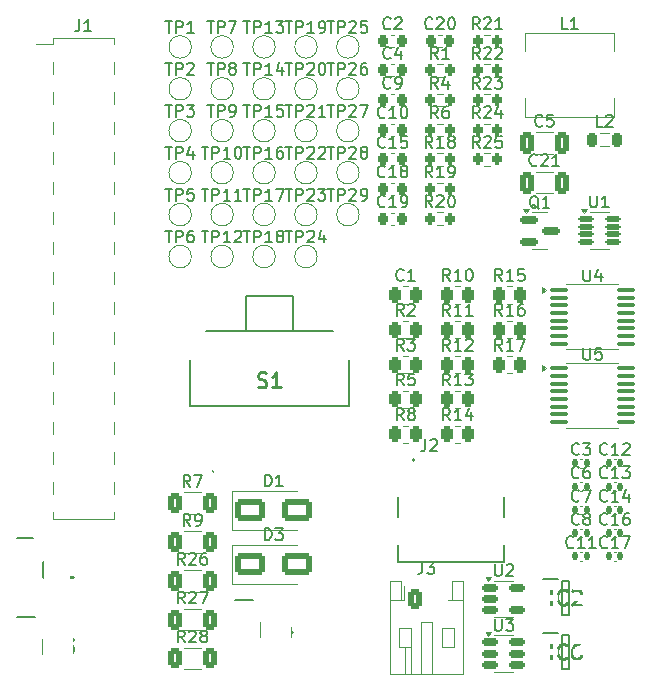
<source format=gbr>
%TF.GenerationSoftware,KiCad,Pcbnew,7.0.11*%
%TF.CreationDate,2025-03-27T12:24:41+02:00*%
%TF.ProjectId,Project,50726f6a-6563-4742-9e6b-696361645f70,rev?*%
%TF.SameCoordinates,Original*%
%TF.FileFunction,Legend,Top*%
%TF.FilePolarity,Positive*%
%FSLAX46Y46*%
G04 Gerber Fmt 4.6, Leading zero omitted, Abs format (unit mm)*
G04 Created by KiCad (PCBNEW 7.0.11) date 2025-03-27 12:24:41*
%MOMM*%
%LPD*%
G01*
G04 APERTURE LIST*
G04 Aperture macros list*
%AMRoundRect*
0 Rectangle with rounded corners*
0 $1 Rounding radius*
0 $2 $3 $4 $5 $6 $7 $8 $9 X,Y pos of 4 corners*
0 Add a 4 corners polygon primitive as box body*
4,1,4,$2,$3,$4,$5,$6,$7,$8,$9,$2,$3,0*
0 Add four circle primitives for the rounded corners*
1,1,$1+$1,$2,$3*
1,1,$1+$1,$4,$5*
1,1,$1+$1,$6,$7*
1,1,$1+$1,$8,$9*
0 Add four rect primitives between the rounded corners*
20,1,$1+$1,$2,$3,$4,$5,0*
20,1,$1+$1,$4,$5,$6,$7,0*
20,1,$1+$1,$6,$7,$8,$9,0*
20,1,$1+$1,$8,$9,$2,$3,0*%
G04 Aperture macros list end*
%ADD10C,0.150000*%
%ADD11C,0.254000*%
%ADD12C,0.120000*%
%ADD13C,0.200000*%
%ADD14C,0.100000*%
%ADD15C,0.127000*%
%ADD16C,0.010000*%
%ADD17RoundRect,0.100000X-0.687500X-0.100000X0.687500X-0.100000X0.687500X0.100000X-0.687500X0.100000X0*%
%ADD18R,2.460000X2.310000*%
%ADD19RoundRect,0.150000X-0.512500X-0.150000X0.512500X-0.150000X0.512500X0.150000X-0.512500X0.150000X0*%
%ADD20RoundRect,0.125000X-0.537500X-0.125000X0.537500X-0.125000X0.537500X0.125000X-0.537500X0.125000X0*%
%ADD21C,1.500000*%
%ADD22R,2.400000X2.400000*%
%ADD23C,2.400000*%
%ADD24C,2.250000*%
%ADD25RoundRect,0.250000X-0.312500X-0.625000X0.312500X-0.625000X0.312500X0.625000X-0.312500X0.625000X0*%
%ADD26RoundRect,0.200000X-0.200000X-0.275000X0.200000X-0.275000X0.200000X0.275000X-0.200000X0.275000X0*%
%ADD27RoundRect,0.250000X-0.262500X-0.450000X0.262500X-0.450000X0.262500X0.450000X-0.262500X0.450000X0*%
%ADD28RoundRect,0.150000X-0.587500X-0.150000X0.587500X-0.150000X0.587500X0.150000X-0.587500X0.150000X0*%
%ADD29RoundRect,0.218750X-0.218750X-0.381250X0.218750X-0.381250X0.218750X0.381250X-0.218750X0.381250X0*%
%ADD30R,2.350000X3.500000*%
%ADD31RoundRect,0.250000X-0.350000X-0.625000X0.350000X-0.625000X0.350000X0.625000X-0.350000X0.625000X0*%
%ADD32O,1.200000X1.750000*%
%ADD33C,0.600000*%
%ADD34O,1.104000X2.204000*%
%ADD35O,1.104000X1.904000*%
%ADD36R,3.150000X1.000000*%
%ADD37R,1.250000X0.600000*%
%ADD38R,1.525000X0.700000*%
%ADD39R,2.513000X3.402000*%
%ADD40R,1.525000X0.650000*%
%ADD41R,2.600000X3.100000*%
%ADD42R,1.400000X0.700000*%
%ADD43R,2.300000X3.200000*%
%ADD44RoundRect,0.250000X-1.000000X-0.650000X1.000000X-0.650000X1.000000X0.650000X-1.000000X0.650000X0*%
%ADD45RoundRect,0.250000X-0.325000X-0.650000X0.325000X-0.650000X0.325000X0.650000X-0.325000X0.650000X0*%
%ADD46RoundRect,0.225000X-0.225000X-0.250000X0.225000X-0.250000X0.225000X0.250000X-0.225000X0.250000X0*%
%ADD47RoundRect,0.140000X-0.140000X-0.170000X0.140000X-0.170000X0.140000X0.170000X-0.140000X0.170000X0*%
G04 APERTURE END LIST*
D10*
X122188095Y-87594819D02*
X122188095Y-88404342D01*
X122188095Y-88404342D02*
X122235714Y-88499580D01*
X122235714Y-88499580D02*
X122283333Y-88547200D01*
X122283333Y-88547200D02*
X122378571Y-88594819D01*
X122378571Y-88594819D02*
X122569047Y-88594819D01*
X122569047Y-88594819D02*
X122664285Y-88547200D01*
X122664285Y-88547200D02*
X122711904Y-88499580D01*
X122711904Y-88499580D02*
X122759523Y-88404342D01*
X122759523Y-88404342D02*
X122759523Y-87594819D01*
X123711904Y-87594819D02*
X123235714Y-87594819D01*
X123235714Y-87594819D02*
X123188095Y-88071009D01*
X123188095Y-88071009D02*
X123235714Y-88023390D01*
X123235714Y-88023390D02*
X123330952Y-87975771D01*
X123330952Y-87975771D02*
X123569047Y-87975771D01*
X123569047Y-87975771D02*
X123664285Y-88023390D01*
X123664285Y-88023390D02*
X123711904Y-88071009D01*
X123711904Y-88071009D02*
X123759523Y-88166247D01*
X123759523Y-88166247D02*
X123759523Y-88404342D01*
X123759523Y-88404342D02*
X123711904Y-88499580D01*
X123711904Y-88499580D02*
X123664285Y-88547200D01*
X123664285Y-88547200D02*
X123569047Y-88594819D01*
X123569047Y-88594819D02*
X123330952Y-88594819D01*
X123330952Y-88594819D02*
X123235714Y-88547200D01*
X123235714Y-88547200D02*
X123188095Y-88499580D01*
X122188095Y-80954819D02*
X122188095Y-81764342D01*
X122188095Y-81764342D02*
X122235714Y-81859580D01*
X122235714Y-81859580D02*
X122283333Y-81907200D01*
X122283333Y-81907200D02*
X122378571Y-81954819D01*
X122378571Y-81954819D02*
X122569047Y-81954819D01*
X122569047Y-81954819D02*
X122664285Y-81907200D01*
X122664285Y-81907200D02*
X122711904Y-81859580D01*
X122711904Y-81859580D02*
X122759523Y-81764342D01*
X122759523Y-81764342D02*
X122759523Y-80954819D01*
X123664285Y-81288152D02*
X123664285Y-81954819D01*
X123426190Y-80907200D02*
X123188095Y-81621485D01*
X123188095Y-81621485D02*
X123807142Y-81621485D01*
X114683095Y-110529819D02*
X114683095Y-111339342D01*
X114683095Y-111339342D02*
X114730714Y-111434580D01*
X114730714Y-111434580D02*
X114778333Y-111482200D01*
X114778333Y-111482200D02*
X114873571Y-111529819D01*
X114873571Y-111529819D02*
X115064047Y-111529819D01*
X115064047Y-111529819D02*
X115159285Y-111482200D01*
X115159285Y-111482200D02*
X115206904Y-111434580D01*
X115206904Y-111434580D02*
X115254523Y-111339342D01*
X115254523Y-111339342D02*
X115254523Y-110529819D01*
X115635476Y-110529819D02*
X116254523Y-110529819D01*
X116254523Y-110529819D02*
X115921190Y-110910771D01*
X115921190Y-110910771D02*
X116064047Y-110910771D01*
X116064047Y-110910771D02*
X116159285Y-110958390D01*
X116159285Y-110958390D02*
X116206904Y-111006009D01*
X116206904Y-111006009D02*
X116254523Y-111101247D01*
X116254523Y-111101247D02*
X116254523Y-111339342D01*
X116254523Y-111339342D02*
X116206904Y-111434580D01*
X116206904Y-111434580D02*
X116159285Y-111482200D01*
X116159285Y-111482200D02*
X116064047Y-111529819D01*
X116064047Y-111529819D02*
X115778333Y-111529819D01*
X115778333Y-111529819D02*
X115683095Y-111482200D01*
X115683095Y-111482200D02*
X115635476Y-111434580D01*
X114683095Y-105904819D02*
X114683095Y-106714342D01*
X114683095Y-106714342D02*
X114730714Y-106809580D01*
X114730714Y-106809580D02*
X114778333Y-106857200D01*
X114778333Y-106857200D02*
X114873571Y-106904819D01*
X114873571Y-106904819D02*
X115064047Y-106904819D01*
X115064047Y-106904819D02*
X115159285Y-106857200D01*
X115159285Y-106857200D02*
X115206904Y-106809580D01*
X115206904Y-106809580D02*
X115254523Y-106714342D01*
X115254523Y-106714342D02*
X115254523Y-105904819D01*
X115683095Y-106000057D02*
X115730714Y-105952438D01*
X115730714Y-105952438D02*
X115825952Y-105904819D01*
X115825952Y-105904819D02*
X116064047Y-105904819D01*
X116064047Y-105904819D02*
X116159285Y-105952438D01*
X116159285Y-105952438D02*
X116206904Y-106000057D01*
X116206904Y-106000057D02*
X116254523Y-106095295D01*
X116254523Y-106095295D02*
X116254523Y-106190533D01*
X116254523Y-106190533D02*
X116206904Y-106333390D01*
X116206904Y-106333390D02*
X115635476Y-106904819D01*
X115635476Y-106904819D02*
X116254523Y-106904819D01*
X122753095Y-74699819D02*
X122753095Y-75509342D01*
X122753095Y-75509342D02*
X122800714Y-75604580D01*
X122800714Y-75604580D02*
X122848333Y-75652200D01*
X122848333Y-75652200D02*
X122943571Y-75699819D01*
X122943571Y-75699819D02*
X123134047Y-75699819D01*
X123134047Y-75699819D02*
X123229285Y-75652200D01*
X123229285Y-75652200D02*
X123276904Y-75604580D01*
X123276904Y-75604580D02*
X123324523Y-75509342D01*
X123324523Y-75509342D02*
X123324523Y-74699819D01*
X124324523Y-75699819D02*
X123753095Y-75699819D01*
X124038809Y-75699819D02*
X124038809Y-74699819D01*
X124038809Y-74699819D02*
X123943571Y-74842676D01*
X123943571Y-74842676D02*
X123848333Y-74937914D01*
X123848333Y-74937914D02*
X123753095Y-74985533D01*
X100506905Y-74111819D02*
X101078333Y-74111819D01*
X100792619Y-75111819D02*
X100792619Y-74111819D01*
X101411667Y-75111819D02*
X101411667Y-74111819D01*
X101411667Y-74111819D02*
X101792619Y-74111819D01*
X101792619Y-74111819D02*
X101887857Y-74159438D01*
X101887857Y-74159438D02*
X101935476Y-74207057D01*
X101935476Y-74207057D02*
X101983095Y-74302295D01*
X101983095Y-74302295D02*
X101983095Y-74445152D01*
X101983095Y-74445152D02*
X101935476Y-74540390D01*
X101935476Y-74540390D02*
X101887857Y-74588009D01*
X101887857Y-74588009D02*
X101792619Y-74635628D01*
X101792619Y-74635628D02*
X101411667Y-74635628D01*
X102364048Y-74207057D02*
X102411667Y-74159438D01*
X102411667Y-74159438D02*
X102506905Y-74111819D01*
X102506905Y-74111819D02*
X102745000Y-74111819D01*
X102745000Y-74111819D02*
X102840238Y-74159438D01*
X102840238Y-74159438D02*
X102887857Y-74207057D01*
X102887857Y-74207057D02*
X102935476Y-74302295D01*
X102935476Y-74302295D02*
X102935476Y-74397533D01*
X102935476Y-74397533D02*
X102887857Y-74540390D01*
X102887857Y-74540390D02*
X102316429Y-75111819D01*
X102316429Y-75111819D02*
X102935476Y-75111819D01*
X103411667Y-75111819D02*
X103602143Y-75111819D01*
X103602143Y-75111819D02*
X103697381Y-75064200D01*
X103697381Y-75064200D02*
X103745000Y-75016580D01*
X103745000Y-75016580D02*
X103840238Y-74873723D01*
X103840238Y-74873723D02*
X103887857Y-74683247D01*
X103887857Y-74683247D02*
X103887857Y-74302295D01*
X103887857Y-74302295D02*
X103840238Y-74207057D01*
X103840238Y-74207057D02*
X103792619Y-74159438D01*
X103792619Y-74159438D02*
X103697381Y-74111819D01*
X103697381Y-74111819D02*
X103506905Y-74111819D01*
X103506905Y-74111819D02*
X103411667Y-74159438D01*
X103411667Y-74159438D02*
X103364048Y-74207057D01*
X103364048Y-74207057D02*
X103316429Y-74302295D01*
X103316429Y-74302295D02*
X103316429Y-74540390D01*
X103316429Y-74540390D02*
X103364048Y-74635628D01*
X103364048Y-74635628D02*
X103411667Y-74683247D01*
X103411667Y-74683247D02*
X103506905Y-74730866D01*
X103506905Y-74730866D02*
X103697381Y-74730866D01*
X103697381Y-74730866D02*
X103792619Y-74683247D01*
X103792619Y-74683247D02*
X103840238Y-74635628D01*
X103840238Y-74635628D02*
X103887857Y-74540390D01*
X100506905Y-70561819D02*
X101078333Y-70561819D01*
X100792619Y-71561819D02*
X100792619Y-70561819D01*
X101411667Y-71561819D02*
X101411667Y-70561819D01*
X101411667Y-70561819D02*
X101792619Y-70561819D01*
X101792619Y-70561819D02*
X101887857Y-70609438D01*
X101887857Y-70609438D02*
X101935476Y-70657057D01*
X101935476Y-70657057D02*
X101983095Y-70752295D01*
X101983095Y-70752295D02*
X101983095Y-70895152D01*
X101983095Y-70895152D02*
X101935476Y-70990390D01*
X101935476Y-70990390D02*
X101887857Y-71038009D01*
X101887857Y-71038009D02*
X101792619Y-71085628D01*
X101792619Y-71085628D02*
X101411667Y-71085628D01*
X102364048Y-70657057D02*
X102411667Y-70609438D01*
X102411667Y-70609438D02*
X102506905Y-70561819D01*
X102506905Y-70561819D02*
X102745000Y-70561819D01*
X102745000Y-70561819D02*
X102840238Y-70609438D01*
X102840238Y-70609438D02*
X102887857Y-70657057D01*
X102887857Y-70657057D02*
X102935476Y-70752295D01*
X102935476Y-70752295D02*
X102935476Y-70847533D01*
X102935476Y-70847533D02*
X102887857Y-70990390D01*
X102887857Y-70990390D02*
X102316429Y-71561819D01*
X102316429Y-71561819D02*
X102935476Y-71561819D01*
X103506905Y-70990390D02*
X103411667Y-70942771D01*
X103411667Y-70942771D02*
X103364048Y-70895152D01*
X103364048Y-70895152D02*
X103316429Y-70799914D01*
X103316429Y-70799914D02*
X103316429Y-70752295D01*
X103316429Y-70752295D02*
X103364048Y-70657057D01*
X103364048Y-70657057D02*
X103411667Y-70609438D01*
X103411667Y-70609438D02*
X103506905Y-70561819D01*
X103506905Y-70561819D02*
X103697381Y-70561819D01*
X103697381Y-70561819D02*
X103792619Y-70609438D01*
X103792619Y-70609438D02*
X103840238Y-70657057D01*
X103840238Y-70657057D02*
X103887857Y-70752295D01*
X103887857Y-70752295D02*
X103887857Y-70799914D01*
X103887857Y-70799914D02*
X103840238Y-70895152D01*
X103840238Y-70895152D02*
X103792619Y-70942771D01*
X103792619Y-70942771D02*
X103697381Y-70990390D01*
X103697381Y-70990390D02*
X103506905Y-70990390D01*
X103506905Y-70990390D02*
X103411667Y-71038009D01*
X103411667Y-71038009D02*
X103364048Y-71085628D01*
X103364048Y-71085628D02*
X103316429Y-71180866D01*
X103316429Y-71180866D02*
X103316429Y-71371342D01*
X103316429Y-71371342D02*
X103364048Y-71466580D01*
X103364048Y-71466580D02*
X103411667Y-71514200D01*
X103411667Y-71514200D02*
X103506905Y-71561819D01*
X103506905Y-71561819D02*
X103697381Y-71561819D01*
X103697381Y-71561819D02*
X103792619Y-71514200D01*
X103792619Y-71514200D02*
X103840238Y-71466580D01*
X103840238Y-71466580D02*
X103887857Y-71371342D01*
X103887857Y-71371342D02*
X103887857Y-71180866D01*
X103887857Y-71180866D02*
X103840238Y-71085628D01*
X103840238Y-71085628D02*
X103792619Y-71038009D01*
X103792619Y-71038009D02*
X103697381Y-70990390D01*
X100506905Y-67011819D02*
X101078333Y-67011819D01*
X100792619Y-68011819D02*
X100792619Y-67011819D01*
X101411667Y-68011819D02*
X101411667Y-67011819D01*
X101411667Y-67011819D02*
X101792619Y-67011819D01*
X101792619Y-67011819D02*
X101887857Y-67059438D01*
X101887857Y-67059438D02*
X101935476Y-67107057D01*
X101935476Y-67107057D02*
X101983095Y-67202295D01*
X101983095Y-67202295D02*
X101983095Y-67345152D01*
X101983095Y-67345152D02*
X101935476Y-67440390D01*
X101935476Y-67440390D02*
X101887857Y-67488009D01*
X101887857Y-67488009D02*
X101792619Y-67535628D01*
X101792619Y-67535628D02*
X101411667Y-67535628D01*
X102364048Y-67107057D02*
X102411667Y-67059438D01*
X102411667Y-67059438D02*
X102506905Y-67011819D01*
X102506905Y-67011819D02*
X102745000Y-67011819D01*
X102745000Y-67011819D02*
X102840238Y-67059438D01*
X102840238Y-67059438D02*
X102887857Y-67107057D01*
X102887857Y-67107057D02*
X102935476Y-67202295D01*
X102935476Y-67202295D02*
X102935476Y-67297533D01*
X102935476Y-67297533D02*
X102887857Y-67440390D01*
X102887857Y-67440390D02*
X102316429Y-68011819D01*
X102316429Y-68011819D02*
X102935476Y-68011819D01*
X103268810Y-67011819D02*
X103935476Y-67011819D01*
X103935476Y-67011819D02*
X103506905Y-68011819D01*
X100506905Y-63461819D02*
X101078333Y-63461819D01*
X100792619Y-64461819D02*
X100792619Y-63461819D01*
X101411667Y-64461819D02*
X101411667Y-63461819D01*
X101411667Y-63461819D02*
X101792619Y-63461819D01*
X101792619Y-63461819D02*
X101887857Y-63509438D01*
X101887857Y-63509438D02*
X101935476Y-63557057D01*
X101935476Y-63557057D02*
X101983095Y-63652295D01*
X101983095Y-63652295D02*
X101983095Y-63795152D01*
X101983095Y-63795152D02*
X101935476Y-63890390D01*
X101935476Y-63890390D02*
X101887857Y-63938009D01*
X101887857Y-63938009D02*
X101792619Y-63985628D01*
X101792619Y-63985628D02*
X101411667Y-63985628D01*
X102364048Y-63557057D02*
X102411667Y-63509438D01*
X102411667Y-63509438D02*
X102506905Y-63461819D01*
X102506905Y-63461819D02*
X102745000Y-63461819D01*
X102745000Y-63461819D02*
X102840238Y-63509438D01*
X102840238Y-63509438D02*
X102887857Y-63557057D01*
X102887857Y-63557057D02*
X102935476Y-63652295D01*
X102935476Y-63652295D02*
X102935476Y-63747533D01*
X102935476Y-63747533D02*
X102887857Y-63890390D01*
X102887857Y-63890390D02*
X102316429Y-64461819D01*
X102316429Y-64461819D02*
X102935476Y-64461819D01*
X103792619Y-63461819D02*
X103602143Y-63461819D01*
X103602143Y-63461819D02*
X103506905Y-63509438D01*
X103506905Y-63509438D02*
X103459286Y-63557057D01*
X103459286Y-63557057D02*
X103364048Y-63699914D01*
X103364048Y-63699914D02*
X103316429Y-63890390D01*
X103316429Y-63890390D02*
X103316429Y-64271342D01*
X103316429Y-64271342D02*
X103364048Y-64366580D01*
X103364048Y-64366580D02*
X103411667Y-64414200D01*
X103411667Y-64414200D02*
X103506905Y-64461819D01*
X103506905Y-64461819D02*
X103697381Y-64461819D01*
X103697381Y-64461819D02*
X103792619Y-64414200D01*
X103792619Y-64414200D02*
X103840238Y-64366580D01*
X103840238Y-64366580D02*
X103887857Y-64271342D01*
X103887857Y-64271342D02*
X103887857Y-64033247D01*
X103887857Y-64033247D02*
X103840238Y-63938009D01*
X103840238Y-63938009D02*
X103792619Y-63890390D01*
X103792619Y-63890390D02*
X103697381Y-63842771D01*
X103697381Y-63842771D02*
X103506905Y-63842771D01*
X103506905Y-63842771D02*
X103411667Y-63890390D01*
X103411667Y-63890390D02*
X103364048Y-63938009D01*
X103364048Y-63938009D02*
X103316429Y-64033247D01*
X100506905Y-59911819D02*
X101078333Y-59911819D01*
X100792619Y-60911819D02*
X100792619Y-59911819D01*
X101411667Y-60911819D02*
X101411667Y-59911819D01*
X101411667Y-59911819D02*
X101792619Y-59911819D01*
X101792619Y-59911819D02*
X101887857Y-59959438D01*
X101887857Y-59959438D02*
X101935476Y-60007057D01*
X101935476Y-60007057D02*
X101983095Y-60102295D01*
X101983095Y-60102295D02*
X101983095Y-60245152D01*
X101983095Y-60245152D02*
X101935476Y-60340390D01*
X101935476Y-60340390D02*
X101887857Y-60388009D01*
X101887857Y-60388009D02*
X101792619Y-60435628D01*
X101792619Y-60435628D02*
X101411667Y-60435628D01*
X102364048Y-60007057D02*
X102411667Y-59959438D01*
X102411667Y-59959438D02*
X102506905Y-59911819D01*
X102506905Y-59911819D02*
X102745000Y-59911819D01*
X102745000Y-59911819D02*
X102840238Y-59959438D01*
X102840238Y-59959438D02*
X102887857Y-60007057D01*
X102887857Y-60007057D02*
X102935476Y-60102295D01*
X102935476Y-60102295D02*
X102935476Y-60197533D01*
X102935476Y-60197533D02*
X102887857Y-60340390D01*
X102887857Y-60340390D02*
X102316429Y-60911819D01*
X102316429Y-60911819D02*
X102935476Y-60911819D01*
X103840238Y-59911819D02*
X103364048Y-59911819D01*
X103364048Y-59911819D02*
X103316429Y-60388009D01*
X103316429Y-60388009D02*
X103364048Y-60340390D01*
X103364048Y-60340390D02*
X103459286Y-60292771D01*
X103459286Y-60292771D02*
X103697381Y-60292771D01*
X103697381Y-60292771D02*
X103792619Y-60340390D01*
X103792619Y-60340390D02*
X103840238Y-60388009D01*
X103840238Y-60388009D02*
X103887857Y-60483247D01*
X103887857Y-60483247D02*
X103887857Y-60721342D01*
X103887857Y-60721342D02*
X103840238Y-60816580D01*
X103840238Y-60816580D02*
X103792619Y-60864200D01*
X103792619Y-60864200D02*
X103697381Y-60911819D01*
X103697381Y-60911819D02*
X103459286Y-60911819D01*
X103459286Y-60911819D02*
X103364048Y-60864200D01*
X103364048Y-60864200D02*
X103316429Y-60816580D01*
X96956905Y-77661819D02*
X97528333Y-77661819D01*
X97242619Y-78661819D02*
X97242619Y-77661819D01*
X97861667Y-78661819D02*
X97861667Y-77661819D01*
X97861667Y-77661819D02*
X98242619Y-77661819D01*
X98242619Y-77661819D02*
X98337857Y-77709438D01*
X98337857Y-77709438D02*
X98385476Y-77757057D01*
X98385476Y-77757057D02*
X98433095Y-77852295D01*
X98433095Y-77852295D02*
X98433095Y-77995152D01*
X98433095Y-77995152D02*
X98385476Y-78090390D01*
X98385476Y-78090390D02*
X98337857Y-78138009D01*
X98337857Y-78138009D02*
X98242619Y-78185628D01*
X98242619Y-78185628D02*
X97861667Y-78185628D01*
X98814048Y-77757057D02*
X98861667Y-77709438D01*
X98861667Y-77709438D02*
X98956905Y-77661819D01*
X98956905Y-77661819D02*
X99195000Y-77661819D01*
X99195000Y-77661819D02*
X99290238Y-77709438D01*
X99290238Y-77709438D02*
X99337857Y-77757057D01*
X99337857Y-77757057D02*
X99385476Y-77852295D01*
X99385476Y-77852295D02*
X99385476Y-77947533D01*
X99385476Y-77947533D02*
X99337857Y-78090390D01*
X99337857Y-78090390D02*
X98766429Y-78661819D01*
X98766429Y-78661819D02*
X99385476Y-78661819D01*
X100242619Y-77995152D02*
X100242619Y-78661819D01*
X100004524Y-77614200D02*
X99766429Y-78328485D01*
X99766429Y-78328485D02*
X100385476Y-78328485D01*
X96956905Y-74111819D02*
X97528333Y-74111819D01*
X97242619Y-75111819D02*
X97242619Y-74111819D01*
X97861667Y-75111819D02*
X97861667Y-74111819D01*
X97861667Y-74111819D02*
X98242619Y-74111819D01*
X98242619Y-74111819D02*
X98337857Y-74159438D01*
X98337857Y-74159438D02*
X98385476Y-74207057D01*
X98385476Y-74207057D02*
X98433095Y-74302295D01*
X98433095Y-74302295D02*
X98433095Y-74445152D01*
X98433095Y-74445152D02*
X98385476Y-74540390D01*
X98385476Y-74540390D02*
X98337857Y-74588009D01*
X98337857Y-74588009D02*
X98242619Y-74635628D01*
X98242619Y-74635628D02*
X97861667Y-74635628D01*
X98814048Y-74207057D02*
X98861667Y-74159438D01*
X98861667Y-74159438D02*
X98956905Y-74111819D01*
X98956905Y-74111819D02*
X99195000Y-74111819D01*
X99195000Y-74111819D02*
X99290238Y-74159438D01*
X99290238Y-74159438D02*
X99337857Y-74207057D01*
X99337857Y-74207057D02*
X99385476Y-74302295D01*
X99385476Y-74302295D02*
X99385476Y-74397533D01*
X99385476Y-74397533D02*
X99337857Y-74540390D01*
X99337857Y-74540390D02*
X98766429Y-75111819D01*
X98766429Y-75111819D02*
X99385476Y-75111819D01*
X99718810Y-74111819D02*
X100337857Y-74111819D01*
X100337857Y-74111819D02*
X100004524Y-74492771D01*
X100004524Y-74492771D02*
X100147381Y-74492771D01*
X100147381Y-74492771D02*
X100242619Y-74540390D01*
X100242619Y-74540390D02*
X100290238Y-74588009D01*
X100290238Y-74588009D02*
X100337857Y-74683247D01*
X100337857Y-74683247D02*
X100337857Y-74921342D01*
X100337857Y-74921342D02*
X100290238Y-75016580D01*
X100290238Y-75016580D02*
X100242619Y-75064200D01*
X100242619Y-75064200D02*
X100147381Y-75111819D01*
X100147381Y-75111819D02*
X99861667Y-75111819D01*
X99861667Y-75111819D02*
X99766429Y-75064200D01*
X99766429Y-75064200D02*
X99718810Y-75016580D01*
X96956905Y-70561819D02*
X97528333Y-70561819D01*
X97242619Y-71561819D02*
X97242619Y-70561819D01*
X97861667Y-71561819D02*
X97861667Y-70561819D01*
X97861667Y-70561819D02*
X98242619Y-70561819D01*
X98242619Y-70561819D02*
X98337857Y-70609438D01*
X98337857Y-70609438D02*
X98385476Y-70657057D01*
X98385476Y-70657057D02*
X98433095Y-70752295D01*
X98433095Y-70752295D02*
X98433095Y-70895152D01*
X98433095Y-70895152D02*
X98385476Y-70990390D01*
X98385476Y-70990390D02*
X98337857Y-71038009D01*
X98337857Y-71038009D02*
X98242619Y-71085628D01*
X98242619Y-71085628D02*
X97861667Y-71085628D01*
X98814048Y-70657057D02*
X98861667Y-70609438D01*
X98861667Y-70609438D02*
X98956905Y-70561819D01*
X98956905Y-70561819D02*
X99195000Y-70561819D01*
X99195000Y-70561819D02*
X99290238Y-70609438D01*
X99290238Y-70609438D02*
X99337857Y-70657057D01*
X99337857Y-70657057D02*
X99385476Y-70752295D01*
X99385476Y-70752295D02*
X99385476Y-70847533D01*
X99385476Y-70847533D02*
X99337857Y-70990390D01*
X99337857Y-70990390D02*
X98766429Y-71561819D01*
X98766429Y-71561819D02*
X99385476Y-71561819D01*
X99766429Y-70657057D02*
X99814048Y-70609438D01*
X99814048Y-70609438D02*
X99909286Y-70561819D01*
X99909286Y-70561819D02*
X100147381Y-70561819D01*
X100147381Y-70561819D02*
X100242619Y-70609438D01*
X100242619Y-70609438D02*
X100290238Y-70657057D01*
X100290238Y-70657057D02*
X100337857Y-70752295D01*
X100337857Y-70752295D02*
X100337857Y-70847533D01*
X100337857Y-70847533D02*
X100290238Y-70990390D01*
X100290238Y-70990390D02*
X99718810Y-71561819D01*
X99718810Y-71561819D02*
X100337857Y-71561819D01*
X96956905Y-67011819D02*
X97528333Y-67011819D01*
X97242619Y-68011819D02*
X97242619Y-67011819D01*
X97861667Y-68011819D02*
X97861667Y-67011819D01*
X97861667Y-67011819D02*
X98242619Y-67011819D01*
X98242619Y-67011819D02*
X98337857Y-67059438D01*
X98337857Y-67059438D02*
X98385476Y-67107057D01*
X98385476Y-67107057D02*
X98433095Y-67202295D01*
X98433095Y-67202295D02*
X98433095Y-67345152D01*
X98433095Y-67345152D02*
X98385476Y-67440390D01*
X98385476Y-67440390D02*
X98337857Y-67488009D01*
X98337857Y-67488009D02*
X98242619Y-67535628D01*
X98242619Y-67535628D02*
X97861667Y-67535628D01*
X98814048Y-67107057D02*
X98861667Y-67059438D01*
X98861667Y-67059438D02*
X98956905Y-67011819D01*
X98956905Y-67011819D02*
X99195000Y-67011819D01*
X99195000Y-67011819D02*
X99290238Y-67059438D01*
X99290238Y-67059438D02*
X99337857Y-67107057D01*
X99337857Y-67107057D02*
X99385476Y-67202295D01*
X99385476Y-67202295D02*
X99385476Y-67297533D01*
X99385476Y-67297533D02*
X99337857Y-67440390D01*
X99337857Y-67440390D02*
X98766429Y-68011819D01*
X98766429Y-68011819D02*
X99385476Y-68011819D01*
X100337857Y-68011819D02*
X99766429Y-68011819D01*
X100052143Y-68011819D02*
X100052143Y-67011819D01*
X100052143Y-67011819D02*
X99956905Y-67154676D01*
X99956905Y-67154676D02*
X99861667Y-67249914D01*
X99861667Y-67249914D02*
X99766429Y-67297533D01*
X96956905Y-63461819D02*
X97528333Y-63461819D01*
X97242619Y-64461819D02*
X97242619Y-63461819D01*
X97861667Y-64461819D02*
X97861667Y-63461819D01*
X97861667Y-63461819D02*
X98242619Y-63461819D01*
X98242619Y-63461819D02*
X98337857Y-63509438D01*
X98337857Y-63509438D02*
X98385476Y-63557057D01*
X98385476Y-63557057D02*
X98433095Y-63652295D01*
X98433095Y-63652295D02*
X98433095Y-63795152D01*
X98433095Y-63795152D02*
X98385476Y-63890390D01*
X98385476Y-63890390D02*
X98337857Y-63938009D01*
X98337857Y-63938009D02*
X98242619Y-63985628D01*
X98242619Y-63985628D02*
X97861667Y-63985628D01*
X98814048Y-63557057D02*
X98861667Y-63509438D01*
X98861667Y-63509438D02*
X98956905Y-63461819D01*
X98956905Y-63461819D02*
X99195000Y-63461819D01*
X99195000Y-63461819D02*
X99290238Y-63509438D01*
X99290238Y-63509438D02*
X99337857Y-63557057D01*
X99337857Y-63557057D02*
X99385476Y-63652295D01*
X99385476Y-63652295D02*
X99385476Y-63747533D01*
X99385476Y-63747533D02*
X99337857Y-63890390D01*
X99337857Y-63890390D02*
X98766429Y-64461819D01*
X98766429Y-64461819D02*
X99385476Y-64461819D01*
X100004524Y-63461819D02*
X100099762Y-63461819D01*
X100099762Y-63461819D02*
X100195000Y-63509438D01*
X100195000Y-63509438D02*
X100242619Y-63557057D01*
X100242619Y-63557057D02*
X100290238Y-63652295D01*
X100290238Y-63652295D02*
X100337857Y-63842771D01*
X100337857Y-63842771D02*
X100337857Y-64080866D01*
X100337857Y-64080866D02*
X100290238Y-64271342D01*
X100290238Y-64271342D02*
X100242619Y-64366580D01*
X100242619Y-64366580D02*
X100195000Y-64414200D01*
X100195000Y-64414200D02*
X100099762Y-64461819D01*
X100099762Y-64461819D02*
X100004524Y-64461819D01*
X100004524Y-64461819D02*
X99909286Y-64414200D01*
X99909286Y-64414200D02*
X99861667Y-64366580D01*
X99861667Y-64366580D02*
X99814048Y-64271342D01*
X99814048Y-64271342D02*
X99766429Y-64080866D01*
X99766429Y-64080866D02*
X99766429Y-63842771D01*
X99766429Y-63842771D02*
X99814048Y-63652295D01*
X99814048Y-63652295D02*
X99861667Y-63557057D01*
X99861667Y-63557057D02*
X99909286Y-63509438D01*
X99909286Y-63509438D02*
X100004524Y-63461819D01*
X96956905Y-59911819D02*
X97528333Y-59911819D01*
X97242619Y-60911819D02*
X97242619Y-59911819D01*
X97861667Y-60911819D02*
X97861667Y-59911819D01*
X97861667Y-59911819D02*
X98242619Y-59911819D01*
X98242619Y-59911819D02*
X98337857Y-59959438D01*
X98337857Y-59959438D02*
X98385476Y-60007057D01*
X98385476Y-60007057D02*
X98433095Y-60102295D01*
X98433095Y-60102295D02*
X98433095Y-60245152D01*
X98433095Y-60245152D02*
X98385476Y-60340390D01*
X98385476Y-60340390D02*
X98337857Y-60388009D01*
X98337857Y-60388009D02*
X98242619Y-60435628D01*
X98242619Y-60435628D02*
X97861667Y-60435628D01*
X99385476Y-60911819D02*
X98814048Y-60911819D01*
X99099762Y-60911819D02*
X99099762Y-59911819D01*
X99099762Y-59911819D02*
X99004524Y-60054676D01*
X99004524Y-60054676D02*
X98909286Y-60149914D01*
X98909286Y-60149914D02*
X98814048Y-60197533D01*
X99861667Y-60911819D02*
X100052143Y-60911819D01*
X100052143Y-60911819D02*
X100147381Y-60864200D01*
X100147381Y-60864200D02*
X100195000Y-60816580D01*
X100195000Y-60816580D02*
X100290238Y-60673723D01*
X100290238Y-60673723D02*
X100337857Y-60483247D01*
X100337857Y-60483247D02*
X100337857Y-60102295D01*
X100337857Y-60102295D02*
X100290238Y-60007057D01*
X100290238Y-60007057D02*
X100242619Y-59959438D01*
X100242619Y-59959438D02*
X100147381Y-59911819D01*
X100147381Y-59911819D02*
X99956905Y-59911819D01*
X99956905Y-59911819D02*
X99861667Y-59959438D01*
X99861667Y-59959438D02*
X99814048Y-60007057D01*
X99814048Y-60007057D02*
X99766429Y-60102295D01*
X99766429Y-60102295D02*
X99766429Y-60340390D01*
X99766429Y-60340390D02*
X99814048Y-60435628D01*
X99814048Y-60435628D02*
X99861667Y-60483247D01*
X99861667Y-60483247D02*
X99956905Y-60530866D01*
X99956905Y-60530866D02*
X100147381Y-60530866D01*
X100147381Y-60530866D02*
X100242619Y-60483247D01*
X100242619Y-60483247D02*
X100290238Y-60435628D01*
X100290238Y-60435628D02*
X100337857Y-60340390D01*
X93406905Y-77661819D02*
X93978333Y-77661819D01*
X93692619Y-78661819D02*
X93692619Y-77661819D01*
X94311667Y-78661819D02*
X94311667Y-77661819D01*
X94311667Y-77661819D02*
X94692619Y-77661819D01*
X94692619Y-77661819D02*
X94787857Y-77709438D01*
X94787857Y-77709438D02*
X94835476Y-77757057D01*
X94835476Y-77757057D02*
X94883095Y-77852295D01*
X94883095Y-77852295D02*
X94883095Y-77995152D01*
X94883095Y-77995152D02*
X94835476Y-78090390D01*
X94835476Y-78090390D02*
X94787857Y-78138009D01*
X94787857Y-78138009D02*
X94692619Y-78185628D01*
X94692619Y-78185628D02*
X94311667Y-78185628D01*
X95835476Y-78661819D02*
X95264048Y-78661819D01*
X95549762Y-78661819D02*
X95549762Y-77661819D01*
X95549762Y-77661819D02*
X95454524Y-77804676D01*
X95454524Y-77804676D02*
X95359286Y-77899914D01*
X95359286Y-77899914D02*
X95264048Y-77947533D01*
X96406905Y-78090390D02*
X96311667Y-78042771D01*
X96311667Y-78042771D02*
X96264048Y-77995152D01*
X96264048Y-77995152D02*
X96216429Y-77899914D01*
X96216429Y-77899914D02*
X96216429Y-77852295D01*
X96216429Y-77852295D02*
X96264048Y-77757057D01*
X96264048Y-77757057D02*
X96311667Y-77709438D01*
X96311667Y-77709438D02*
X96406905Y-77661819D01*
X96406905Y-77661819D02*
X96597381Y-77661819D01*
X96597381Y-77661819D02*
X96692619Y-77709438D01*
X96692619Y-77709438D02*
X96740238Y-77757057D01*
X96740238Y-77757057D02*
X96787857Y-77852295D01*
X96787857Y-77852295D02*
X96787857Y-77899914D01*
X96787857Y-77899914D02*
X96740238Y-77995152D01*
X96740238Y-77995152D02*
X96692619Y-78042771D01*
X96692619Y-78042771D02*
X96597381Y-78090390D01*
X96597381Y-78090390D02*
X96406905Y-78090390D01*
X96406905Y-78090390D02*
X96311667Y-78138009D01*
X96311667Y-78138009D02*
X96264048Y-78185628D01*
X96264048Y-78185628D02*
X96216429Y-78280866D01*
X96216429Y-78280866D02*
X96216429Y-78471342D01*
X96216429Y-78471342D02*
X96264048Y-78566580D01*
X96264048Y-78566580D02*
X96311667Y-78614200D01*
X96311667Y-78614200D02*
X96406905Y-78661819D01*
X96406905Y-78661819D02*
X96597381Y-78661819D01*
X96597381Y-78661819D02*
X96692619Y-78614200D01*
X96692619Y-78614200D02*
X96740238Y-78566580D01*
X96740238Y-78566580D02*
X96787857Y-78471342D01*
X96787857Y-78471342D02*
X96787857Y-78280866D01*
X96787857Y-78280866D02*
X96740238Y-78185628D01*
X96740238Y-78185628D02*
X96692619Y-78138009D01*
X96692619Y-78138009D02*
X96597381Y-78090390D01*
X93406905Y-74111819D02*
X93978333Y-74111819D01*
X93692619Y-75111819D02*
X93692619Y-74111819D01*
X94311667Y-75111819D02*
X94311667Y-74111819D01*
X94311667Y-74111819D02*
X94692619Y-74111819D01*
X94692619Y-74111819D02*
X94787857Y-74159438D01*
X94787857Y-74159438D02*
X94835476Y-74207057D01*
X94835476Y-74207057D02*
X94883095Y-74302295D01*
X94883095Y-74302295D02*
X94883095Y-74445152D01*
X94883095Y-74445152D02*
X94835476Y-74540390D01*
X94835476Y-74540390D02*
X94787857Y-74588009D01*
X94787857Y-74588009D02*
X94692619Y-74635628D01*
X94692619Y-74635628D02*
X94311667Y-74635628D01*
X95835476Y-75111819D02*
X95264048Y-75111819D01*
X95549762Y-75111819D02*
X95549762Y-74111819D01*
X95549762Y-74111819D02*
X95454524Y-74254676D01*
X95454524Y-74254676D02*
X95359286Y-74349914D01*
X95359286Y-74349914D02*
X95264048Y-74397533D01*
X96168810Y-74111819D02*
X96835476Y-74111819D01*
X96835476Y-74111819D02*
X96406905Y-75111819D01*
X93406905Y-70561819D02*
X93978333Y-70561819D01*
X93692619Y-71561819D02*
X93692619Y-70561819D01*
X94311667Y-71561819D02*
X94311667Y-70561819D01*
X94311667Y-70561819D02*
X94692619Y-70561819D01*
X94692619Y-70561819D02*
X94787857Y-70609438D01*
X94787857Y-70609438D02*
X94835476Y-70657057D01*
X94835476Y-70657057D02*
X94883095Y-70752295D01*
X94883095Y-70752295D02*
X94883095Y-70895152D01*
X94883095Y-70895152D02*
X94835476Y-70990390D01*
X94835476Y-70990390D02*
X94787857Y-71038009D01*
X94787857Y-71038009D02*
X94692619Y-71085628D01*
X94692619Y-71085628D02*
X94311667Y-71085628D01*
X95835476Y-71561819D02*
X95264048Y-71561819D01*
X95549762Y-71561819D02*
X95549762Y-70561819D01*
X95549762Y-70561819D02*
X95454524Y-70704676D01*
X95454524Y-70704676D02*
X95359286Y-70799914D01*
X95359286Y-70799914D02*
X95264048Y-70847533D01*
X96692619Y-70561819D02*
X96502143Y-70561819D01*
X96502143Y-70561819D02*
X96406905Y-70609438D01*
X96406905Y-70609438D02*
X96359286Y-70657057D01*
X96359286Y-70657057D02*
X96264048Y-70799914D01*
X96264048Y-70799914D02*
X96216429Y-70990390D01*
X96216429Y-70990390D02*
X96216429Y-71371342D01*
X96216429Y-71371342D02*
X96264048Y-71466580D01*
X96264048Y-71466580D02*
X96311667Y-71514200D01*
X96311667Y-71514200D02*
X96406905Y-71561819D01*
X96406905Y-71561819D02*
X96597381Y-71561819D01*
X96597381Y-71561819D02*
X96692619Y-71514200D01*
X96692619Y-71514200D02*
X96740238Y-71466580D01*
X96740238Y-71466580D02*
X96787857Y-71371342D01*
X96787857Y-71371342D02*
X96787857Y-71133247D01*
X96787857Y-71133247D02*
X96740238Y-71038009D01*
X96740238Y-71038009D02*
X96692619Y-70990390D01*
X96692619Y-70990390D02*
X96597381Y-70942771D01*
X96597381Y-70942771D02*
X96406905Y-70942771D01*
X96406905Y-70942771D02*
X96311667Y-70990390D01*
X96311667Y-70990390D02*
X96264048Y-71038009D01*
X96264048Y-71038009D02*
X96216429Y-71133247D01*
X93406905Y-67011819D02*
X93978333Y-67011819D01*
X93692619Y-68011819D02*
X93692619Y-67011819D01*
X94311667Y-68011819D02*
X94311667Y-67011819D01*
X94311667Y-67011819D02*
X94692619Y-67011819D01*
X94692619Y-67011819D02*
X94787857Y-67059438D01*
X94787857Y-67059438D02*
X94835476Y-67107057D01*
X94835476Y-67107057D02*
X94883095Y-67202295D01*
X94883095Y-67202295D02*
X94883095Y-67345152D01*
X94883095Y-67345152D02*
X94835476Y-67440390D01*
X94835476Y-67440390D02*
X94787857Y-67488009D01*
X94787857Y-67488009D02*
X94692619Y-67535628D01*
X94692619Y-67535628D02*
X94311667Y-67535628D01*
X95835476Y-68011819D02*
X95264048Y-68011819D01*
X95549762Y-68011819D02*
X95549762Y-67011819D01*
X95549762Y-67011819D02*
X95454524Y-67154676D01*
X95454524Y-67154676D02*
X95359286Y-67249914D01*
X95359286Y-67249914D02*
X95264048Y-67297533D01*
X96740238Y-67011819D02*
X96264048Y-67011819D01*
X96264048Y-67011819D02*
X96216429Y-67488009D01*
X96216429Y-67488009D02*
X96264048Y-67440390D01*
X96264048Y-67440390D02*
X96359286Y-67392771D01*
X96359286Y-67392771D02*
X96597381Y-67392771D01*
X96597381Y-67392771D02*
X96692619Y-67440390D01*
X96692619Y-67440390D02*
X96740238Y-67488009D01*
X96740238Y-67488009D02*
X96787857Y-67583247D01*
X96787857Y-67583247D02*
X96787857Y-67821342D01*
X96787857Y-67821342D02*
X96740238Y-67916580D01*
X96740238Y-67916580D02*
X96692619Y-67964200D01*
X96692619Y-67964200D02*
X96597381Y-68011819D01*
X96597381Y-68011819D02*
X96359286Y-68011819D01*
X96359286Y-68011819D02*
X96264048Y-67964200D01*
X96264048Y-67964200D02*
X96216429Y-67916580D01*
X93406905Y-63461819D02*
X93978333Y-63461819D01*
X93692619Y-64461819D02*
X93692619Y-63461819D01*
X94311667Y-64461819D02*
X94311667Y-63461819D01*
X94311667Y-63461819D02*
X94692619Y-63461819D01*
X94692619Y-63461819D02*
X94787857Y-63509438D01*
X94787857Y-63509438D02*
X94835476Y-63557057D01*
X94835476Y-63557057D02*
X94883095Y-63652295D01*
X94883095Y-63652295D02*
X94883095Y-63795152D01*
X94883095Y-63795152D02*
X94835476Y-63890390D01*
X94835476Y-63890390D02*
X94787857Y-63938009D01*
X94787857Y-63938009D02*
X94692619Y-63985628D01*
X94692619Y-63985628D02*
X94311667Y-63985628D01*
X95835476Y-64461819D02*
X95264048Y-64461819D01*
X95549762Y-64461819D02*
X95549762Y-63461819D01*
X95549762Y-63461819D02*
X95454524Y-63604676D01*
X95454524Y-63604676D02*
X95359286Y-63699914D01*
X95359286Y-63699914D02*
X95264048Y-63747533D01*
X96692619Y-63795152D02*
X96692619Y-64461819D01*
X96454524Y-63414200D02*
X96216429Y-64128485D01*
X96216429Y-64128485D02*
X96835476Y-64128485D01*
X93406905Y-59911819D02*
X93978333Y-59911819D01*
X93692619Y-60911819D02*
X93692619Y-59911819D01*
X94311667Y-60911819D02*
X94311667Y-59911819D01*
X94311667Y-59911819D02*
X94692619Y-59911819D01*
X94692619Y-59911819D02*
X94787857Y-59959438D01*
X94787857Y-59959438D02*
X94835476Y-60007057D01*
X94835476Y-60007057D02*
X94883095Y-60102295D01*
X94883095Y-60102295D02*
X94883095Y-60245152D01*
X94883095Y-60245152D02*
X94835476Y-60340390D01*
X94835476Y-60340390D02*
X94787857Y-60388009D01*
X94787857Y-60388009D02*
X94692619Y-60435628D01*
X94692619Y-60435628D02*
X94311667Y-60435628D01*
X95835476Y-60911819D02*
X95264048Y-60911819D01*
X95549762Y-60911819D02*
X95549762Y-59911819D01*
X95549762Y-59911819D02*
X95454524Y-60054676D01*
X95454524Y-60054676D02*
X95359286Y-60149914D01*
X95359286Y-60149914D02*
X95264048Y-60197533D01*
X96168810Y-59911819D02*
X96787857Y-59911819D01*
X96787857Y-59911819D02*
X96454524Y-60292771D01*
X96454524Y-60292771D02*
X96597381Y-60292771D01*
X96597381Y-60292771D02*
X96692619Y-60340390D01*
X96692619Y-60340390D02*
X96740238Y-60388009D01*
X96740238Y-60388009D02*
X96787857Y-60483247D01*
X96787857Y-60483247D02*
X96787857Y-60721342D01*
X96787857Y-60721342D02*
X96740238Y-60816580D01*
X96740238Y-60816580D02*
X96692619Y-60864200D01*
X96692619Y-60864200D02*
X96597381Y-60911819D01*
X96597381Y-60911819D02*
X96311667Y-60911819D01*
X96311667Y-60911819D02*
X96216429Y-60864200D01*
X96216429Y-60864200D02*
X96168810Y-60816580D01*
X89856905Y-77661819D02*
X90428333Y-77661819D01*
X90142619Y-78661819D02*
X90142619Y-77661819D01*
X90761667Y-78661819D02*
X90761667Y-77661819D01*
X90761667Y-77661819D02*
X91142619Y-77661819D01*
X91142619Y-77661819D02*
X91237857Y-77709438D01*
X91237857Y-77709438D02*
X91285476Y-77757057D01*
X91285476Y-77757057D02*
X91333095Y-77852295D01*
X91333095Y-77852295D02*
X91333095Y-77995152D01*
X91333095Y-77995152D02*
X91285476Y-78090390D01*
X91285476Y-78090390D02*
X91237857Y-78138009D01*
X91237857Y-78138009D02*
X91142619Y-78185628D01*
X91142619Y-78185628D02*
X90761667Y-78185628D01*
X92285476Y-78661819D02*
X91714048Y-78661819D01*
X91999762Y-78661819D02*
X91999762Y-77661819D01*
X91999762Y-77661819D02*
X91904524Y-77804676D01*
X91904524Y-77804676D02*
X91809286Y-77899914D01*
X91809286Y-77899914D02*
X91714048Y-77947533D01*
X92666429Y-77757057D02*
X92714048Y-77709438D01*
X92714048Y-77709438D02*
X92809286Y-77661819D01*
X92809286Y-77661819D02*
X93047381Y-77661819D01*
X93047381Y-77661819D02*
X93142619Y-77709438D01*
X93142619Y-77709438D02*
X93190238Y-77757057D01*
X93190238Y-77757057D02*
X93237857Y-77852295D01*
X93237857Y-77852295D02*
X93237857Y-77947533D01*
X93237857Y-77947533D02*
X93190238Y-78090390D01*
X93190238Y-78090390D02*
X92618810Y-78661819D01*
X92618810Y-78661819D02*
X93237857Y-78661819D01*
X89856905Y-74111819D02*
X90428333Y-74111819D01*
X90142619Y-75111819D02*
X90142619Y-74111819D01*
X90761667Y-75111819D02*
X90761667Y-74111819D01*
X90761667Y-74111819D02*
X91142619Y-74111819D01*
X91142619Y-74111819D02*
X91237857Y-74159438D01*
X91237857Y-74159438D02*
X91285476Y-74207057D01*
X91285476Y-74207057D02*
X91333095Y-74302295D01*
X91333095Y-74302295D02*
X91333095Y-74445152D01*
X91333095Y-74445152D02*
X91285476Y-74540390D01*
X91285476Y-74540390D02*
X91237857Y-74588009D01*
X91237857Y-74588009D02*
X91142619Y-74635628D01*
X91142619Y-74635628D02*
X90761667Y-74635628D01*
X92285476Y-75111819D02*
X91714048Y-75111819D01*
X91999762Y-75111819D02*
X91999762Y-74111819D01*
X91999762Y-74111819D02*
X91904524Y-74254676D01*
X91904524Y-74254676D02*
X91809286Y-74349914D01*
X91809286Y-74349914D02*
X91714048Y-74397533D01*
X93237857Y-75111819D02*
X92666429Y-75111819D01*
X92952143Y-75111819D02*
X92952143Y-74111819D01*
X92952143Y-74111819D02*
X92856905Y-74254676D01*
X92856905Y-74254676D02*
X92761667Y-74349914D01*
X92761667Y-74349914D02*
X92666429Y-74397533D01*
X89856905Y-70561819D02*
X90428333Y-70561819D01*
X90142619Y-71561819D02*
X90142619Y-70561819D01*
X90761667Y-71561819D02*
X90761667Y-70561819D01*
X90761667Y-70561819D02*
X91142619Y-70561819D01*
X91142619Y-70561819D02*
X91237857Y-70609438D01*
X91237857Y-70609438D02*
X91285476Y-70657057D01*
X91285476Y-70657057D02*
X91333095Y-70752295D01*
X91333095Y-70752295D02*
X91333095Y-70895152D01*
X91333095Y-70895152D02*
X91285476Y-70990390D01*
X91285476Y-70990390D02*
X91237857Y-71038009D01*
X91237857Y-71038009D02*
X91142619Y-71085628D01*
X91142619Y-71085628D02*
X90761667Y-71085628D01*
X92285476Y-71561819D02*
X91714048Y-71561819D01*
X91999762Y-71561819D02*
X91999762Y-70561819D01*
X91999762Y-70561819D02*
X91904524Y-70704676D01*
X91904524Y-70704676D02*
X91809286Y-70799914D01*
X91809286Y-70799914D02*
X91714048Y-70847533D01*
X92904524Y-70561819D02*
X92999762Y-70561819D01*
X92999762Y-70561819D02*
X93095000Y-70609438D01*
X93095000Y-70609438D02*
X93142619Y-70657057D01*
X93142619Y-70657057D02*
X93190238Y-70752295D01*
X93190238Y-70752295D02*
X93237857Y-70942771D01*
X93237857Y-70942771D02*
X93237857Y-71180866D01*
X93237857Y-71180866D02*
X93190238Y-71371342D01*
X93190238Y-71371342D02*
X93142619Y-71466580D01*
X93142619Y-71466580D02*
X93095000Y-71514200D01*
X93095000Y-71514200D02*
X92999762Y-71561819D01*
X92999762Y-71561819D02*
X92904524Y-71561819D01*
X92904524Y-71561819D02*
X92809286Y-71514200D01*
X92809286Y-71514200D02*
X92761667Y-71466580D01*
X92761667Y-71466580D02*
X92714048Y-71371342D01*
X92714048Y-71371342D02*
X92666429Y-71180866D01*
X92666429Y-71180866D02*
X92666429Y-70942771D01*
X92666429Y-70942771D02*
X92714048Y-70752295D01*
X92714048Y-70752295D02*
X92761667Y-70657057D01*
X92761667Y-70657057D02*
X92809286Y-70609438D01*
X92809286Y-70609438D02*
X92904524Y-70561819D01*
X90333095Y-67011819D02*
X90904523Y-67011819D01*
X90618809Y-68011819D02*
X90618809Y-67011819D01*
X91237857Y-68011819D02*
X91237857Y-67011819D01*
X91237857Y-67011819D02*
X91618809Y-67011819D01*
X91618809Y-67011819D02*
X91714047Y-67059438D01*
X91714047Y-67059438D02*
X91761666Y-67107057D01*
X91761666Y-67107057D02*
X91809285Y-67202295D01*
X91809285Y-67202295D02*
X91809285Y-67345152D01*
X91809285Y-67345152D02*
X91761666Y-67440390D01*
X91761666Y-67440390D02*
X91714047Y-67488009D01*
X91714047Y-67488009D02*
X91618809Y-67535628D01*
X91618809Y-67535628D02*
X91237857Y-67535628D01*
X92285476Y-68011819D02*
X92475952Y-68011819D01*
X92475952Y-68011819D02*
X92571190Y-67964200D01*
X92571190Y-67964200D02*
X92618809Y-67916580D01*
X92618809Y-67916580D02*
X92714047Y-67773723D01*
X92714047Y-67773723D02*
X92761666Y-67583247D01*
X92761666Y-67583247D02*
X92761666Y-67202295D01*
X92761666Y-67202295D02*
X92714047Y-67107057D01*
X92714047Y-67107057D02*
X92666428Y-67059438D01*
X92666428Y-67059438D02*
X92571190Y-67011819D01*
X92571190Y-67011819D02*
X92380714Y-67011819D01*
X92380714Y-67011819D02*
X92285476Y-67059438D01*
X92285476Y-67059438D02*
X92237857Y-67107057D01*
X92237857Y-67107057D02*
X92190238Y-67202295D01*
X92190238Y-67202295D02*
X92190238Y-67440390D01*
X92190238Y-67440390D02*
X92237857Y-67535628D01*
X92237857Y-67535628D02*
X92285476Y-67583247D01*
X92285476Y-67583247D02*
X92380714Y-67630866D01*
X92380714Y-67630866D02*
X92571190Y-67630866D01*
X92571190Y-67630866D02*
X92666428Y-67583247D01*
X92666428Y-67583247D02*
X92714047Y-67535628D01*
X92714047Y-67535628D02*
X92761666Y-67440390D01*
X90333095Y-63461819D02*
X90904523Y-63461819D01*
X90618809Y-64461819D02*
X90618809Y-63461819D01*
X91237857Y-64461819D02*
X91237857Y-63461819D01*
X91237857Y-63461819D02*
X91618809Y-63461819D01*
X91618809Y-63461819D02*
X91714047Y-63509438D01*
X91714047Y-63509438D02*
X91761666Y-63557057D01*
X91761666Y-63557057D02*
X91809285Y-63652295D01*
X91809285Y-63652295D02*
X91809285Y-63795152D01*
X91809285Y-63795152D02*
X91761666Y-63890390D01*
X91761666Y-63890390D02*
X91714047Y-63938009D01*
X91714047Y-63938009D02*
X91618809Y-63985628D01*
X91618809Y-63985628D02*
X91237857Y-63985628D01*
X92380714Y-63890390D02*
X92285476Y-63842771D01*
X92285476Y-63842771D02*
X92237857Y-63795152D01*
X92237857Y-63795152D02*
X92190238Y-63699914D01*
X92190238Y-63699914D02*
X92190238Y-63652295D01*
X92190238Y-63652295D02*
X92237857Y-63557057D01*
X92237857Y-63557057D02*
X92285476Y-63509438D01*
X92285476Y-63509438D02*
X92380714Y-63461819D01*
X92380714Y-63461819D02*
X92571190Y-63461819D01*
X92571190Y-63461819D02*
X92666428Y-63509438D01*
X92666428Y-63509438D02*
X92714047Y-63557057D01*
X92714047Y-63557057D02*
X92761666Y-63652295D01*
X92761666Y-63652295D02*
X92761666Y-63699914D01*
X92761666Y-63699914D02*
X92714047Y-63795152D01*
X92714047Y-63795152D02*
X92666428Y-63842771D01*
X92666428Y-63842771D02*
X92571190Y-63890390D01*
X92571190Y-63890390D02*
X92380714Y-63890390D01*
X92380714Y-63890390D02*
X92285476Y-63938009D01*
X92285476Y-63938009D02*
X92237857Y-63985628D01*
X92237857Y-63985628D02*
X92190238Y-64080866D01*
X92190238Y-64080866D02*
X92190238Y-64271342D01*
X92190238Y-64271342D02*
X92237857Y-64366580D01*
X92237857Y-64366580D02*
X92285476Y-64414200D01*
X92285476Y-64414200D02*
X92380714Y-64461819D01*
X92380714Y-64461819D02*
X92571190Y-64461819D01*
X92571190Y-64461819D02*
X92666428Y-64414200D01*
X92666428Y-64414200D02*
X92714047Y-64366580D01*
X92714047Y-64366580D02*
X92761666Y-64271342D01*
X92761666Y-64271342D02*
X92761666Y-64080866D01*
X92761666Y-64080866D02*
X92714047Y-63985628D01*
X92714047Y-63985628D02*
X92666428Y-63938009D01*
X92666428Y-63938009D02*
X92571190Y-63890390D01*
X90333095Y-59911819D02*
X90904523Y-59911819D01*
X90618809Y-60911819D02*
X90618809Y-59911819D01*
X91237857Y-60911819D02*
X91237857Y-59911819D01*
X91237857Y-59911819D02*
X91618809Y-59911819D01*
X91618809Y-59911819D02*
X91714047Y-59959438D01*
X91714047Y-59959438D02*
X91761666Y-60007057D01*
X91761666Y-60007057D02*
X91809285Y-60102295D01*
X91809285Y-60102295D02*
X91809285Y-60245152D01*
X91809285Y-60245152D02*
X91761666Y-60340390D01*
X91761666Y-60340390D02*
X91714047Y-60388009D01*
X91714047Y-60388009D02*
X91618809Y-60435628D01*
X91618809Y-60435628D02*
X91237857Y-60435628D01*
X92142619Y-59911819D02*
X92809285Y-59911819D01*
X92809285Y-59911819D02*
X92380714Y-60911819D01*
X86783095Y-77661819D02*
X87354523Y-77661819D01*
X87068809Y-78661819D02*
X87068809Y-77661819D01*
X87687857Y-78661819D02*
X87687857Y-77661819D01*
X87687857Y-77661819D02*
X88068809Y-77661819D01*
X88068809Y-77661819D02*
X88164047Y-77709438D01*
X88164047Y-77709438D02*
X88211666Y-77757057D01*
X88211666Y-77757057D02*
X88259285Y-77852295D01*
X88259285Y-77852295D02*
X88259285Y-77995152D01*
X88259285Y-77995152D02*
X88211666Y-78090390D01*
X88211666Y-78090390D02*
X88164047Y-78138009D01*
X88164047Y-78138009D02*
X88068809Y-78185628D01*
X88068809Y-78185628D02*
X87687857Y-78185628D01*
X89116428Y-77661819D02*
X88925952Y-77661819D01*
X88925952Y-77661819D02*
X88830714Y-77709438D01*
X88830714Y-77709438D02*
X88783095Y-77757057D01*
X88783095Y-77757057D02*
X88687857Y-77899914D01*
X88687857Y-77899914D02*
X88640238Y-78090390D01*
X88640238Y-78090390D02*
X88640238Y-78471342D01*
X88640238Y-78471342D02*
X88687857Y-78566580D01*
X88687857Y-78566580D02*
X88735476Y-78614200D01*
X88735476Y-78614200D02*
X88830714Y-78661819D01*
X88830714Y-78661819D02*
X89021190Y-78661819D01*
X89021190Y-78661819D02*
X89116428Y-78614200D01*
X89116428Y-78614200D02*
X89164047Y-78566580D01*
X89164047Y-78566580D02*
X89211666Y-78471342D01*
X89211666Y-78471342D02*
X89211666Y-78233247D01*
X89211666Y-78233247D02*
X89164047Y-78138009D01*
X89164047Y-78138009D02*
X89116428Y-78090390D01*
X89116428Y-78090390D02*
X89021190Y-78042771D01*
X89021190Y-78042771D02*
X88830714Y-78042771D01*
X88830714Y-78042771D02*
X88735476Y-78090390D01*
X88735476Y-78090390D02*
X88687857Y-78138009D01*
X88687857Y-78138009D02*
X88640238Y-78233247D01*
X86783095Y-74111819D02*
X87354523Y-74111819D01*
X87068809Y-75111819D02*
X87068809Y-74111819D01*
X87687857Y-75111819D02*
X87687857Y-74111819D01*
X87687857Y-74111819D02*
X88068809Y-74111819D01*
X88068809Y-74111819D02*
X88164047Y-74159438D01*
X88164047Y-74159438D02*
X88211666Y-74207057D01*
X88211666Y-74207057D02*
X88259285Y-74302295D01*
X88259285Y-74302295D02*
X88259285Y-74445152D01*
X88259285Y-74445152D02*
X88211666Y-74540390D01*
X88211666Y-74540390D02*
X88164047Y-74588009D01*
X88164047Y-74588009D02*
X88068809Y-74635628D01*
X88068809Y-74635628D02*
X87687857Y-74635628D01*
X89164047Y-74111819D02*
X88687857Y-74111819D01*
X88687857Y-74111819D02*
X88640238Y-74588009D01*
X88640238Y-74588009D02*
X88687857Y-74540390D01*
X88687857Y-74540390D02*
X88783095Y-74492771D01*
X88783095Y-74492771D02*
X89021190Y-74492771D01*
X89021190Y-74492771D02*
X89116428Y-74540390D01*
X89116428Y-74540390D02*
X89164047Y-74588009D01*
X89164047Y-74588009D02*
X89211666Y-74683247D01*
X89211666Y-74683247D02*
X89211666Y-74921342D01*
X89211666Y-74921342D02*
X89164047Y-75016580D01*
X89164047Y-75016580D02*
X89116428Y-75064200D01*
X89116428Y-75064200D02*
X89021190Y-75111819D01*
X89021190Y-75111819D02*
X88783095Y-75111819D01*
X88783095Y-75111819D02*
X88687857Y-75064200D01*
X88687857Y-75064200D02*
X88640238Y-75016580D01*
X86783095Y-70561819D02*
X87354523Y-70561819D01*
X87068809Y-71561819D02*
X87068809Y-70561819D01*
X87687857Y-71561819D02*
X87687857Y-70561819D01*
X87687857Y-70561819D02*
X88068809Y-70561819D01*
X88068809Y-70561819D02*
X88164047Y-70609438D01*
X88164047Y-70609438D02*
X88211666Y-70657057D01*
X88211666Y-70657057D02*
X88259285Y-70752295D01*
X88259285Y-70752295D02*
X88259285Y-70895152D01*
X88259285Y-70895152D02*
X88211666Y-70990390D01*
X88211666Y-70990390D02*
X88164047Y-71038009D01*
X88164047Y-71038009D02*
X88068809Y-71085628D01*
X88068809Y-71085628D02*
X87687857Y-71085628D01*
X89116428Y-70895152D02*
X89116428Y-71561819D01*
X88878333Y-70514200D02*
X88640238Y-71228485D01*
X88640238Y-71228485D02*
X89259285Y-71228485D01*
X86783095Y-67011819D02*
X87354523Y-67011819D01*
X87068809Y-68011819D02*
X87068809Y-67011819D01*
X87687857Y-68011819D02*
X87687857Y-67011819D01*
X87687857Y-67011819D02*
X88068809Y-67011819D01*
X88068809Y-67011819D02*
X88164047Y-67059438D01*
X88164047Y-67059438D02*
X88211666Y-67107057D01*
X88211666Y-67107057D02*
X88259285Y-67202295D01*
X88259285Y-67202295D02*
X88259285Y-67345152D01*
X88259285Y-67345152D02*
X88211666Y-67440390D01*
X88211666Y-67440390D02*
X88164047Y-67488009D01*
X88164047Y-67488009D02*
X88068809Y-67535628D01*
X88068809Y-67535628D02*
X87687857Y-67535628D01*
X88592619Y-67011819D02*
X89211666Y-67011819D01*
X89211666Y-67011819D02*
X88878333Y-67392771D01*
X88878333Y-67392771D02*
X89021190Y-67392771D01*
X89021190Y-67392771D02*
X89116428Y-67440390D01*
X89116428Y-67440390D02*
X89164047Y-67488009D01*
X89164047Y-67488009D02*
X89211666Y-67583247D01*
X89211666Y-67583247D02*
X89211666Y-67821342D01*
X89211666Y-67821342D02*
X89164047Y-67916580D01*
X89164047Y-67916580D02*
X89116428Y-67964200D01*
X89116428Y-67964200D02*
X89021190Y-68011819D01*
X89021190Y-68011819D02*
X88735476Y-68011819D01*
X88735476Y-68011819D02*
X88640238Y-67964200D01*
X88640238Y-67964200D02*
X88592619Y-67916580D01*
X86783095Y-63461819D02*
X87354523Y-63461819D01*
X87068809Y-64461819D02*
X87068809Y-63461819D01*
X87687857Y-64461819D02*
X87687857Y-63461819D01*
X87687857Y-63461819D02*
X88068809Y-63461819D01*
X88068809Y-63461819D02*
X88164047Y-63509438D01*
X88164047Y-63509438D02*
X88211666Y-63557057D01*
X88211666Y-63557057D02*
X88259285Y-63652295D01*
X88259285Y-63652295D02*
X88259285Y-63795152D01*
X88259285Y-63795152D02*
X88211666Y-63890390D01*
X88211666Y-63890390D02*
X88164047Y-63938009D01*
X88164047Y-63938009D02*
X88068809Y-63985628D01*
X88068809Y-63985628D02*
X87687857Y-63985628D01*
X88640238Y-63557057D02*
X88687857Y-63509438D01*
X88687857Y-63509438D02*
X88783095Y-63461819D01*
X88783095Y-63461819D02*
X89021190Y-63461819D01*
X89021190Y-63461819D02*
X89116428Y-63509438D01*
X89116428Y-63509438D02*
X89164047Y-63557057D01*
X89164047Y-63557057D02*
X89211666Y-63652295D01*
X89211666Y-63652295D02*
X89211666Y-63747533D01*
X89211666Y-63747533D02*
X89164047Y-63890390D01*
X89164047Y-63890390D02*
X88592619Y-64461819D01*
X88592619Y-64461819D02*
X89211666Y-64461819D01*
X86783095Y-59911819D02*
X87354523Y-59911819D01*
X87068809Y-60911819D02*
X87068809Y-59911819D01*
X87687857Y-60911819D02*
X87687857Y-59911819D01*
X87687857Y-59911819D02*
X88068809Y-59911819D01*
X88068809Y-59911819D02*
X88164047Y-59959438D01*
X88164047Y-59959438D02*
X88211666Y-60007057D01*
X88211666Y-60007057D02*
X88259285Y-60102295D01*
X88259285Y-60102295D02*
X88259285Y-60245152D01*
X88259285Y-60245152D02*
X88211666Y-60340390D01*
X88211666Y-60340390D02*
X88164047Y-60388009D01*
X88164047Y-60388009D02*
X88068809Y-60435628D01*
X88068809Y-60435628D02*
X87687857Y-60435628D01*
X89211666Y-60911819D02*
X88640238Y-60911819D01*
X88925952Y-60911819D02*
X88925952Y-59911819D01*
X88925952Y-59911819D02*
X88830714Y-60054676D01*
X88830714Y-60054676D02*
X88735476Y-60149914D01*
X88735476Y-60149914D02*
X88640238Y-60197533D01*
D11*
X94627380Y-90868842D02*
X94808809Y-90929318D01*
X94808809Y-90929318D02*
X95111190Y-90929318D01*
X95111190Y-90929318D02*
X95232142Y-90868842D01*
X95232142Y-90868842D02*
X95292618Y-90808365D01*
X95292618Y-90808365D02*
X95353095Y-90687413D01*
X95353095Y-90687413D02*
X95353095Y-90566461D01*
X95353095Y-90566461D02*
X95292618Y-90445508D01*
X95292618Y-90445508D02*
X95232142Y-90385032D01*
X95232142Y-90385032D02*
X95111190Y-90324556D01*
X95111190Y-90324556D02*
X94869285Y-90264080D01*
X94869285Y-90264080D02*
X94748333Y-90203603D01*
X94748333Y-90203603D02*
X94687856Y-90143127D01*
X94687856Y-90143127D02*
X94627380Y-90022175D01*
X94627380Y-90022175D02*
X94627380Y-89901222D01*
X94627380Y-89901222D02*
X94687856Y-89780270D01*
X94687856Y-89780270D02*
X94748333Y-89719794D01*
X94748333Y-89719794D02*
X94869285Y-89659318D01*
X94869285Y-89659318D02*
X95171666Y-89659318D01*
X95171666Y-89659318D02*
X95353095Y-89719794D01*
X96562619Y-90929318D02*
X95836904Y-90929318D01*
X96199761Y-90929318D02*
X96199761Y-89659318D01*
X96199761Y-89659318D02*
X96078809Y-89840746D01*
X96078809Y-89840746D02*
X95957857Y-89961699D01*
X95957857Y-89961699D02*
X95836904Y-90022175D01*
D10*
X88432142Y-112519819D02*
X88098809Y-112043628D01*
X87860714Y-112519819D02*
X87860714Y-111519819D01*
X87860714Y-111519819D02*
X88241666Y-111519819D01*
X88241666Y-111519819D02*
X88336904Y-111567438D01*
X88336904Y-111567438D02*
X88384523Y-111615057D01*
X88384523Y-111615057D02*
X88432142Y-111710295D01*
X88432142Y-111710295D02*
X88432142Y-111853152D01*
X88432142Y-111853152D02*
X88384523Y-111948390D01*
X88384523Y-111948390D02*
X88336904Y-111996009D01*
X88336904Y-111996009D02*
X88241666Y-112043628D01*
X88241666Y-112043628D02*
X87860714Y-112043628D01*
X88813095Y-111615057D02*
X88860714Y-111567438D01*
X88860714Y-111567438D02*
X88955952Y-111519819D01*
X88955952Y-111519819D02*
X89194047Y-111519819D01*
X89194047Y-111519819D02*
X89289285Y-111567438D01*
X89289285Y-111567438D02*
X89336904Y-111615057D01*
X89336904Y-111615057D02*
X89384523Y-111710295D01*
X89384523Y-111710295D02*
X89384523Y-111805533D01*
X89384523Y-111805533D02*
X89336904Y-111948390D01*
X89336904Y-111948390D02*
X88765476Y-112519819D01*
X88765476Y-112519819D02*
X89384523Y-112519819D01*
X89955952Y-111948390D02*
X89860714Y-111900771D01*
X89860714Y-111900771D02*
X89813095Y-111853152D01*
X89813095Y-111853152D02*
X89765476Y-111757914D01*
X89765476Y-111757914D02*
X89765476Y-111710295D01*
X89765476Y-111710295D02*
X89813095Y-111615057D01*
X89813095Y-111615057D02*
X89860714Y-111567438D01*
X89860714Y-111567438D02*
X89955952Y-111519819D01*
X89955952Y-111519819D02*
X90146428Y-111519819D01*
X90146428Y-111519819D02*
X90241666Y-111567438D01*
X90241666Y-111567438D02*
X90289285Y-111615057D01*
X90289285Y-111615057D02*
X90336904Y-111710295D01*
X90336904Y-111710295D02*
X90336904Y-111757914D01*
X90336904Y-111757914D02*
X90289285Y-111853152D01*
X90289285Y-111853152D02*
X90241666Y-111900771D01*
X90241666Y-111900771D02*
X90146428Y-111948390D01*
X90146428Y-111948390D02*
X89955952Y-111948390D01*
X89955952Y-111948390D02*
X89860714Y-111996009D01*
X89860714Y-111996009D02*
X89813095Y-112043628D01*
X89813095Y-112043628D02*
X89765476Y-112138866D01*
X89765476Y-112138866D02*
X89765476Y-112329342D01*
X89765476Y-112329342D02*
X89813095Y-112424580D01*
X89813095Y-112424580D02*
X89860714Y-112472200D01*
X89860714Y-112472200D02*
X89955952Y-112519819D01*
X89955952Y-112519819D02*
X90146428Y-112519819D01*
X90146428Y-112519819D02*
X90241666Y-112472200D01*
X90241666Y-112472200D02*
X90289285Y-112424580D01*
X90289285Y-112424580D02*
X90336904Y-112329342D01*
X90336904Y-112329342D02*
X90336904Y-112138866D01*
X90336904Y-112138866D02*
X90289285Y-112043628D01*
X90289285Y-112043628D02*
X90241666Y-111996009D01*
X90241666Y-111996009D02*
X90146428Y-111948390D01*
X88432142Y-109229819D02*
X88098809Y-108753628D01*
X87860714Y-109229819D02*
X87860714Y-108229819D01*
X87860714Y-108229819D02*
X88241666Y-108229819D01*
X88241666Y-108229819D02*
X88336904Y-108277438D01*
X88336904Y-108277438D02*
X88384523Y-108325057D01*
X88384523Y-108325057D02*
X88432142Y-108420295D01*
X88432142Y-108420295D02*
X88432142Y-108563152D01*
X88432142Y-108563152D02*
X88384523Y-108658390D01*
X88384523Y-108658390D02*
X88336904Y-108706009D01*
X88336904Y-108706009D02*
X88241666Y-108753628D01*
X88241666Y-108753628D02*
X87860714Y-108753628D01*
X88813095Y-108325057D02*
X88860714Y-108277438D01*
X88860714Y-108277438D02*
X88955952Y-108229819D01*
X88955952Y-108229819D02*
X89194047Y-108229819D01*
X89194047Y-108229819D02*
X89289285Y-108277438D01*
X89289285Y-108277438D02*
X89336904Y-108325057D01*
X89336904Y-108325057D02*
X89384523Y-108420295D01*
X89384523Y-108420295D02*
X89384523Y-108515533D01*
X89384523Y-108515533D02*
X89336904Y-108658390D01*
X89336904Y-108658390D02*
X88765476Y-109229819D01*
X88765476Y-109229819D02*
X89384523Y-109229819D01*
X89717857Y-108229819D02*
X90384523Y-108229819D01*
X90384523Y-108229819D02*
X89955952Y-109229819D01*
X88432142Y-105939819D02*
X88098809Y-105463628D01*
X87860714Y-105939819D02*
X87860714Y-104939819D01*
X87860714Y-104939819D02*
X88241666Y-104939819D01*
X88241666Y-104939819D02*
X88336904Y-104987438D01*
X88336904Y-104987438D02*
X88384523Y-105035057D01*
X88384523Y-105035057D02*
X88432142Y-105130295D01*
X88432142Y-105130295D02*
X88432142Y-105273152D01*
X88432142Y-105273152D02*
X88384523Y-105368390D01*
X88384523Y-105368390D02*
X88336904Y-105416009D01*
X88336904Y-105416009D02*
X88241666Y-105463628D01*
X88241666Y-105463628D02*
X87860714Y-105463628D01*
X88813095Y-105035057D02*
X88860714Y-104987438D01*
X88860714Y-104987438D02*
X88955952Y-104939819D01*
X88955952Y-104939819D02*
X89194047Y-104939819D01*
X89194047Y-104939819D02*
X89289285Y-104987438D01*
X89289285Y-104987438D02*
X89336904Y-105035057D01*
X89336904Y-105035057D02*
X89384523Y-105130295D01*
X89384523Y-105130295D02*
X89384523Y-105225533D01*
X89384523Y-105225533D02*
X89336904Y-105368390D01*
X89336904Y-105368390D02*
X88765476Y-105939819D01*
X88765476Y-105939819D02*
X89384523Y-105939819D01*
X90241666Y-104939819D02*
X90051190Y-104939819D01*
X90051190Y-104939819D02*
X89955952Y-104987438D01*
X89955952Y-104987438D02*
X89908333Y-105035057D01*
X89908333Y-105035057D02*
X89813095Y-105177914D01*
X89813095Y-105177914D02*
X89765476Y-105368390D01*
X89765476Y-105368390D02*
X89765476Y-105749342D01*
X89765476Y-105749342D02*
X89813095Y-105844580D01*
X89813095Y-105844580D02*
X89860714Y-105892200D01*
X89860714Y-105892200D02*
X89955952Y-105939819D01*
X89955952Y-105939819D02*
X90146428Y-105939819D01*
X90146428Y-105939819D02*
X90241666Y-105892200D01*
X90241666Y-105892200D02*
X90289285Y-105844580D01*
X90289285Y-105844580D02*
X90336904Y-105749342D01*
X90336904Y-105749342D02*
X90336904Y-105511247D01*
X90336904Y-105511247D02*
X90289285Y-105416009D01*
X90289285Y-105416009D02*
X90241666Y-105368390D01*
X90241666Y-105368390D02*
X90146428Y-105320771D01*
X90146428Y-105320771D02*
X89955952Y-105320771D01*
X89955952Y-105320771D02*
X89860714Y-105368390D01*
X89860714Y-105368390D02*
X89813095Y-105416009D01*
X89813095Y-105416009D02*
X89765476Y-105511247D01*
X113402142Y-70649819D02*
X113068809Y-70173628D01*
X112830714Y-70649819D02*
X112830714Y-69649819D01*
X112830714Y-69649819D02*
X113211666Y-69649819D01*
X113211666Y-69649819D02*
X113306904Y-69697438D01*
X113306904Y-69697438D02*
X113354523Y-69745057D01*
X113354523Y-69745057D02*
X113402142Y-69840295D01*
X113402142Y-69840295D02*
X113402142Y-69983152D01*
X113402142Y-69983152D02*
X113354523Y-70078390D01*
X113354523Y-70078390D02*
X113306904Y-70126009D01*
X113306904Y-70126009D02*
X113211666Y-70173628D01*
X113211666Y-70173628D02*
X112830714Y-70173628D01*
X113783095Y-69745057D02*
X113830714Y-69697438D01*
X113830714Y-69697438D02*
X113925952Y-69649819D01*
X113925952Y-69649819D02*
X114164047Y-69649819D01*
X114164047Y-69649819D02*
X114259285Y-69697438D01*
X114259285Y-69697438D02*
X114306904Y-69745057D01*
X114306904Y-69745057D02*
X114354523Y-69840295D01*
X114354523Y-69840295D02*
X114354523Y-69935533D01*
X114354523Y-69935533D02*
X114306904Y-70078390D01*
X114306904Y-70078390D02*
X113735476Y-70649819D01*
X113735476Y-70649819D02*
X114354523Y-70649819D01*
X115259285Y-69649819D02*
X114783095Y-69649819D01*
X114783095Y-69649819D02*
X114735476Y-70126009D01*
X114735476Y-70126009D02*
X114783095Y-70078390D01*
X114783095Y-70078390D02*
X114878333Y-70030771D01*
X114878333Y-70030771D02*
X115116428Y-70030771D01*
X115116428Y-70030771D02*
X115211666Y-70078390D01*
X115211666Y-70078390D02*
X115259285Y-70126009D01*
X115259285Y-70126009D02*
X115306904Y-70221247D01*
X115306904Y-70221247D02*
X115306904Y-70459342D01*
X115306904Y-70459342D02*
X115259285Y-70554580D01*
X115259285Y-70554580D02*
X115211666Y-70602200D01*
X115211666Y-70602200D02*
X115116428Y-70649819D01*
X115116428Y-70649819D02*
X114878333Y-70649819D01*
X114878333Y-70649819D02*
X114783095Y-70602200D01*
X114783095Y-70602200D02*
X114735476Y-70554580D01*
X113402142Y-68139819D02*
X113068809Y-67663628D01*
X112830714Y-68139819D02*
X112830714Y-67139819D01*
X112830714Y-67139819D02*
X113211666Y-67139819D01*
X113211666Y-67139819D02*
X113306904Y-67187438D01*
X113306904Y-67187438D02*
X113354523Y-67235057D01*
X113354523Y-67235057D02*
X113402142Y-67330295D01*
X113402142Y-67330295D02*
X113402142Y-67473152D01*
X113402142Y-67473152D02*
X113354523Y-67568390D01*
X113354523Y-67568390D02*
X113306904Y-67616009D01*
X113306904Y-67616009D02*
X113211666Y-67663628D01*
X113211666Y-67663628D02*
X112830714Y-67663628D01*
X113783095Y-67235057D02*
X113830714Y-67187438D01*
X113830714Y-67187438D02*
X113925952Y-67139819D01*
X113925952Y-67139819D02*
X114164047Y-67139819D01*
X114164047Y-67139819D02*
X114259285Y-67187438D01*
X114259285Y-67187438D02*
X114306904Y-67235057D01*
X114306904Y-67235057D02*
X114354523Y-67330295D01*
X114354523Y-67330295D02*
X114354523Y-67425533D01*
X114354523Y-67425533D02*
X114306904Y-67568390D01*
X114306904Y-67568390D02*
X113735476Y-68139819D01*
X113735476Y-68139819D02*
X114354523Y-68139819D01*
X115211666Y-67473152D02*
X115211666Y-68139819D01*
X114973571Y-67092200D02*
X114735476Y-67806485D01*
X114735476Y-67806485D02*
X115354523Y-67806485D01*
X113402142Y-65629819D02*
X113068809Y-65153628D01*
X112830714Y-65629819D02*
X112830714Y-64629819D01*
X112830714Y-64629819D02*
X113211666Y-64629819D01*
X113211666Y-64629819D02*
X113306904Y-64677438D01*
X113306904Y-64677438D02*
X113354523Y-64725057D01*
X113354523Y-64725057D02*
X113402142Y-64820295D01*
X113402142Y-64820295D02*
X113402142Y-64963152D01*
X113402142Y-64963152D02*
X113354523Y-65058390D01*
X113354523Y-65058390D02*
X113306904Y-65106009D01*
X113306904Y-65106009D02*
X113211666Y-65153628D01*
X113211666Y-65153628D02*
X112830714Y-65153628D01*
X113783095Y-64725057D02*
X113830714Y-64677438D01*
X113830714Y-64677438D02*
X113925952Y-64629819D01*
X113925952Y-64629819D02*
X114164047Y-64629819D01*
X114164047Y-64629819D02*
X114259285Y-64677438D01*
X114259285Y-64677438D02*
X114306904Y-64725057D01*
X114306904Y-64725057D02*
X114354523Y-64820295D01*
X114354523Y-64820295D02*
X114354523Y-64915533D01*
X114354523Y-64915533D02*
X114306904Y-65058390D01*
X114306904Y-65058390D02*
X113735476Y-65629819D01*
X113735476Y-65629819D02*
X114354523Y-65629819D01*
X114687857Y-64629819D02*
X115306904Y-64629819D01*
X115306904Y-64629819D02*
X114973571Y-65010771D01*
X114973571Y-65010771D02*
X115116428Y-65010771D01*
X115116428Y-65010771D02*
X115211666Y-65058390D01*
X115211666Y-65058390D02*
X115259285Y-65106009D01*
X115259285Y-65106009D02*
X115306904Y-65201247D01*
X115306904Y-65201247D02*
X115306904Y-65439342D01*
X115306904Y-65439342D02*
X115259285Y-65534580D01*
X115259285Y-65534580D02*
X115211666Y-65582200D01*
X115211666Y-65582200D02*
X115116428Y-65629819D01*
X115116428Y-65629819D02*
X114830714Y-65629819D01*
X114830714Y-65629819D02*
X114735476Y-65582200D01*
X114735476Y-65582200D02*
X114687857Y-65534580D01*
X113402142Y-63119819D02*
X113068809Y-62643628D01*
X112830714Y-63119819D02*
X112830714Y-62119819D01*
X112830714Y-62119819D02*
X113211666Y-62119819D01*
X113211666Y-62119819D02*
X113306904Y-62167438D01*
X113306904Y-62167438D02*
X113354523Y-62215057D01*
X113354523Y-62215057D02*
X113402142Y-62310295D01*
X113402142Y-62310295D02*
X113402142Y-62453152D01*
X113402142Y-62453152D02*
X113354523Y-62548390D01*
X113354523Y-62548390D02*
X113306904Y-62596009D01*
X113306904Y-62596009D02*
X113211666Y-62643628D01*
X113211666Y-62643628D02*
X112830714Y-62643628D01*
X113783095Y-62215057D02*
X113830714Y-62167438D01*
X113830714Y-62167438D02*
X113925952Y-62119819D01*
X113925952Y-62119819D02*
X114164047Y-62119819D01*
X114164047Y-62119819D02*
X114259285Y-62167438D01*
X114259285Y-62167438D02*
X114306904Y-62215057D01*
X114306904Y-62215057D02*
X114354523Y-62310295D01*
X114354523Y-62310295D02*
X114354523Y-62405533D01*
X114354523Y-62405533D02*
X114306904Y-62548390D01*
X114306904Y-62548390D02*
X113735476Y-63119819D01*
X113735476Y-63119819D02*
X114354523Y-63119819D01*
X114735476Y-62215057D02*
X114783095Y-62167438D01*
X114783095Y-62167438D02*
X114878333Y-62119819D01*
X114878333Y-62119819D02*
X115116428Y-62119819D01*
X115116428Y-62119819D02*
X115211666Y-62167438D01*
X115211666Y-62167438D02*
X115259285Y-62215057D01*
X115259285Y-62215057D02*
X115306904Y-62310295D01*
X115306904Y-62310295D02*
X115306904Y-62405533D01*
X115306904Y-62405533D02*
X115259285Y-62548390D01*
X115259285Y-62548390D02*
X114687857Y-63119819D01*
X114687857Y-63119819D02*
X115306904Y-63119819D01*
X113402142Y-60609819D02*
X113068809Y-60133628D01*
X112830714Y-60609819D02*
X112830714Y-59609819D01*
X112830714Y-59609819D02*
X113211666Y-59609819D01*
X113211666Y-59609819D02*
X113306904Y-59657438D01*
X113306904Y-59657438D02*
X113354523Y-59705057D01*
X113354523Y-59705057D02*
X113402142Y-59800295D01*
X113402142Y-59800295D02*
X113402142Y-59943152D01*
X113402142Y-59943152D02*
X113354523Y-60038390D01*
X113354523Y-60038390D02*
X113306904Y-60086009D01*
X113306904Y-60086009D02*
X113211666Y-60133628D01*
X113211666Y-60133628D02*
X112830714Y-60133628D01*
X113783095Y-59705057D02*
X113830714Y-59657438D01*
X113830714Y-59657438D02*
X113925952Y-59609819D01*
X113925952Y-59609819D02*
X114164047Y-59609819D01*
X114164047Y-59609819D02*
X114259285Y-59657438D01*
X114259285Y-59657438D02*
X114306904Y-59705057D01*
X114306904Y-59705057D02*
X114354523Y-59800295D01*
X114354523Y-59800295D02*
X114354523Y-59895533D01*
X114354523Y-59895533D02*
X114306904Y-60038390D01*
X114306904Y-60038390D02*
X113735476Y-60609819D01*
X113735476Y-60609819D02*
X114354523Y-60609819D01*
X115306904Y-60609819D02*
X114735476Y-60609819D01*
X115021190Y-60609819D02*
X115021190Y-59609819D01*
X115021190Y-59609819D02*
X114925952Y-59752676D01*
X114925952Y-59752676D02*
X114830714Y-59847914D01*
X114830714Y-59847914D02*
X114735476Y-59895533D01*
X109392142Y-75669819D02*
X109058809Y-75193628D01*
X108820714Y-75669819D02*
X108820714Y-74669819D01*
X108820714Y-74669819D02*
X109201666Y-74669819D01*
X109201666Y-74669819D02*
X109296904Y-74717438D01*
X109296904Y-74717438D02*
X109344523Y-74765057D01*
X109344523Y-74765057D02*
X109392142Y-74860295D01*
X109392142Y-74860295D02*
X109392142Y-75003152D01*
X109392142Y-75003152D02*
X109344523Y-75098390D01*
X109344523Y-75098390D02*
X109296904Y-75146009D01*
X109296904Y-75146009D02*
X109201666Y-75193628D01*
X109201666Y-75193628D02*
X108820714Y-75193628D01*
X109773095Y-74765057D02*
X109820714Y-74717438D01*
X109820714Y-74717438D02*
X109915952Y-74669819D01*
X109915952Y-74669819D02*
X110154047Y-74669819D01*
X110154047Y-74669819D02*
X110249285Y-74717438D01*
X110249285Y-74717438D02*
X110296904Y-74765057D01*
X110296904Y-74765057D02*
X110344523Y-74860295D01*
X110344523Y-74860295D02*
X110344523Y-74955533D01*
X110344523Y-74955533D02*
X110296904Y-75098390D01*
X110296904Y-75098390D02*
X109725476Y-75669819D01*
X109725476Y-75669819D02*
X110344523Y-75669819D01*
X110963571Y-74669819D02*
X111058809Y-74669819D01*
X111058809Y-74669819D02*
X111154047Y-74717438D01*
X111154047Y-74717438D02*
X111201666Y-74765057D01*
X111201666Y-74765057D02*
X111249285Y-74860295D01*
X111249285Y-74860295D02*
X111296904Y-75050771D01*
X111296904Y-75050771D02*
X111296904Y-75288866D01*
X111296904Y-75288866D02*
X111249285Y-75479342D01*
X111249285Y-75479342D02*
X111201666Y-75574580D01*
X111201666Y-75574580D02*
X111154047Y-75622200D01*
X111154047Y-75622200D02*
X111058809Y-75669819D01*
X111058809Y-75669819D02*
X110963571Y-75669819D01*
X110963571Y-75669819D02*
X110868333Y-75622200D01*
X110868333Y-75622200D02*
X110820714Y-75574580D01*
X110820714Y-75574580D02*
X110773095Y-75479342D01*
X110773095Y-75479342D02*
X110725476Y-75288866D01*
X110725476Y-75288866D02*
X110725476Y-75050771D01*
X110725476Y-75050771D02*
X110773095Y-74860295D01*
X110773095Y-74860295D02*
X110820714Y-74765057D01*
X110820714Y-74765057D02*
X110868333Y-74717438D01*
X110868333Y-74717438D02*
X110963571Y-74669819D01*
X109392142Y-73159819D02*
X109058809Y-72683628D01*
X108820714Y-73159819D02*
X108820714Y-72159819D01*
X108820714Y-72159819D02*
X109201666Y-72159819D01*
X109201666Y-72159819D02*
X109296904Y-72207438D01*
X109296904Y-72207438D02*
X109344523Y-72255057D01*
X109344523Y-72255057D02*
X109392142Y-72350295D01*
X109392142Y-72350295D02*
X109392142Y-72493152D01*
X109392142Y-72493152D02*
X109344523Y-72588390D01*
X109344523Y-72588390D02*
X109296904Y-72636009D01*
X109296904Y-72636009D02*
X109201666Y-72683628D01*
X109201666Y-72683628D02*
X108820714Y-72683628D01*
X110344523Y-73159819D02*
X109773095Y-73159819D01*
X110058809Y-73159819D02*
X110058809Y-72159819D01*
X110058809Y-72159819D02*
X109963571Y-72302676D01*
X109963571Y-72302676D02*
X109868333Y-72397914D01*
X109868333Y-72397914D02*
X109773095Y-72445533D01*
X110820714Y-73159819D02*
X111011190Y-73159819D01*
X111011190Y-73159819D02*
X111106428Y-73112200D01*
X111106428Y-73112200D02*
X111154047Y-73064580D01*
X111154047Y-73064580D02*
X111249285Y-72921723D01*
X111249285Y-72921723D02*
X111296904Y-72731247D01*
X111296904Y-72731247D02*
X111296904Y-72350295D01*
X111296904Y-72350295D02*
X111249285Y-72255057D01*
X111249285Y-72255057D02*
X111201666Y-72207438D01*
X111201666Y-72207438D02*
X111106428Y-72159819D01*
X111106428Y-72159819D02*
X110915952Y-72159819D01*
X110915952Y-72159819D02*
X110820714Y-72207438D01*
X110820714Y-72207438D02*
X110773095Y-72255057D01*
X110773095Y-72255057D02*
X110725476Y-72350295D01*
X110725476Y-72350295D02*
X110725476Y-72588390D01*
X110725476Y-72588390D02*
X110773095Y-72683628D01*
X110773095Y-72683628D02*
X110820714Y-72731247D01*
X110820714Y-72731247D02*
X110915952Y-72778866D01*
X110915952Y-72778866D02*
X111106428Y-72778866D01*
X111106428Y-72778866D02*
X111201666Y-72731247D01*
X111201666Y-72731247D02*
X111249285Y-72683628D01*
X111249285Y-72683628D02*
X111296904Y-72588390D01*
X109392142Y-70649819D02*
X109058809Y-70173628D01*
X108820714Y-70649819D02*
X108820714Y-69649819D01*
X108820714Y-69649819D02*
X109201666Y-69649819D01*
X109201666Y-69649819D02*
X109296904Y-69697438D01*
X109296904Y-69697438D02*
X109344523Y-69745057D01*
X109344523Y-69745057D02*
X109392142Y-69840295D01*
X109392142Y-69840295D02*
X109392142Y-69983152D01*
X109392142Y-69983152D02*
X109344523Y-70078390D01*
X109344523Y-70078390D02*
X109296904Y-70126009D01*
X109296904Y-70126009D02*
X109201666Y-70173628D01*
X109201666Y-70173628D02*
X108820714Y-70173628D01*
X110344523Y-70649819D02*
X109773095Y-70649819D01*
X110058809Y-70649819D02*
X110058809Y-69649819D01*
X110058809Y-69649819D02*
X109963571Y-69792676D01*
X109963571Y-69792676D02*
X109868333Y-69887914D01*
X109868333Y-69887914D02*
X109773095Y-69935533D01*
X110915952Y-70078390D02*
X110820714Y-70030771D01*
X110820714Y-70030771D02*
X110773095Y-69983152D01*
X110773095Y-69983152D02*
X110725476Y-69887914D01*
X110725476Y-69887914D02*
X110725476Y-69840295D01*
X110725476Y-69840295D02*
X110773095Y-69745057D01*
X110773095Y-69745057D02*
X110820714Y-69697438D01*
X110820714Y-69697438D02*
X110915952Y-69649819D01*
X110915952Y-69649819D02*
X111106428Y-69649819D01*
X111106428Y-69649819D02*
X111201666Y-69697438D01*
X111201666Y-69697438D02*
X111249285Y-69745057D01*
X111249285Y-69745057D02*
X111296904Y-69840295D01*
X111296904Y-69840295D02*
X111296904Y-69887914D01*
X111296904Y-69887914D02*
X111249285Y-69983152D01*
X111249285Y-69983152D02*
X111201666Y-70030771D01*
X111201666Y-70030771D02*
X111106428Y-70078390D01*
X111106428Y-70078390D02*
X110915952Y-70078390D01*
X110915952Y-70078390D02*
X110820714Y-70126009D01*
X110820714Y-70126009D02*
X110773095Y-70173628D01*
X110773095Y-70173628D02*
X110725476Y-70268866D01*
X110725476Y-70268866D02*
X110725476Y-70459342D01*
X110725476Y-70459342D02*
X110773095Y-70554580D01*
X110773095Y-70554580D02*
X110820714Y-70602200D01*
X110820714Y-70602200D02*
X110915952Y-70649819D01*
X110915952Y-70649819D02*
X111106428Y-70649819D01*
X111106428Y-70649819D02*
X111201666Y-70602200D01*
X111201666Y-70602200D02*
X111249285Y-70554580D01*
X111249285Y-70554580D02*
X111296904Y-70459342D01*
X111296904Y-70459342D02*
X111296904Y-70268866D01*
X111296904Y-70268866D02*
X111249285Y-70173628D01*
X111249285Y-70173628D02*
X111201666Y-70126009D01*
X111201666Y-70126009D02*
X111106428Y-70078390D01*
X115302142Y-87809819D02*
X114968809Y-87333628D01*
X114730714Y-87809819D02*
X114730714Y-86809819D01*
X114730714Y-86809819D02*
X115111666Y-86809819D01*
X115111666Y-86809819D02*
X115206904Y-86857438D01*
X115206904Y-86857438D02*
X115254523Y-86905057D01*
X115254523Y-86905057D02*
X115302142Y-87000295D01*
X115302142Y-87000295D02*
X115302142Y-87143152D01*
X115302142Y-87143152D02*
X115254523Y-87238390D01*
X115254523Y-87238390D02*
X115206904Y-87286009D01*
X115206904Y-87286009D02*
X115111666Y-87333628D01*
X115111666Y-87333628D02*
X114730714Y-87333628D01*
X116254523Y-87809819D02*
X115683095Y-87809819D01*
X115968809Y-87809819D02*
X115968809Y-86809819D01*
X115968809Y-86809819D02*
X115873571Y-86952676D01*
X115873571Y-86952676D02*
X115778333Y-87047914D01*
X115778333Y-87047914D02*
X115683095Y-87095533D01*
X116587857Y-86809819D02*
X117254523Y-86809819D01*
X117254523Y-86809819D02*
X116825952Y-87809819D01*
X115302142Y-84859819D02*
X114968809Y-84383628D01*
X114730714Y-84859819D02*
X114730714Y-83859819D01*
X114730714Y-83859819D02*
X115111666Y-83859819D01*
X115111666Y-83859819D02*
X115206904Y-83907438D01*
X115206904Y-83907438D02*
X115254523Y-83955057D01*
X115254523Y-83955057D02*
X115302142Y-84050295D01*
X115302142Y-84050295D02*
X115302142Y-84193152D01*
X115302142Y-84193152D02*
X115254523Y-84288390D01*
X115254523Y-84288390D02*
X115206904Y-84336009D01*
X115206904Y-84336009D02*
X115111666Y-84383628D01*
X115111666Y-84383628D02*
X114730714Y-84383628D01*
X116254523Y-84859819D02*
X115683095Y-84859819D01*
X115968809Y-84859819D02*
X115968809Y-83859819D01*
X115968809Y-83859819D02*
X115873571Y-84002676D01*
X115873571Y-84002676D02*
X115778333Y-84097914D01*
X115778333Y-84097914D02*
X115683095Y-84145533D01*
X117111666Y-83859819D02*
X116921190Y-83859819D01*
X116921190Y-83859819D02*
X116825952Y-83907438D01*
X116825952Y-83907438D02*
X116778333Y-83955057D01*
X116778333Y-83955057D02*
X116683095Y-84097914D01*
X116683095Y-84097914D02*
X116635476Y-84288390D01*
X116635476Y-84288390D02*
X116635476Y-84669342D01*
X116635476Y-84669342D02*
X116683095Y-84764580D01*
X116683095Y-84764580D02*
X116730714Y-84812200D01*
X116730714Y-84812200D02*
X116825952Y-84859819D01*
X116825952Y-84859819D02*
X117016428Y-84859819D01*
X117016428Y-84859819D02*
X117111666Y-84812200D01*
X117111666Y-84812200D02*
X117159285Y-84764580D01*
X117159285Y-84764580D02*
X117206904Y-84669342D01*
X117206904Y-84669342D02*
X117206904Y-84431247D01*
X117206904Y-84431247D02*
X117159285Y-84336009D01*
X117159285Y-84336009D02*
X117111666Y-84288390D01*
X117111666Y-84288390D02*
X117016428Y-84240771D01*
X117016428Y-84240771D02*
X116825952Y-84240771D01*
X116825952Y-84240771D02*
X116730714Y-84288390D01*
X116730714Y-84288390D02*
X116683095Y-84336009D01*
X116683095Y-84336009D02*
X116635476Y-84431247D01*
X115302142Y-81909819D02*
X114968809Y-81433628D01*
X114730714Y-81909819D02*
X114730714Y-80909819D01*
X114730714Y-80909819D02*
X115111666Y-80909819D01*
X115111666Y-80909819D02*
X115206904Y-80957438D01*
X115206904Y-80957438D02*
X115254523Y-81005057D01*
X115254523Y-81005057D02*
X115302142Y-81100295D01*
X115302142Y-81100295D02*
X115302142Y-81243152D01*
X115302142Y-81243152D02*
X115254523Y-81338390D01*
X115254523Y-81338390D02*
X115206904Y-81386009D01*
X115206904Y-81386009D02*
X115111666Y-81433628D01*
X115111666Y-81433628D02*
X114730714Y-81433628D01*
X116254523Y-81909819D02*
X115683095Y-81909819D01*
X115968809Y-81909819D02*
X115968809Y-80909819D01*
X115968809Y-80909819D02*
X115873571Y-81052676D01*
X115873571Y-81052676D02*
X115778333Y-81147914D01*
X115778333Y-81147914D02*
X115683095Y-81195533D01*
X117159285Y-80909819D02*
X116683095Y-80909819D01*
X116683095Y-80909819D02*
X116635476Y-81386009D01*
X116635476Y-81386009D02*
X116683095Y-81338390D01*
X116683095Y-81338390D02*
X116778333Y-81290771D01*
X116778333Y-81290771D02*
X117016428Y-81290771D01*
X117016428Y-81290771D02*
X117111666Y-81338390D01*
X117111666Y-81338390D02*
X117159285Y-81386009D01*
X117159285Y-81386009D02*
X117206904Y-81481247D01*
X117206904Y-81481247D02*
X117206904Y-81719342D01*
X117206904Y-81719342D02*
X117159285Y-81814580D01*
X117159285Y-81814580D02*
X117111666Y-81862200D01*
X117111666Y-81862200D02*
X117016428Y-81909819D01*
X117016428Y-81909819D02*
X116778333Y-81909819D01*
X116778333Y-81909819D02*
X116683095Y-81862200D01*
X116683095Y-81862200D02*
X116635476Y-81814580D01*
X110892142Y-93709819D02*
X110558809Y-93233628D01*
X110320714Y-93709819D02*
X110320714Y-92709819D01*
X110320714Y-92709819D02*
X110701666Y-92709819D01*
X110701666Y-92709819D02*
X110796904Y-92757438D01*
X110796904Y-92757438D02*
X110844523Y-92805057D01*
X110844523Y-92805057D02*
X110892142Y-92900295D01*
X110892142Y-92900295D02*
X110892142Y-93043152D01*
X110892142Y-93043152D02*
X110844523Y-93138390D01*
X110844523Y-93138390D02*
X110796904Y-93186009D01*
X110796904Y-93186009D02*
X110701666Y-93233628D01*
X110701666Y-93233628D02*
X110320714Y-93233628D01*
X111844523Y-93709819D02*
X111273095Y-93709819D01*
X111558809Y-93709819D02*
X111558809Y-92709819D01*
X111558809Y-92709819D02*
X111463571Y-92852676D01*
X111463571Y-92852676D02*
X111368333Y-92947914D01*
X111368333Y-92947914D02*
X111273095Y-92995533D01*
X112701666Y-93043152D02*
X112701666Y-93709819D01*
X112463571Y-92662200D02*
X112225476Y-93376485D01*
X112225476Y-93376485D02*
X112844523Y-93376485D01*
X110892142Y-90759819D02*
X110558809Y-90283628D01*
X110320714Y-90759819D02*
X110320714Y-89759819D01*
X110320714Y-89759819D02*
X110701666Y-89759819D01*
X110701666Y-89759819D02*
X110796904Y-89807438D01*
X110796904Y-89807438D02*
X110844523Y-89855057D01*
X110844523Y-89855057D02*
X110892142Y-89950295D01*
X110892142Y-89950295D02*
X110892142Y-90093152D01*
X110892142Y-90093152D02*
X110844523Y-90188390D01*
X110844523Y-90188390D02*
X110796904Y-90236009D01*
X110796904Y-90236009D02*
X110701666Y-90283628D01*
X110701666Y-90283628D02*
X110320714Y-90283628D01*
X111844523Y-90759819D02*
X111273095Y-90759819D01*
X111558809Y-90759819D02*
X111558809Y-89759819D01*
X111558809Y-89759819D02*
X111463571Y-89902676D01*
X111463571Y-89902676D02*
X111368333Y-89997914D01*
X111368333Y-89997914D02*
X111273095Y-90045533D01*
X112177857Y-89759819D02*
X112796904Y-89759819D01*
X112796904Y-89759819D02*
X112463571Y-90140771D01*
X112463571Y-90140771D02*
X112606428Y-90140771D01*
X112606428Y-90140771D02*
X112701666Y-90188390D01*
X112701666Y-90188390D02*
X112749285Y-90236009D01*
X112749285Y-90236009D02*
X112796904Y-90331247D01*
X112796904Y-90331247D02*
X112796904Y-90569342D01*
X112796904Y-90569342D02*
X112749285Y-90664580D01*
X112749285Y-90664580D02*
X112701666Y-90712200D01*
X112701666Y-90712200D02*
X112606428Y-90759819D01*
X112606428Y-90759819D02*
X112320714Y-90759819D01*
X112320714Y-90759819D02*
X112225476Y-90712200D01*
X112225476Y-90712200D02*
X112177857Y-90664580D01*
X110892142Y-87809819D02*
X110558809Y-87333628D01*
X110320714Y-87809819D02*
X110320714Y-86809819D01*
X110320714Y-86809819D02*
X110701666Y-86809819D01*
X110701666Y-86809819D02*
X110796904Y-86857438D01*
X110796904Y-86857438D02*
X110844523Y-86905057D01*
X110844523Y-86905057D02*
X110892142Y-87000295D01*
X110892142Y-87000295D02*
X110892142Y-87143152D01*
X110892142Y-87143152D02*
X110844523Y-87238390D01*
X110844523Y-87238390D02*
X110796904Y-87286009D01*
X110796904Y-87286009D02*
X110701666Y-87333628D01*
X110701666Y-87333628D02*
X110320714Y-87333628D01*
X111844523Y-87809819D02*
X111273095Y-87809819D01*
X111558809Y-87809819D02*
X111558809Y-86809819D01*
X111558809Y-86809819D02*
X111463571Y-86952676D01*
X111463571Y-86952676D02*
X111368333Y-87047914D01*
X111368333Y-87047914D02*
X111273095Y-87095533D01*
X112225476Y-86905057D02*
X112273095Y-86857438D01*
X112273095Y-86857438D02*
X112368333Y-86809819D01*
X112368333Y-86809819D02*
X112606428Y-86809819D01*
X112606428Y-86809819D02*
X112701666Y-86857438D01*
X112701666Y-86857438D02*
X112749285Y-86905057D01*
X112749285Y-86905057D02*
X112796904Y-87000295D01*
X112796904Y-87000295D02*
X112796904Y-87095533D01*
X112796904Y-87095533D02*
X112749285Y-87238390D01*
X112749285Y-87238390D02*
X112177857Y-87809819D01*
X112177857Y-87809819D02*
X112796904Y-87809819D01*
X110892142Y-84859819D02*
X110558809Y-84383628D01*
X110320714Y-84859819D02*
X110320714Y-83859819D01*
X110320714Y-83859819D02*
X110701666Y-83859819D01*
X110701666Y-83859819D02*
X110796904Y-83907438D01*
X110796904Y-83907438D02*
X110844523Y-83955057D01*
X110844523Y-83955057D02*
X110892142Y-84050295D01*
X110892142Y-84050295D02*
X110892142Y-84193152D01*
X110892142Y-84193152D02*
X110844523Y-84288390D01*
X110844523Y-84288390D02*
X110796904Y-84336009D01*
X110796904Y-84336009D02*
X110701666Y-84383628D01*
X110701666Y-84383628D02*
X110320714Y-84383628D01*
X111844523Y-84859819D02*
X111273095Y-84859819D01*
X111558809Y-84859819D02*
X111558809Y-83859819D01*
X111558809Y-83859819D02*
X111463571Y-84002676D01*
X111463571Y-84002676D02*
X111368333Y-84097914D01*
X111368333Y-84097914D02*
X111273095Y-84145533D01*
X112796904Y-84859819D02*
X112225476Y-84859819D01*
X112511190Y-84859819D02*
X112511190Y-83859819D01*
X112511190Y-83859819D02*
X112415952Y-84002676D01*
X112415952Y-84002676D02*
X112320714Y-84097914D01*
X112320714Y-84097914D02*
X112225476Y-84145533D01*
X110892142Y-81909819D02*
X110558809Y-81433628D01*
X110320714Y-81909819D02*
X110320714Y-80909819D01*
X110320714Y-80909819D02*
X110701666Y-80909819D01*
X110701666Y-80909819D02*
X110796904Y-80957438D01*
X110796904Y-80957438D02*
X110844523Y-81005057D01*
X110844523Y-81005057D02*
X110892142Y-81100295D01*
X110892142Y-81100295D02*
X110892142Y-81243152D01*
X110892142Y-81243152D02*
X110844523Y-81338390D01*
X110844523Y-81338390D02*
X110796904Y-81386009D01*
X110796904Y-81386009D02*
X110701666Y-81433628D01*
X110701666Y-81433628D02*
X110320714Y-81433628D01*
X111844523Y-81909819D02*
X111273095Y-81909819D01*
X111558809Y-81909819D02*
X111558809Y-80909819D01*
X111558809Y-80909819D02*
X111463571Y-81052676D01*
X111463571Y-81052676D02*
X111368333Y-81147914D01*
X111368333Y-81147914D02*
X111273095Y-81195533D01*
X112463571Y-80909819D02*
X112558809Y-80909819D01*
X112558809Y-80909819D02*
X112654047Y-80957438D01*
X112654047Y-80957438D02*
X112701666Y-81005057D01*
X112701666Y-81005057D02*
X112749285Y-81100295D01*
X112749285Y-81100295D02*
X112796904Y-81290771D01*
X112796904Y-81290771D02*
X112796904Y-81528866D01*
X112796904Y-81528866D02*
X112749285Y-81719342D01*
X112749285Y-81719342D02*
X112701666Y-81814580D01*
X112701666Y-81814580D02*
X112654047Y-81862200D01*
X112654047Y-81862200D02*
X112558809Y-81909819D01*
X112558809Y-81909819D02*
X112463571Y-81909819D01*
X112463571Y-81909819D02*
X112368333Y-81862200D01*
X112368333Y-81862200D02*
X112320714Y-81814580D01*
X112320714Y-81814580D02*
X112273095Y-81719342D01*
X112273095Y-81719342D02*
X112225476Y-81528866D01*
X112225476Y-81528866D02*
X112225476Y-81290771D01*
X112225476Y-81290771D02*
X112273095Y-81100295D01*
X112273095Y-81100295D02*
X112320714Y-81005057D01*
X112320714Y-81005057D02*
X112368333Y-80957438D01*
X112368333Y-80957438D02*
X112463571Y-80909819D01*
X88908333Y-102649819D02*
X88575000Y-102173628D01*
X88336905Y-102649819D02*
X88336905Y-101649819D01*
X88336905Y-101649819D02*
X88717857Y-101649819D01*
X88717857Y-101649819D02*
X88813095Y-101697438D01*
X88813095Y-101697438D02*
X88860714Y-101745057D01*
X88860714Y-101745057D02*
X88908333Y-101840295D01*
X88908333Y-101840295D02*
X88908333Y-101983152D01*
X88908333Y-101983152D02*
X88860714Y-102078390D01*
X88860714Y-102078390D02*
X88813095Y-102126009D01*
X88813095Y-102126009D02*
X88717857Y-102173628D01*
X88717857Y-102173628D02*
X88336905Y-102173628D01*
X89384524Y-102649819D02*
X89575000Y-102649819D01*
X89575000Y-102649819D02*
X89670238Y-102602200D01*
X89670238Y-102602200D02*
X89717857Y-102554580D01*
X89717857Y-102554580D02*
X89813095Y-102411723D01*
X89813095Y-102411723D02*
X89860714Y-102221247D01*
X89860714Y-102221247D02*
X89860714Y-101840295D01*
X89860714Y-101840295D02*
X89813095Y-101745057D01*
X89813095Y-101745057D02*
X89765476Y-101697438D01*
X89765476Y-101697438D02*
X89670238Y-101649819D01*
X89670238Y-101649819D02*
X89479762Y-101649819D01*
X89479762Y-101649819D02*
X89384524Y-101697438D01*
X89384524Y-101697438D02*
X89336905Y-101745057D01*
X89336905Y-101745057D02*
X89289286Y-101840295D01*
X89289286Y-101840295D02*
X89289286Y-102078390D01*
X89289286Y-102078390D02*
X89336905Y-102173628D01*
X89336905Y-102173628D02*
X89384524Y-102221247D01*
X89384524Y-102221247D02*
X89479762Y-102268866D01*
X89479762Y-102268866D02*
X89670238Y-102268866D01*
X89670238Y-102268866D02*
X89765476Y-102221247D01*
X89765476Y-102221247D02*
X89813095Y-102173628D01*
X89813095Y-102173628D02*
X89860714Y-102078390D01*
X106958333Y-93709819D02*
X106625000Y-93233628D01*
X106386905Y-93709819D02*
X106386905Y-92709819D01*
X106386905Y-92709819D02*
X106767857Y-92709819D01*
X106767857Y-92709819D02*
X106863095Y-92757438D01*
X106863095Y-92757438D02*
X106910714Y-92805057D01*
X106910714Y-92805057D02*
X106958333Y-92900295D01*
X106958333Y-92900295D02*
X106958333Y-93043152D01*
X106958333Y-93043152D02*
X106910714Y-93138390D01*
X106910714Y-93138390D02*
X106863095Y-93186009D01*
X106863095Y-93186009D02*
X106767857Y-93233628D01*
X106767857Y-93233628D02*
X106386905Y-93233628D01*
X107529762Y-93138390D02*
X107434524Y-93090771D01*
X107434524Y-93090771D02*
X107386905Y-93043152D01*
X107386905Y-93043152D02*
X107339286Y-92947914D01*
X107339286Y-92947914D02*
X107339286Y-92900295D01*
X107339286Y-92900295D02*
X107386905Y-92805057D01*
X107386905Y-92805057D02*
X107434524Y-92757438D01*
X107434524Y-92757438D02*
X107529762Y-92709819D01*
X107529762Y-92709819D02*
X107720238Y-92709819D01*
X107720238Y-92709819D02*
X107815476Y-92757438D01*
X107815476Y-92757438D02*
X107863095Y-92805057D01*
X107863095Y-92805057D02*
X107910714Y-92900295D01*
X107910714Y-92900295D02*
X107910714Y-92947914D01*
X107910714Y-92947914D02*
X107863095Y-93043152D01*
X107863095Y-93043152D02*
X107815476Y-93090771D01*
X107815476Y-93090771D02*
X107720238Y-93138390D01*
X107720238Y-93138390D02*
X107529762Y-93138390D01*
X107529762Y-93138390D02*
X107434524Y-93186009D01*
X107434524Y-93186009D02*
X107386905Y-93233628D01*
X107386905Y-93233628D02*
X107339286Y-93328866D01*
X107339286Y-93328866D02*
X107339286Y-93519342D01*
X107339286Y-93519342D02*
X107386905Y-93614580D01*
X107386905Y-93614580D02*
X107434524Y-93662200D01*
X107434524Y-93662200D02*
X107529762Y-93709819D01*
X107529762Y-93709819D02*
X107720238Y-93709819D01*
X107720238Y-93709819D02*
X107815476Y-93662200D01*
X107815476Y-93662200D02*
X107863095Y-93614580D01*
X107863095Y-93614580D02*
X107910714Y-93519342D01*
X107910714Y-93519342D02*
X107910714Y-93328866D01*
X107910714Y-93328866D02*
X107863095Y-93233628D01*
X107863095Y-93233628D02*
X107815476Y-93186009D01*
X107815476Y-93186009D02*
X107720238Y-93138390D01*
X88908333Y-99359819D02*
X88575000Y-98883628D01*
X88336905Y-99359819D02*
X88336905Y-98359819D01*
X88336905Y-98359819D02*
X88717857Y-98359819D01*
X88717857Y-98359819D02*
X88813095Y-98407438D01*
X88813095Y-98407438D02*
X88860714Y-98455057D01*
X88860714Y-98455057D02*
X88908333Y-98550295D01*
X88908333Y-98550295D02*
X88908333Y-98693152D01*
X88908333Y-98693152D02*
X88860714Y-98788390D01*
X88860714Y-98788390D02*
X88813095Y-98836009D01*
X88813095Y-98836009D02*
X88717857Y-98883628D01*
X88717857Y-98883628D02*
X88336905Y-98883628D01*
X89241667Y-98359819D02*
X89908333Y-98359819D01*
X89908333Y-98359819D02*
X89479762Y-99359819D01*
X109868333Y-68139819D02*
X109535000Y-67663628D01*
X109296905Y-68139819D02*
X109296905Y-67139819D01*
X109296905Y-67139819D02*
X109677857Y-67139819D01*
X109677857Y-67139819D02*
X109773095Y-67187438D01*
X109773095Y-67187438D02*
X109820714Y-67235057D01*
X109820714Y-67235057D02*
X109868333Y-67330295D01*
X109868333Y-67330295D02*
X109868333Y-67473152D01*
X109868333Y-67473152D02*
X109820714Y-67568390D01*
X109820714Y-67568390D02*
X109773095Y-67616009D01*
X109773095Y-67616009D02*
X109677857Y-67663628D01*
X109677857Y-67663628D02*
X109296905Y-67663628D01*
X110725476Y-67139819D02*
X110535000Y-67139819D01*
X110535000Y-67139819D02*
X110439762Y-67187438D01*
X110439762Y-67187438D02*
X110392143Y-67235057D01*
X110392143Y-67235057D02*
X110296905Y-67377914D01*
X110296905Y-67377914D02*
X110249286Y-67568390D01*
X110249286Y-67568390D02*
X110249286Y-67949342D01*
X110249286Y-67949342D02*
X110296905Y-68044580D01*
X110296905Y-68044580D02*
X110344524Y-68092200D01*
X110344524Y-68092200D02*
X110439762Y-68139819D01*
X110439762Y-68139819D02*
X110630238Y-68139819D01*
X110630238Y-68139819D02*
X110725476Y-68092200D01*
X110725476Y-68092200D02*
X110773095Y-68044580D01*
X110773095Y-68044580D02*
X110820714Y-67949342D01*
X110820714Y-67949342D02*
X110820714Y-67711247D01*
X110820714Y-67711247D02*
X110773095Y-67616009D01*
X110773095Y-67616009D02*
X110725476Y-67568390D01*
X110725476Y-67568390D02*
X110630238Y-67520771D01*
X110630238Y-67520771D02*
X110439762Y-67520771D01*
X110439762Y-67520771D02*
X110344524Y-67568390D01*
X110344524Y-67568390D02*
X110296905Y-67616009D01*
X110296905Y-67616009D02*
X110249286Y-67711247D01*
X106958333Y-90759819D02*
X106625000Y-90283628D01*
X106386905Y-90759819D02*
X106386905Y-89759819D01*
X106386905Y-89759819D02*
X106767857Y-89759819D01*
X106767857Y-89759819D02*
X106863095Y-89807438D01*
X106863095Y-89807438D02*
X106910714Y-89855057D01*
X106910714Y-89855057D02*
X106958333Y-89950295D01*
X106958333Y-89950295D02*
X106958333Y-90093152D01*
X106958333Y-90093152D02*
X106910714Y-90188390D01*
X106910714Y-90188390D02*
X106863095Y-90236009D01*
X106863095Y-90236009D02*
X106767857Y-90283628D01*
X106767857Y-90283628D02*
X106386905Y-90283628D01*
X107863095Y-89759819D02*
X107386905Y-89759819D01*
X107386905Y-89759819D02*
X107339286Y-90236009D01*
X107339286Y-90236009D02*
X107386905Y-90188390D01*
X107386905Y-90188390D02*
X107482143Y-90140771D01*
X107482143Y-90140771D02*
X107720238Y-90140771D01*
X107720238Y-90140771D02*
X107815476Y-90188390D01*
X107815476Y-90188390D02*
X107863095Y-90236009D01*
X107863095Y-90236009D02*
X107910714Y-90331247D01*
X107910714Y-90331247D02*
X107910714Y-90569342D01*
X107910714Y-90569342D02*
X107863095Y-90664580D01*
X107863095Y-90664580D02*
X107815476Y-90712200D01*
X107815476Y-90712200D02*
X107720238Y-90759819D01*
X107720238Y-90759819D02*
X107482143Y-90759819D01*
X107482143Y-90759819D02*
X107386905Y-90712200D01*
X107386905Y-90712200D02*
X107339286Y-90664580D01*
X109868333Y-65629819D02*
X109535000Y-65153628D01*
X109296905Y-65629819D02*
X109296905Y-64629819D01*
X109296905Y-64629819D02*
X109677857Y-64629819D01*
X109677857Y-64629819D02*
X109773095Y-64677438D01*
X109773095Y-64677438D02*
X109820714Y-64725057D01*
X109820714Y-64725057D02*
X109868333Y-64820295D01*
X109868333Y-64820295D02*
X109868333Y-64963152D01*
X109868333Y-64963152D02*
X109820714Y-65058390D01*
X109820714Y-65058390D02*
X109773095Y-65106009D01*
X109773095Y-65106009D02*
X109677857Y-65153628D01*
X109677857Y-65153628D02*
X109296905Y-65153628D01*
X110725476Y-64963152D02*
X110725476Y-65629819D01*
X110487381Y-64582200D02*
X110249286Y-65296485D01*
X110249286Y-65296485D02*
X110868333Y-65296485D01*
X106958333Y-87809819D02*
X106625000Y-87333628D01*
X106386905Y-87809819D02*
X106386905Y-86809819D01*
X106386905Y-86809819D02*
X106767857Y-86809819D01*
X106767857Y-86809819D02*
X106863095Y-86857438D01*
X106863095Y-86857438D02*
X106910714Y-86905057D01*
X106910714Y-86905057D02*
X106958333Y-87000295D01*
X106958333Y-87000295D02*
X106958333Y-87143152D01*
X106958333Y-87143152D02*
X106910714Y-87238390D01*
X106910714Y-87238390D02*
X106863095Y-87286009D01*
X106863095Y-87286009D02*
X106767857Y-87333628D01*
X106767857Y-87333628D02*
X106386905Y-87333628D01*
X107291667Y-86809819D02*
X107910714Y-86809819D01*
X107910714Y-86809819D02*
X107577381Y-87190771D01*
X107577381Y-87190771D02*
X107720238Y-87190771D01*
X107720238Y-87190771D02*
X107815476Y-87238390D01*
X107815476Y-87238390D02*
X107863095Y-87286009D01*
X107863095Y-87286009D02*
X107910714Y-87381247D01*
X107910714Y-87381247D02*
X107910714Y-87619342D01*
X107910714Y-87619342D02*
X107863095Y-87714580D01*
X107863095Y-87714580D02*
X107815476Y-87762200D01*
X107815476Y-87762200D02*
X107720238Y-87809819D01*
X107720238Y-87809819D02*
X107434524Y-87809819D01*
X107434524Y-87809819D02*
X107339286Y-87762200D01*
X107339286Y-87762200D02*
X107291667Y-87714580D01*
X106958333Y-84859819D02*
X106625000Y-84383628D01*
X106386905Y-84859819D02*
X106386905Y-83859819D01*
X106386905Y-83859819D02*
X106767857Y-83859819D01*
X106767857Y-83859819D02*
X106863095Y-83907438D01*
X106863095Y-83907438D02*
X106910714Y-83955057D01*
X106910714Y-83955057D02*
X106958333Y-84050295D01*
X106958333Y-84050295D02*
X106958333Y-84193152D01*
X106958333Y-84193152D02*
X106910714Y-84288390D01*
X106910714Y-84288390D02*
X106863095Y-84336009D01*
X106863095Y-84336009D02*
X106767857Y-84383628D01*
X106767857Y-84383628D02*
X106386905Y-84383628D01*
X107339286Y-83955057D02*
X107386905Y-83907438D01*
X107386905Y-83907438D02*
X107482143Y-83859819D01*
X107482143Y-83859819D02*
X107720238Y-83859819D01*
X107720238Y-83859819D02*
X107815476Y-83907438D01*
X107815476Y-83907438D02*
X107863095Y-83955057D01*
X107863095Y-83955057D02*
X107910714Y-84050295D01*
X107910714Y-84050295D02*
X107910714Y-84145533D01*
X107910714Y-84145533D02*
X107863095Y-84288390D01*
X107863095Y-84288390D02*
X107291667Y-84859819D01*
X107291667Y-84859819D02*
X107910714Y-84859819D01*
X109868333Y-63119819D02*
X109535000Y-62643628D01*
X109296905Y-63119819D02*
X109296905Y-62119819D01*
X109296905Y-62119819D02*
X109677857Y-62119819D01*
X109677857Y-62119819D02*
X109773095Y-62167438D01*
X109773095Y-62167438D02*
X109820714Y-62215057D01*
X109820714Y-62215057D02*
X109868333Y-62310295D01*
X109868333Y-62310295D02*
X109868333Y-62453152D01*
X109868333Y-62453152D02*
X109820714Y-62548390D01*
X109820714Y-62548390D02*
X109773095Y-62596009D01*
X109773095Y-62596009D02*
X109677857Y-62643628D01*
X109677857Y-62643628D02*
X109296905Y-62643628D01*
X110820714Y-63119819D02*
X110249286Y-63119819D01*
X110535000Y-63119819D02*
X110535000Y-62119819D01*
X110535000Y-62119819D02*
X110439762Y-62262676D01*
X110439762Y-62262676D02*
X110344524Y-62357914D01*
X110344524Y-62357914D02*
X110249286Y-62405533D01*
X118399761Y-75820057D02*
X118304523Y-75772438D01*
X118304523Y-75772438D02*
X118209285Y-75677200D01*
X118209285Y-75677200D02*
X118066428Y-75534342D01*
X118066428Y-75534342D02*
X117971190Y-75486723D01*
X117971190Y-75486723D02*
X117875952Y-75486723D01*
X117923571Y-75724819D02*
X117828333Y-75677200D01*
X117828333Y-75677200D02*
X117733095Y-75581961D01*
X117733095Y-75581961D02*
X117685476Y-75391485D01*
X117685476Y-75391485D02*
X117685476Y-75058152D01*
X117685476Y-75058152D02*
X117733095Y-74867676D01*
X117733095Y-74867676D02*
X117828333Y-74772438D01*
X117828333Y-74772438D02*
X117923571Y-74724819D01*
X117923571Y-74724819D02*
X118114047Y-74724819D01*
X118114047Y-74724819D02*
X118209285Y-74772438D01*
X118209285Y-74772438D02*
X118304523Y-74867676D01*
X118304523Y-74867676D02*
X118352142Y-75058152D01*
X118352142Y-75058152D02*
X118352142Y-75391485D01*
X118352142Y-75391485D02*
X118304523Y-75581961D01*
X118304523Y-75581961D02*
X118209285Y-75677200D01*
X118209285Y-75677200D02*
X118114047Y-75724819D01*
X118114047Y-75724819D02*
X117923571Y-75724819D01*
X119304523Y-75724819D02*
X118733095Y-75724819D01*
X119018809Y-75724819D02*
X119018809Y-74724819D01*
X119018809Y-74724819D02*
X118923571Y-74867676D01*
X118923571Y-74867676D02*
X118828333Y-74962914D01*
X118828333Y-74962914D02*
X118733095Y-75010533D01*
X123808333Y-68849819D02*
X123332143Y-68849819D01*
X123332143Y-68849819D02*
X123332143Y-67849819D01*
X124094048Y-67945057D02*
X124141667Y-67897438D01*
X124141667Y-67897438D02*
X124236905Y-67849819D01*
X124236905Y-67849819D02*
X124475000Y-67849819D01*
X124475000Y-67849819D02*
X124570238Y-67897438D01*
X124570238Y-67897438D02*
X124617857Y-67945057D01*
X124617857Y-67945057D02*
X124665476Y-68040295D01*
X124665476Y-68040295D02*
X124665476Y-68135533D01*
X124665476Y-68135533D02*
X124617857Y-68278390D01*
X124617857Y-68278390D02*
X124046429Y-68849819D01*
X124046429Y-68849819D02*
X124665476Y-68849819D01*
X120858333Y-60604819D02*
X120382143Y-60604819D01*
X120382143Y-60604819D02*
X120382143Y-59604819D01*
X121715476Y-60604819D02*
X121144048Y-60604819D01*
X121429762Y-60604819D02*
X121429762Y-59604819D01*
X121429762Y-59604819D02*
X121334524Y-59747676D01*
X121334524Y-59747676D02*
X121239286Y-59842914D01*
X121239286Y-59842914D02*
X121144048Y-59890533D01*
X108561666Y-105729819D02*
X108561666Y-106444104D01*
X108561666Y-106444104D02*
X108514047Y-106586961D01*
X108514047Y-106586961D02*
X108418809Y-106682200D01*
X108418809Y-106682200D02*
X108275952Y-106729819D01*
X108275952Y-106729819D02*
X108180714Y-106729819D01*
X108942619Y-105729819D02*
X109561666Y-105729819D01*
X109561666Y-105729819D02*
X109228333Y-106110771D01*
X109228333Y-106110771D02*
X109371190Y-106110771D01*
X109371190Y-106110771D02*
X109466428Y-106158390D01*
X109466428Y-106158390D02*
X109514047Y-106206009D01*
X109514047Y-106206009D02*
X109561666Y-106301247D01*
X109561666Y-106301247D02*
X109561666Y-106539342D01*
X109561666Y-106539342D02*
X109514047Y-106634580D01*
X109514047Y-106634580D02*
X109466428Y-106682200D01*
X109466428Y-106682200D02*
X109371190Y-106729819D01*
X109371190Y-106729819D02*
X109085476Y-106729819D01*
X109085476Y-106729819D02*
X108990238Y-106682200D01*
X108990238Y-106682200D02*
X108942619Y-106634580D01*
X108800166Y-95329819D02*
X108800166Y-96044104D01*
X108800166Y-96044104D02*
X108752547Y-96186961D01*
X108752547Y-96186961D02*
X108657309Y-96282200D01*
X108657309Y-96282200D02*
X108514452Y-96329819D01*
X108514452Y-96329819D02*
X108419214Y-96329819D01*
X109228738Y-95425057D02*
X109276357Y-95377438D01*
X109276357Y-95377438D02*
X109371595Y-95329819D01*
X109371595Y-95329819D02*
X109609690Y-95329819D01*
X109609690Y-95329819D02*
X109704928Y-95377438D01*
X109704928Y-95377438D02*
X109752547Y-95425057D01*
X109752547Y-95425057D02*
X109800166Y-95520295D01*
X109800166Y-95520295D02*
X109800166Y-95615533D01*
X109800166Y-95615533D02*
X109752547Y-95758390D01*
X109752547Y-95758390D02*
X109181119Y-96329819D01*
X109181119Y-96329819D02*
X109800166Y-96329819D01*
X79511666Y-59779819D02*
X79511666Y-60494104D01*
X79511666Y-60494104D02*
X79464047Y-60636961D01*
X79464047Y-60636961D02*
X79368809Y-60732200D01*
X79368809Y-60732200D02*
X79225952Y-60779819D01*
X79225952Y-60779819D02*
X79130714Y-60779819D01*
X80511666Y-60779819D02*
X79940238Y-60779819D01*
X80225952Y-60779819D02*
X80225952Y-59779819D01*
X80225952Y-59779819D02*
X80130714Y-59922676D01*
X80130714Y-59922676D02*
X80035476Y-60017914D01*
X80035476Y-60017914D02*
X79940238Y-60065533D01*
D11*
X119430237Y-113924318D02*
X119430237Y-112654318D01*
X120760714Y-113803365D02*
X120700238Y-113863842D01*
X120700238Y-113863842D02*
X120518809Y-113924318D01*
X120518809Y-113924318D02*
X120397857Y-113924318D01*
X120397857Y-113924318D02*
X120216428Y-113863842D01*
X120216428Y-113863842D02*
X120095476Y-113742889D01*
X120095476Y-113742889D02*
X120034999Y-113621937D01*
X120034999Y-113621937D02*
X119974523Y-113380032D01*
X119974523Y-113380032D02*
X119974523Y-113198603D01*
X119974523Y-113198603D02*
X120034999Y-112956699D01*
X120034999Y-112956699D02*
X120095476Y-112835746D01*
X120095476Y-112835746D02*
X120216428Y-112714794D01*
X120216428Y-112714794D02*
X120397857Y-112654318D01*
X120397857Y-112654318D02*
X120518809Y-112654318D01*
X120518809Y-112654318D02*
X120700238Y-112714794D01*
X120700238Y-112714794D02*
X120760714Y-112775270D01*
X121849285Y-112654318D02*
X121607380Y-112654318D01*
X121607380Y-112654318D02*
X121486428Y-112714794D01*
X121486428Y-112714794D02*
X121425952Y-112775270D01*
X121425952Y-112775270D02*
X121304999Y-112956699D01*
X121304999Y-112956699D02*
X121244523Y-113198603D01*
X121244523Y-113198603D02*
X121244523Y-113682413D01*
X121244523Y-113682413D02*
X121304999Y-113803365D01*
X121304999Y-113803365D02*
X121365476Y-113863842D01*
X121365476Y-113863842D02*
X121486428Y-113924318D01*
X121486428Y-113924318D02*
X121728333Y-113924318D01*
X121728333Y-113924318D02*
X121849285Y-113863842D01*
X121849285Y-113863842D02*
X121909761Y-113803365D01*
X121909761Y-113803365D02*
X121970238Y-113682413D01*
X121970238Y-113682413D02*
X121970238Y-113380032D01*
X121970238Y-113380032D02*
X121909761Y-113259080D01*
X121909761Y-113259080D02*
X121849285Y-113198603D01*
X121849285Y-113198603D02*
X121728333Y-113138127D01*
X121728333Y-113138127D02*
X121486428Y-113138127D01*
X121486428Y-113138127D02*
X121365476Y-113198603D01*
X121365476Y-113198603D02*
X121304999Y-113259080D01*
X121304999Y-113259080D02*
X121244523Y-113380032D01*
X94890237Y-112079318D02*
X94890237Y-110809318D01*
X96220714Y-111958365D02*
X96160238Y-112018842D01*
X96160238Y-112018842D02*
X95978809Y-112079318D01*
X95978809Y-112079318D02*
X95857857Y-112079318D01*
X95857857Y-112079318D02*
X95676428Y-112018842D01*
X95676428Y-112018842D02*
X95555476Y-111897889D01*
X95555476Y-111897889D02*
X95494999Y-111776937D01*
X95494999Y-111776937D02*
X95434523Y-111535032D01*
X95434523Y-111535032D02*
X95434523Y-111353603D01*
X95434523Y-111353603D02*
X95494999Y-111111699D01*
X95494999Y-111111699D02*
X95555476Y-110990746D01*
X95555476Y-110990746D02*
X95676428Y-110869794D01*
X95676428Y-110869794D02*
X95857857Y-110809318D01*
X95857857Y-110809318D02*
X95978809Y-110809318D01*
X95978809Y-110809318D02*
X96160238Y-110869794D01*
X96160238Y-110869794D02*
X96220714Y-110930270D01*
X97309285Y-111232651D02*
X97309285Y-112079318D01*
X97006904Y-110748842D02*
X96704523Y-111655984D01*
X96704523Y-111655984D02*
X97490714Y-111655984D01*
X76430237Y-113499318D02*
X76430237Y-112229318D01*
X77760714Y-113378365D02*
X77700238Y-113438842D01*
X77700238Y-113438842D02*
X77518809Y-113499318D01*
X77518809Y-113499318D02*
X77397857Y-113499318D01*
X77397857Y-113499318D02*
X77216428Y-113438842D01*
X77216428Y-113438842D02*
X77095476Y-113317889D01*
X77095476Y-113317889D02*
X77034999Y-113196937D01*
X77034999Y-113196937D02*
X76974523Y-112955032D01*
X76974523Y-112955032D02*
X76974523Y-112773603D01*
X76974523Y-112773603D02*
X77034999Y-112531699D01*
X77034999Y-112531699D02*
X77095476Y-112410746D01*
X77095476Y-112410746D02*
X77216428Y-112289794D01*
X77216428Y-112289794D02*
X77397857Y-112229318D01*
X77397857Y-112229318D02*
X77518809Y-112229318D01*
X77518809Y-112229318D02*
X77700238Y-112289794D01*
X77700238Y-112289794D02*
X77760714Y-112350270D01*
X78184047Y-112229318D02*
X78970238Y-112229318D01*
X78970238Y-112229318D02*
X78546904Y-112713127D01*
X78546904Y-112713127D02*
X78728333Y-112713127D01*
X78728333Y-112713127D02*
X78849285Y-112773603D01*
X78849285Y-112773603D02*
X78909761Y-112834080D01*
X78909761Y-112834080D02*
X78970238Y-112955032D01*
X78970238Y-112955032D02*
X78970238Y-113257413D01*
X78970238Y-113257413D02*
X78909761Y-113378365D01*
X78909761Y-113378365D02*
X78849285Y-113438842D01*
X78849285Y-113438842D02*
X78728333Y-113499318D01*
X78728333Y-113499318D02*
X78365476Y-113499318D01*
X78365476Y-113499318D02*
X78244523Y-113438842D01*
X78244523Y-113438842D02*
X78184047Y-113378365D01*
X119430237Y-109324318D02*
X119430237Y-108054318D01*
X120760714Y-109203365D02*
X120700238Y-109263842D01*
X120700238Y-109263842D02*
X120518809Y-109324318D01*
X120518809Y-109324318D02*
X120397857Y-109324318D01*
X120397857Y-109324318D02*
X120216428Y-109263842D01*
X120216428Y-109263842D02*
X120095476Y-109142889D01*
X120095476Y-109142889D02*
X120034999Y-109021937D01*
X120034999Y-109021937D02*
X119974523Y-108780032D01*
X119974523Y-108780032D02*
X119974523Y-108598603D01*
X119974523Y-108598603D02*
X120034999Y-108356699D01*
X120034999Y-108356699D02*
X120095476Y-108235746D01*
X120095476Y-108235746D02*
X120216428Y-108114794D01*
X120216428Y-108114794D02*
X120397857Y-108054318D01*
X120397857Y-108054318D02*
X120518809Y-108054318D01*
X120518809Y-108054318D02*
X120700238Y-108114794D01*
X120700238Y-108114794D02*
X120760714Y-108175270D01*
X121244523Y-108175270D02*
X121304999Y-108114794D01*
X121304999Y-108114794D02*
X121425952Y-108054318D01*
X121425952Y-108054318D02*
X121728333Y-108054318D01*
X121728333Y-108054318D02*
X121849285Y-108114794D01*
X121849285Y-108114794D02*
X121909761Y-108175270D01*
X121909761Y-108175270D02*
X121970238Y-108296222D01*
X121970238Y-108296222D02*
X121970238Y-108417175D01*
X121970238Y-108417175D02*
X121909761Y-108598603D01*
X121909761Y-108598603D02*
X121184047Y-109324318D01*
X121184047Y-109324318D02*
X121970238Y-109324318D01*
X76405237Y-106954318D02*
X76405237Y-105684318D01*
X77735714Y-106833365D02*
X77675238Y-106893842D01*
X77675238Y-106893842D02*
X77493809Y-106954318D01*
X77493809Y-106954318D02*
X77372857Y-106954318D01*
X77372857Y-106954318D02*
X77191428Y-106893842D01*
X77191428Y-106893842D02*
X77070476Y-106772889D01*
X77070476Y-106772889D02*
X77009999Y-106651937D01*
X77009999Y-106651937D02*
X76949523Y-106410032D01*
X76949523Y-106410032D02*
X76949523Y-106228603D01*
X76949523Y-106228603D02*
X77009999Y-105986699D01*
X77009999Y-105986699D02*
X77070476Y-105865746D01*
X77070476Y-105865746D02*
X77191428Y-105744794D01*
X77191428Y-105744794D02*
X77372857Y-105684318D01*
X77372857Y-105684318D02*
X77493809Y-105684318D01*
X77493809Y-105684318D02*
X77675238Y-105744794D01*
X77675238Y-105744794D02*
X77735714Y-105805270D01*
X78945238Y-106954318D02*
X78219523Y-106954318D01*
X78582380Y-106954318D02*
X78582380Y-105684318D01*
X78582380Y-105684318D02*
X78461428Y-105865746D01*
X78461428Y-105865746D02*
X78340476Y-105986699D01*
X78340476Y-105986699D02*
X78219523Y-106047175D01*
D10*
X95211905Y-103859819D02*
X95211905Y-102859819D01*
X95211905Y-102859819D02*
X95450000Y-102859819D01*
X95450000Y-102859819D02*
X95592857Y-102907438D01*
X95592857Y-102907438D02*
X95688095Y-103002676D01*
X95688095Y-103002676D02*
X95735714Y-103097914D01*
X95735714Y-103097914D02*
X95783333Y-103288390D01*
X95783333Y-103288390D02*
X95783333Y-103431247D01*
X95783333Y-103431247D02*
X95735714Y-103621723D01*
X95735714Y-103621723D02*
X95688095Y-103716961D01*
X95688095Y-103716961D02*
X95592857Y-103812200D01*
X95592857Y-103812200D02*
X95450000Y-103859819D01*
X95450000Y-103859819D02*
X95211905Y-103859819D01*
X96116667Y-102859819D02*
X96735714Y-102859819D01*
X96735714Y-102859819D02*
X96402381Y-103240771D01*
X96402381Y-103240771D02*
X96545238Y-103240771D01*
X96545238Y-103240771D02*
X96640476Y-103288390D01*
X96640476Y-103288390D02*
X96688095Y-103336009D01*
X96688095Y-103336009D02*
X96735714Y-103431247D01*
X96735714Y-103431247D02*
X96735714Y-103669342D01*
X96735714Y-103669342D02*
X96688095Y-103764580D01*
X96688095Y-103764580D02*
X96640476Y-103812200D01*
X96640476Y-103812200D02*
X96545238Y-103859819D01*
X96545238Y-103859819D02*
X96259524Y-103859819D01*
X96259524Y-103859819D02*
X96164286Y-103812200D01*
X96164286Y-103812200D02*
X96116667Y-103764580D01*
X95211905Y-99309819D02*
X95211905Y-98309819D01*
X95211905Y-98309819D02*
X95450000Y-98309819D01*
X95450000Y-98309819D02*
X95592857Y-98357438D01*
X95592857Y-98357438D02*
X95688095Y-98452676D01*
X95688095Y-98452676D02*
X95735714Y-98547914D01*
X95735714Y-98547914D02*
X95783333Y-98738390D01*
X95783333Y-98738390D02*
X95783333Y-98881247D01*
X95783333Y-98881247D02*
X95735714Y-99071723D01*
X95735714Y-99071723D02*
X95688095Y-99166961D01*
X95688095Y-99166961D02*
X95592857Y-99262200D01*
X95592857Y-99262200D02*
X95450000Y-99309819D01*
X95450000Y-99309819D02*
X95211905Y-99309819D01*
X96735714Y-99309819D02*
X96164286Y-99309819D01*
X96450000Y-99309819D02*
X96450000Y-98309819D01*
X96450000Y-98309819D02*
X96354762Y-98452676D01*
X96354762Y-98452676D02*
X96259524Y-98547914D01*
X96259524Y-98547914D02*
X96164286Y-98595533D01*
X118232142Y-72104580D02*
X118184523Y-72152200D01*
X118184523Y-72152200D02*
X118041666Y-72199819D01*
X118041666Y-72199819D02*
X117946428Y-72199819D01*
X117946428Y-72199819D02*
X117803571Y-72152200D01*
X117803571Y-72152200D02*
X117708333Y-72056961D01*
X117708333Y-72056961D02*
X117660714Y-71961723D01*
X117660714Y-71961723D02*
X117613095Y-71771247D01*
X117613095Y-71771247D02*
X117613095Y-71628390D01*
X117613095Y-71628390D02*
X117660714Y-71437914D01*
X117660714Y-71437914D02*
X117708333Y-71342676D01*
X117708333Y-71342676D02*
X117803571Y-71247438D01*
X117803571Y-71247438D02*
X117946428Y-71199819D01*
X117946428Y-71199819D02*
X118041666Y-71199819D01*
X118041666Y-71199819D02*
X118184523Y-71247438D01*
X118184523Y-71247438D02*
X118232142Y-71295057D01*
X118613095Y-71295057D02*
X118660714Y-71247438D01*
X118660714Y-71247438D02*
X118755952Y-71199819D01*
X118755952Y-71199819D02*
X118994047Y-71199819D01*
X118994047Y-71199819D02*
X119089285Y-71247438D01*
X119089285Y-71247438D02*
X119136904Y-71295057D01*
X119136904Y-71295057D02*
X119184523Y-71390295D01*
X119184523Y-71390295D02*
X119184523Y-71485533D01*
X119184523Y-71485533D02*
X119136904Y-71628390D01*
X119136904Y-71628390D02*
X118565476Y-72199819D01*
X118565476Y-72199819D02*
X119184523Y-72199819D01*
X120136904Y-72199819D02*
X119565476Y-72199819D01*
X119851190Y-72199819D02*
X119851190Y-71199819D01*
X119851190Y-71199819D02*
X119755952Y-71342676D01*
X119755952Y-71342676D02*
X119660714Y-71437914D01*
X119660714Y-71437914D02*
X119565476Y-71485533D01*
X109392142Y-60514580D02*
X109344523Y-60562200D01*
X109344523Y-60562200D02*
X109201666Y-60609819D01*
X109201666Y-60609819D02*
X109106428Y-60609819D01*
X109106428Y-60609819D02*
X108963571Y-60562200D01*
X108963571Y-60562200D02*
X108868333Y-60466961D01*
X108868333Y-60466961D02*
X108820714Y-60371723D01*
X108820714Y-60371723D02*
X108773095Y-60181247D01*
X108773095Y-60181247D02*
X108773095Y-60038390D01*
X108773095Y-60038390D02*
X108820714Y-59847914D01*
X108820714Y-59847914D02*
X108868333Y-59752676D01*
X108868333Y-59752676D02*
X108963571Y-59657438D01*
X108963571Y-59657438D02*
X109106428Y-59609819D01*
X109106428Y-59609819D02*
X109201666Y-59609819D01*
X109201666Y-59609819D02*
X109344523Y-59657438D01*
X109344523Y-59657438D02*
X109392142Y-59705057D01*
X109773095Y-59705057D02*
X109820714Y-59657438D01*
X109820714Y-59657438D02*
X109915952Y-59609819D01*
X109915952Y-59609819D02*
X110154047Y-59609819D01*
X110154047Y-59609819D02*
X110249285Y-59657438D01*
X110249285Y-59657438D02*
X110296904Y-59705057D01*
X110296904Y-59705057D02*
X110344523Y-59800295D01*
X110344523Y-59800295D02*
X110344523Y-59895533D01*
X110344523Y-59895533D02*
X110296904Y-60038390D01*
X110296904Y-60038390D02*
X109725476Y-60609819D01*
X109725476Y-60609819D02*
X110344523Y-60609819D01*
X110963571Y-59609819D02*
X111058809Y-59609819D01*
X111058809Y-59609819D02*
X111154047Y-59657438D01*
X111154047Y-59657438D02*
X111201666Y-59705057D01*
X111201666Y-59705057D02*
X111249285Y-59800295D01*
X111249285Y-59800295D02*
X111296904Y-59990771D01*
X111296904Y-59990771D02*
X111296904Y-60228866D01*
X111296904Y-60228866D02*
X111249285Y-60419342D01*
X111249285Y-60419342D02*
X111201666Y-60514580D01*
X111201666Y-60514580D02*
X111154047Y-60562200D01*
X111154047Y-60562200D02*
X111058809Y-60609819D01*
X111058809Y-60609819D02*
X110963571Y-60609819D01*
X110963571Y-60609819D02*
X110868333Y-60562200D01*
X110868333Y-60562200D02*
X110820714Y-60514580D01*
X110820714Y-60514580D02*
X110773095Y-60419342D01*
X110773095Y-60419342D02*
X110725476Y-60228866D01*
X110725476Y-60228866D02*
X110725476Y-59990771D01*
X110725476Y-59990771D02*
X110773095Y-59800295D01*
X110773095Y-59800295D02*
X110820714Y-59705057D01*
X110820714Y-59705057D02*
X110868333Y-59657438D01*
X110868333Y-59657438D02*
X110963571Y-59609819D01*
X105382142Y-75574580D02*
X105334523Y-75622200D01*
X105334523Y-75622200D02*
X105191666Y-75669819D01*
X105191666Y-75669819D02*
X105096428Y-75669819D01*
X105096428Y-75669819D02*
X104953571Y-75622200D01*
X104953571Y-75622200D02*
X104858333Y-75526961D01*
X104858333Y-75526961D02*
X104810714Y-75431723D01*
X104810714Y-75431723D02*
X104763095Y-75241247D01*
X104763095Y-75241247D02*
X104763095Y-75098390D01*
X104763095Y-75098390D02*
X104810714Y-74907914D01*
X104810714Y-74907914D02*
X104858333Y-74812676D01*
X104858333Y-74812676D02*
X104953571Y-74717438D01*
X104953571Y-74717438D02*
X105096428Y-74669819D01*
X105096428Y-74669819D02*
X105191666Y-74669819D01*
X105191666Y-74669819D02*
X105334523Y-74717438D01*
X105334523Y-74717438D02*
X105382142Y-74765057D01*
X106334523Y-75669819D02*
X105763095Y-75669819D01*
X106048809Y-75669819D02*
X106048809Y-74669819D01*
X106048809Y-74669819D02*
X105953571Y-74812676D01*
X105953571Y-74812676D02*
X105858333Y-74907914D01*
X105858333Y-74907914D02*
X105763095Y-74955533D01*
X106810714Y-75669819D02*
X107001190Y-75669819D01*
X107001190Y-75669819D02*
X107096428Y-75622200D01*
X107096428Y-75622200D02*
X107144047Y-75574580D01*
X107144047Y-75574580D02*
X107239285Y-75431723D01*
X107239285Y-75431723D02*
X107286904Y-75241247D01*
X107286904Y-75241247D02*
X107286904Y-74860295D01*
X107286904Y-74860295D02*
X107239285Y-74765057D01*
X107239285Y-74765057D02*
X107191666Y-74717438D01*
X107191666Y-74717438D02*
X107096428Y-74669819D01*
X107096428Y-74669819D02*
X106905952Y-74669819D01*
X106905952Y-74669819D02*
X106810714Y-74717438D01*
X106810714Y-74717438D02*
X106763095Y-74765057D01*
X106763095Y-74765057D02*
X106715476Y-74860295D01*
X106715476Y-74860295D02*
X106715476Y-75098390D01*
X106715476Y-75098390D02*
X106763095Y-75193628D01*
X106763095Y-75193628D02*
X106810714Y-75241247D01*
X106810714Y-75241247D02*
X106905952Y-75288866D01*
X106905952Y-75288866D02*
X107096428Y-75288866D01*
X107096428Y-75288866D02*
X107191666Y-75241247D01*
X107191666Y-75241247D02*
X107239285Y-75193628D01*
X107239285Y-75193628D02*
X107286904Y-75098390D01*
X105382142Y-73064580D02*
X105334523Y-73112200D01*
X105334523Y-73112200D02*
X105191666Y-73159819D01*
X105191666Y-73159819D02*
X105096428Y-73159819D01*
X105096428Y-73159819D02*
X104953571Y-73112200D01*
X104953571Y-73112200D02*
X104858333Y-73016961D01*
X104858333Y-73016961D02*
X104810714Y-72921723D01*
X104810714Y-72921723D02*
X104763095Y-72731247D01*
X104763095Y-72731247D02*
X104763095Y-72588390D01*
X104763095Y-72588390D02*
X104810714Y-72397914D01*
X104810714Y-72397914D02*
X104858333Y-72302676D01*
X104858333Y-72302676D02*
X104953571Y-72207438D01*
X104953571Y-72207438D02*
X105096428Y-72159819D01*
X105096428Y-72159819D02*
X105191666Y-72159819D01*
X105191666Y-72159819D02*
X105334523Y-72207438D01*
X105334523Y-72207438D02*
X105382142Y-72255057D01*
X106334523Y-73159819D02*
X105763095Y-73159819D01*
X106048809Y-73159819D02*
X106048809Y-72159819D01*
X106048809Y-72159819D02*
X105953571Y-72302676D01*
X105953571Y-72302676D02*
X105858333Y-72397914D01*
X105858333Y-72397914D02*
X105763095Y-72445533D01*
X106905952Y-72588390D02*
X106810714Y-72540771D01*
X106810714Y-72540771D02*
X106763095Y-72493152D01*
X106763095Y-72493152D02*
X106715476Y-72397914D01*
X106715476Y-72397914D02*
X106715476Y-72350295D01*
X106715476Y-72350295D02*
X106763095Y-72255057D01*
X106763095Y-72255057D02*
X106810714Y-72207438D01*
X106810714Y-72207438D02*
X106905952Y-72159819D01*
X106905952Y-72159819D02*
X107096428Y-72159819D01*
X107096428Y-72159819D02*
X107191666Y-72207438D01*
X107191666Y-72207438D02*
X107239285Y-72255057D01*
X107239285Y-72255057D02*
X107286904Y-72350295D01*
X107286904Y-72350295D02*
X107286904Y-72397914D01*
X107286904Y-72397914D02*
X107239285Y-72493152D01*
X107239285Y-72493152D02*
X107191666Y-72540771D01*
X107191666Y-72540771D02*
X107096428Y-72588390D01*
X107096428Y-72588390D02*
X106905952Y-72588390D01*
X106905952Y-72588390D02*
X106810714Y-72636009D01*
X106810714Y-72636009D02*
X106763095Y-72683628D01*
X106763095Y-72683628D02*
X106715476Y-72778866D01*
X106715476Y-72778866D02*
X106715476Y-72969342D01*
X106715476Y-72969342D02*
X106763095Y-73064580D01*
X106763095Y-73064580D02*
X106810714Y-73112200D01*
X106810714Y-73112200D02*
X106905952Y-73159819D01*
X106905952Y-73159819D02*
X107096428Y-73159819D01*
X107096428Y-73159819D02*
X107191666Y-73112200D01*
X107191666Y-73112200D02*
X107239285Y-73064580D01*
X107239285Y-73064580D02*
X107286904Y-72969342D01*
X107286904Y-72969342D02*
X107286904Y-72778866D01*
X107286904Y-72778866D02*
X107239285Y-72683628D01*
X107239285Y-72683628D02*
X107191666Y-72636009D01*
X107191666Y-72636009D02*
X107096428Y-72588390D01*
X124202142Y-104444580D02*
X124154523Y-104492200D01*
X124154523Y-104492200D02*
X124011666Y-104539819D01*
X124011666Y-104539819D02*
X123916428Y-104539819D01*
X123916428Y-104539819D02*
X123773571Y-104492200D01*
X123773571Y-104492200D02*
X123678333Y-104396961D01*
X123678333Y-104396961D02*
X123630714Y-104301723D01*
X123630714Y-104301723D02*
X123583095Y-104111247D01*
X123583095Y-104111247D02*
X123583095Y-103968390D01*
X123583095Y-103968390D02*
X123630714Y-103777914D01*
X123630714Y-103777914D02*
X123678333Y-103682676D01*
X123678333Y-103682676D02*
X123773571Y-103587438D01*
X123773571Y-103587438D02*
X123916428Y-103539819D01*
X123916428Y-103539819D02*
X124011666Y-103539819D01*
X124011666Y-103539819D02*
X124154523Y-103587438D01*
X124154523Y-103587438D02*
X124202142Y-103635057D01*
X125154523Y-104539819D02*
X124583095Y-104539819D01*
X124868809Y-104539819D02*
X124868809Y-103539819D01*
X124868809Y-103539819D02*
X124773571Y-103682676D01*
X124773571Y-103682676D02*
X124678333Y-103777914D01*
X124678333Y-103777914D02*
X124583095Y-103825533D01*
X125487857Y-103539819D02*
X126154523Y-103539819D01*
X126154523Y-103539819D02*
X125725952Y-104539819D01*
X124202142Y-102474580D02*
X124154523Y-102522200D01*
X124154523Y-102522200D02*
X124011666Y-102569819D01*
X124011666Y-102569819D02*
X123916428Y-102569819D01*
X123916428Y-102569819D02*
X123773571Y-102522200D01*
X123773571Y-102522200D02*
X123678333Y-102426961D01*
X123678333Y-102426961D02*
X123630714Y-102331723D01*
X123630714Y-102331723D02*
X123583095Y-102141247D01*
X123583095Y-102141247D02*
X123583095Y-101998390D01*
X123583095Y-101998390D02*
X123630714Y-101807914D01*
X123630714Y-101807914D02*
X123678333Y-101712676D01*
X123678333Y-101712676D02*
X123773571Y-101617438D01*
X123773571Y-101617438D02*
X123916428Y-101569819D01*
X123916428Y-101569819D02*
X124011666Y-101569819D01*
X124011666Y-101569819D02*
X124154523Y-101617438D01*
X124154523Y-101617438D02*
X124202142Y-101665057D01*
X125154523Y-102569819D02*
X124583095Y-102569819D01*
X124868809Y-102569819D02*
X124868809Y-101569819D01*
X124868809Y-101569819D02*
X124773571Y-101712676D01*
X124773571Y-101712676D02*
X124678333Y-101807914D01*
X124678333Y-101807914D02*
X124583095Y-101855533D01*
X126011666Y-101569819D02*
X125821190Y-101569819D01*
X125821190Y-101569819D02*
X125725952Y-101617438D01*
X125725952Y-101617438D02*
X125678333Y-101665057D01*
X125678333Y-101665057D02*
X125583095Y-101807914D01*
X125583095Y-101807914D02*
X125535476Y-101998390D01*
X125535476Y-101998390D02*
X125535476Y-102379342D01*
X125535476Y-102379342D02*
X125583095Y-102474580D01*
X125583095Y-102474580D02*
X125630714Y-102522200D01*
X125630714Y-102522200D02*
X125725952Y-102569819D01*
X125725952Y-102569819D02*
X125916428Y-102569819D01*
X125916428Y-102569819D02*
X126011666Y-102522200D01*
X126011666Y-102522200D02*
X126059285Y-102474580D01*
X126059285Y-102474580D02*
X126106904Y-102379342D01*
X126106904Y-102379342D02*
X126106904Y-102141247D01*
X126106904Y-102141247D02*
X126059285Y-102046009D01*
X126059285Y-102046009D02*
X126011666Y-101998390D01*
X126011666Y-101998390D02*
X125916428Y-101950771D01*
X125916428Y-101950771D02*
X125725952Y-101950771D01*
X125725952Y-101950771D02*
X125630714Y-101998390D01*
X125630714Y-101998390D02*
X125583095Y-102046009D01*
X125583095Y-102046009D02*
X125535476Y-102141247D01*
X105382142Y-70554580D02*
X105334523Y-70602200D01*
X105334523Y-70602200D02*
X105191666Y-70649819D01*
X105191666Y-70649819D02*
X105096428Y-70649819D01*
X105096428Y-70649819D02*
X104953571Y-70602200D01*
X104953571Y-70602200D02*
X104858333Y-70506961D01*
X104858333Y-70506961D02*
X104810714Y-70411723D01*
X104810714Y-70411723D02*
X104763095Y-70221247D01*
X104763095Y-70221247D02*
X104763095Y-70078390D01*
X104763095Y-70078390D02*
X104810714Y-69887914D01*
X104810714Y-69887914D02*
X104858333Y-69792676D01*
X104858333Y-69792676D02*
X104953571Y-69697438D01*
X104953571Y-69697438D02*
X105096428Y-69649819D01*
X105096428Y-69649819D02*
X105191666Y-69649819D01*
X105191666Y-69649819D02*
X105334523Y-69697438D01*
X105334523Y-69697438D02*
X105382142Y-69745057D01*
X106334523Y-70649819D02*
X105763095Y-70649819D01*
X106048809Y-70649819D02*
X106048809Y-69649819D01*
X106048809Y-69649819D02*
X105953571Y-69792676D01*
X105953571Y-69792676D02*
X105858333Y-69887914D01*
X105858333Y-69887914D02*
X105763095Y-69935533D01*
X107239285Y-69649819D02*
X106763095Y-69649819D01*
X106763095Y-69649819D02*
X106715476Y-70126009D01*
X106715476Y-70126009D02*
X106763095Y-70078390D01*
X106763095Y-70078390D02*
X106858333Y-70030771D01*
X106858333Y-70030771D02*
X107096428Y-70030771D01*
X107096428Y-70030771D02*
X107191666Y-70078390D01*
X107191666Y-70078390D02*
X107239285Y-70126009D01*
X107239285Y-70126009D02*
X107286904Y-70221247D01*
X107286904Y-70221247D02*
X107286904Y-70459342D01*
X107286904Y-70459342D02*
X107239285Y-70554580D01*
X107239285Y-70554580D02*
X107191666Y-70602200D01*
X107191666Y-70602200D02*
X107096428Y-70649819D01*
X107096428Y-70649819D02*
X106858333Y-70649819D01*
X106858333Y-70649819D02*
X106763095Y-70602200D01*
X106763095Y-70602200D02*
X106715476Y-70554580D01*
X124202142Y-100504580D02*
X124154523Y-100552200D01*
X124154523Y-100552200D02*
X124011666Y-100599819D01*
X124011666Y-100599819D02*
X123916428Y-100599819D01*
X123916428Y-100599819D02*
X123773571Y-100552200D01*
X123773571Y-100552200D02*
X123678333Y-100456961D01*
X123678333Y-100456961D02*
X123630714Y-100361723D01*
X123630714Y-100361723D02*
X123583095Y-100171247D01*
X123583095Y-100171247D02*
X123583095Y-100028390D01*
X123583095Y-100028390D02*
X123630714Y-99837914D01*
X123630714Y-99837914D02*
X123678333Y-99742676D01*
X123678333Y-99742676D02*
X123773571Y-99647438D01*
X123773571Y-99647438D02*
X123916428Y-99599819D01*
X123916428Y-99599819D02*
X124011666Y-99599819D01*
X124011666Y-99599819D02*
X124154523Y-99647438D01*
X124154523Y-99647438D02*
X124202142Y-99695057D01*
X125154523Y-100599819D02*
X124583095Y-100599819D01*
X124868809Y-100599819D02*
X124868809Y-99599819D01*
X124868809Y-99599819D02*
X124773571Y-99742676D01*
X124773571Y-99742676D02*
X124678333Y-99837914D01*
X124678333Y-99837914D02*
X124583095Y-99885533D01*
X126011666Y-99933152D02*
X126011666Y-100599819D01*
X125773571Y-99552200D02*
X125535476Y-100266485D01*
X125535476Y-100266485D02*
X126154523Y-100266485D01*
X124202142Y-98534580D02*
X124154523Y-98582200D01*
X124154523Y-98582200D02*
X124011666Y-98629819D01*
X124011666Y-98629819D02*
X123916428Y-98629819D01*
X123916428Y-98629819D02*
X123773571Y-98582200D01*
X123773571Y-98582200D02*
X123678333Y-98486961D01*
X123678333Y-98486961D02*
X123630714Y-98391723D01*
X123630714Y-98391723D02*
X123583095Y-98201247D01*
X123583095Y-98201247D02*
X123583095Y-98058390D01*
X123583095Y-98058390D02*
X123630714Y-97867914D01*
X123630714Y-97867914D02*
X123678333Y-97772676D01*
X123678333Y-97772676D02*
X123773571Y-97677438D01*
X123773571Y-97677438D02*
X123916428Y-97629819D01*
X123916428Y-97629819D02*
X124011666Y-97629819D01*
X124011666Y-97629819D02*
X124154523Y-97677438D01*
X124154523Y-97677438D02*
X124202142Y-97725057D01*
X125154523Y-98629819D02*
X124583095Y-98629819D01*
X124868809Y-98629819D02*
X124868809Y-97629819D01*
X124868809Y-97629819D02*
X124773571Y-97772676D01*
X124773571Y-97772676D02*
X124678333Y-97867914D01*
X124678333Y-97867914D02*
X124583095Y-97915533D01*
X125487857Y-97629819D02*
X126106904Y-97629819D01*
X126106904Y-97629819D02*
X125773571Y-98010771D01*
X125773571Y-98010771D02*
X125916428Y-98010771D01*
X125916428Y-98010771D02*
X126011666Y-98058390D01*
X126011666Y-98058390D02*
X126059285Y-98106009D01*
X126059285Y-98106009D02*
X126106904Y-98201247D01*
X126106904Y-98201247D02*
X126106904Y-98439342D01*
X126106904Y-98439342D02*
X126059285Y-98534580D01*
X126059285Y-98534580D02*
X126011666Y-98582200D01*
X126011666Y-98582200D02*
X125916428Y-98629819D01*
X125916428Y-98629819D02*
X125630714Y-98629819D01*
X125630714Y-98629819D02*
X125535476Y-98582200D01*
X125535476Y-98582200D02*
X125487857Y-98534580D01*
X124202142Y-96564580D02*
X124154523Y-96612200D01*
X124154523Y-96612200D02*
X124011666Y-96659819D01*
X124011666Y-96659819D02*
X123916428Y-96659819D01*
X123916428Y-96659819D02*
X123773571Y-96612200D01*
X123773571Y-96612200D02*
X123678333Y-96516961D01*
X123678333Y-96516961D02*
X123630714Y-96421723D01*
X123630714Y-96421723D02*
X123583095Y-96231247D01*
X123583095Y-96231247D02*
X123583095Y-96088390D01*
X123583095Y-96088390D02*
X123630714Y-95897914D01*
X123630714Y-95897914D02*
X123678333Y-95802676D01*
X123678333Y-95802676D02*
X123773571Y-95707438D01*
X123773571Y-95707438D02*
X123916428Y-95659819D01*
X123916428Y-95659819D02*
X124011666Y-95659819D01*
X124011666Y-95659819D02*
X124154523Y-95707438D01*
X124154523Y-95707438D02*
X124202142Y-95755057D01*
X125154523Y-96659819D02*
X124583095Y-96659819D01*
X124868809Y-96659819D02*
X124868809Y-95659819D01*
X124868809Y-95659819D02*
X124773571Y-95802676D01*
X124773571Y-95802676D02*
X124678333Y-95897914D01*
X124678333Y-95897914D02*
X124583095Y-95945533D01*
X125535476Y-95755057D02*
X125583095Y-95707438D01*
X125583095Y-95707438D02*
X125678333Y-95659819D01*
X125678333Y-95659819D02*
X125916428Y-95659819D01*
X125916428Y-95659819D02*
X126011666Y-95707438D01*
X126011666Y-95707438D02*
X126059285Y-95755057D01*
X126059285Y-95755057D02*
X126106904Y-95850295D01*
X126106904Y-95850295D02*
X126106904Y-95945533D01*
X126106904Y-95945533D02*
X126059285Y-96088390D01*
X126059285Y-96088390D02*
X125487857Y-96659819D01*
X125487857Y-96659819D02*
X126106904Y-96659819D01*
X121332142Y-104444580D02*
X121284523Y-104492200D01*
X121284523Y-104492200D02*
X121141666Y-104539819D01*
X121141666Y-104539819D02*
X121046428Y-104539819D01*
X121046428Y-104539819D02*
X120903571Y-104492200D01*
X120903571Y-104492200D02*
X120808333Y-104396961D01*
X120808333Y-104396961D02*
X120760714Y-104301723D01*
X120760714Y-104301723D02*
X120713095Y-104111247D01*
X120713095Y-104111247D02*
X120713095Y-103968390D01*
X120713095Y-103968390D02*
X120760714Y-103777914D01*
X120760714Y-103777914D02*
X120808333Y-103682676D01*
X120808333Y-103682676D02*
X120903571Y-103587438D01*
X120903571Y-103587438D02*
X121046428Y-103539819D01*
X121046428Y-103539819D02*
X121141666Y-103539819D01*
X121141666Y-103539819D02*
X121284523Y-103587438D01*
X121284523Y-103587438D02*
X121332142Y-103635057D01*
X122284523Y-104539819D02*
X121713095Y-104539819D01*
X121998809Y-104539819D02*
X121998809Y-103539819D01*
X121998809Y-103539819D02*
X121903571Y-103682676D01*
X121903571Y-103682676D02*
X121808333Y-103777914D01*
X121808333Y-103777914D02*
X121713095Y-103825533D01*
X123236904Y-104539819D02*
X122665476Y-104539819D01*
X122951190Y-104539819D02*
X122951190Y-103539819D01*
X122951190Y-103539819D02*
X122855952Y-103682676D01*
X122855952Y-103682676D02*
X122760714Y-103777914D01*
X122760714Y-103777914D02*
X122665476Y-103825533D01*
X105382142Y-68044580D02*
X105334523Y-68092200D01*
X105334523Y-68092200D02*
X105191666Y-68139819D01*
X105191666Y-68139819D02*
X105096428Y-68139819D01*
X105096428Y-68139819D02*
X104953571Y-68092200D01*
X104953571Y-68092200D02*
X104858333Y-67996961D01*
X104858333Y-67996961D02*
X104810714Y-67901723D01*
X104810714Y-67901723D02*
X104763095Y-67711247D01*
X104763095Y-67711247D02*
X104763095Y-67568390D01*
X104763095Y-67568390D02*
X104810714Y-67377914D01*
X104810714Y-67377914D02*
X104858333Y-67282676D01*
X104858333Y-67282676D02*
X104953571Y-67187438D01*
X104953571Y-67187438D02*
X105096428Y-67139819D01*
X105096428Y-67139819D02*
X105191666Y-67139819D01*
X105191666Y-67139819D02*
X105334523Y-67187438D01*
X105334523Y-67187438D02*
X105382142Y-67235057D01*
X106334523Y-68139819D02*
X105763095Y-68139819D01*
X106048809Y-68139819D02*
X106048809Y-67139819D01*
X106048809Y-67139819D02*
X105953571Y-67282676D01*
X105953571Y-67282676D02*
X105858333Y-67377914D01*
X105858333Y-67377914D02*
X105763095Y-67425533D01*
X106953571Y-67139819D02*
X107048809Y-67139819D01*
X107048809Y-67139819D02*
X107144047Y-67187438D01*
X107144047Y-67187438D02*
X107191666Y-67235057D01*
X107191666Y-67235057D02*
X107239285Y-67330295D01*
X107239285Y-67330295D02*
X107286904Y-67520771D01*
X107286904Y-67520771D02*
X107286904Y-67758866D01*
X107286904Y-67758866D02*
X107239285Y-67949342D01*
X107239285Y-67949342D02*
X107191666Y-68044580D01*
X107191666Y-68044580D02*
X107144047Y-68092200D01*
X107144047Y-68092200D02*
X107048809Y-68139819D01*
X107048809Y-68139819D02*
X106953571Y-68139819D01*
X106953571Y-68139819D02*
X106858333Y-68092200D01*
X106858333Y-68092200D02*
X106810714Y-68044580D01*
X106810714Y-68044580D02*
X106763095Y-67949342D01*
X106763095Y-67949342D02*
X106715476Y-67758866D01*
X106715476Y-67758866D02*
X106715476Y-67520771D01*
X106715476Y-67520771D02*
X106763095Y-67330295D01*
X106763095Y-67330295D02*
X106810714Y-67235057D01*
X106810714Y-67235057D02*
X106858333Y-67187438D01*
X106858333Y-67187438D02*
X106953571Y-67139819D01*
X105858333Y-65534580D02*
X105810714Y-65582200D01*
X105810714Y-65582200D02*
X105667857Y-65629819D01*
X105667857Y-65629819D02*
X105572619Y-65629819D01*
X105572619Y-65629819D02*
X105429762Y-65582200D01*
X105429762Y-65582200D02*
X105334524Y-65486961D01*
X105334524Y-65486961D02*
X105286905Y-65391723D01*
X105286905Y-65391723D02*
X105239286Y-65201247D01*
X105239286Y-65201247D02*
X105239286Y-65058390D01*
X105239286Y-65058390D02*
X105286905Y-64867914D01*
X105286905Y-64867914D02*
X105334524Y-64772676D01*
X105334524Y-64772676D02*
X105429762Y-64677438D01*
X105429762Y-64677438D02*
X105572619Y-64629819D01*
X105572619Y-64629819D02*
X105667857Y-64629819D01*
X105667857Y-64629819D02*
X105810714Y-64677438D01*
X105810714Y-64677438D02*
X105858333Y-64725057D01*
X106334524Y-65629819D02*
X106525000Y-65629819D01*
X106525000Y-65629819D02*
X106620238Y-65582200D01*
X106620238Y-65582200D02*
X106667857Y-65534580D01*
X106667857Y-65534580D02*
X106763095Y-65391723D01*
X106763095Y-65391723D02*
X106810714Y-65201247D01*
X106810714Y-65201247D02*
X106810714Y-64820295D01*
X106810714Y-64820295D02*
X106763095Y-64725057D01*
X106763095Y-64725057D02*
X106715476Y-64677438D01*
X106715476Y-64677438D02*
X106620238Y-64629819D01*
X106620238Y-64629819D02*
X106429762Y-64629819D01*
X106429762Y-64629819D02*
X106334524Y-64677438D01*
X106334524Y-64677438D02*
X106286905Y-64725057D01*
X106286905Y-64725057D02*
X106239286Y-64820295D01*
X106239286Y-64820295D02*
X106239286Y-65058390D01*
X106239286Y-65058390D02*
X106286905Y-65153628D01*
X106286905Y-65153628D02*
X106334524Y-65201247D01*
X106334524Y-65201247D02*
X106429762Y-65248866D01*
X106429762Y-65248866D02*
X106620238Y-65248866D01*
X106620238Y-65248866D02*
X106715476Y-65201247D01*
X106715476Y-65201247D02*
X106763095Y-65153628D01*
X106763095Y-65153628D02*
X106810714Y-65058390D01*
X121808333Y-102474580D02*
X121760714Y-102522200D01*
X121760714Y-102522200D02*
X121617857Y-102569819D01*
X121617857Y-102569819D02*
X121522619Y-102569819D01*
X121522619Y-102569819D02*
X121379762Y-102522200D01*
X121379762Y-102522200D02*
X121284524Y-102426961D01*
X121284524Y-102426961D02*
X121236905Y-102331723D01*
X121236905Y-102331723D02*
X121189286Y-102141247D01*
X121189286Y-102141247D02*
X121189286Y-101998390D01*
X121189286Y-101998390D02*
X121236905Y-101807914D01*
X121236905Y-101807914D02*
X121284524Y-101712676D01*
X121284524Y-101712676D02*
X121379762Y-101617438D01*
X121379762Y-101617438D02*
X121522619Y-101569819D01*
X121522619Y-101569819D02*
X121617857Y-101569819D01*
X121617857Y-101569819D02*
X121760714Y-101617438D01*
X121760714Y-101617438D02*
X121808333Y-101665057D01*
X122379762Y-101998390D02*
X122284524Y-101950771D01*
X122284524Y-101950771D02*
X122236905Y-101903152D01*
X122236905Y-101903152D02*
X122189286Y-101807914D01*
X122189286Y-101807914D02*
X122189286Y-101760295D01*
X122189286Y-101760295D02*
X122236905Y-101665057D01*
X122236905Y-101665057D02*
X122284524Y-101617438D01*
X122284524Y-101617438D02*
X122379762Y-101569819D01*
X122379762Y-101569819D02*
X122570238Y-101569819D01*
X122570238Y-101569819D02*
X122665476Y-101617438D01*
X122665476Y-101617438D02*
X122713095Y-101665057D01*
X122713095Y-101665057D02*
X122760714Y-101760295D01*
X122760714Y-101760295D02*
X122760714Y-101807914D01*
X122760714Y-101807914D02*
X122713095Y-101903152D01*
X122713095Y-101903152D02*
X122665476Y-101950771D01*
X122665476Y-101950771D02*
X122570238Y-101998390D01*
X122570238Y-101998390D02*
X122379762Y-101998390D01*
X122379762Y-101998390D02*
X122284524Y-102046009D01*
X122284524Y-102046009D02*
X122236905Y-102093628D01*
X122236905Y-102093628D02*
X122189286Y-102188866D01*
X122189286Y-102188866D02*
X122189286Y-102379342D01*
X122189286Y-102379342D02*
X122236905Y-102474580D01*
X122236905Y-102474580D02*
X122284524Y-102522200D01*
X122284524Y-102522200D02*
X122379762Y-102569819D01*
X122379762Y-102569819D02*
X122570238Y-102569819D01*
X122570238Y-102569819D02*
X122665476Y-102522200D01*
X122665476Y-102522200D02*
X122713095Y-102474580D01*
X122713095Y-102474580D02*
X122760714Y-102379342D01*
X122760714Y-102379342D02*
X122760714Y-102188866D01*
X122760714Y-102188866D02*
X122713095Y-102093628D01*
X122713095Y-102093628D02*
X122665476Y-102046009D01*
X122665476Y-102046009D02*
X122570238Y-101998390D01*
X121808333Y-100504580D02*
X121760714Y-100552200D01*
X121760714Y-100552200D02*
X121617857Y-100599819D01*
X121617857Y-100599819D02*
X121522619Y-100599819D01*
X121522619Y-100599819D02*
X121379762Y-100552200D01*
X121379762Y-100552200D02*
X121284524Y-100456961D01*
X121284524Y-100456961D02*
X121236905Y-100361723D01*
X121236905Y-100361723D02*
X121189286Y-100171247D01*
X121189286Y-100171247D02*
X121189286Y-100028390D01*
X121189286Y-100028390D02*
X121236905Y-99837914D01*
X121236905Y-99837914D02*
X121284524Y-99742676D01*
X121284524Y-99742676D02*
X121379762Y-99647438D01*
X121379762Y-99647438D02*
X121522619Y-99599819D01*
X121522619Y-99599819D02*
X121617857Y-99599819D01*
X121617857Y-99599819D02*
X121760714Y-99647438D01*
X121760714Y-99647438D02*
X121808333Y-99695057D01*
X122141667Y-99599819D02*
X122808333Y-99599819D01*
X122808333Y-99599819D02*
X122379762Y-100599819D01*
X121808333Y-98534580D02*
X121760714Y-98582200D01*
X121760714Y-98582200D02*
X121617857Y-98629819D01*
X121617857Y-98629819D02*
X121522619Y-98629819D01*
X121522619Y-98629819D02*
X121379762Y-98582200D01*
X121379762Y-98582200D02*
X121284524Y-98486961D01*
X121284524Y-98486961D02*
X121236905Y-98391723D01*
X121236905Y-98391723D02*
X121189286Y-98201247D01*
X121189286Y-98201247D02*
X121189286Y-98058390D01*
X121189286Y-98058390D02*
X121236905Y-97867914D01*
X121236905Y-97867914D02*
X121284524Y-97772676D01*
X121284524Y-97772676D02*
X121379762Y-97677438D01*
X121379762Y-97677438D02*
X121522619Y-97629819D01*
X121522619Y-97629819D02*
X121617857Y-97629819D01*
X121617857Y-97629819D02*
X121760714Y-97677438D01*
X121760714Y-97677438D02*
X121808333Y-97725057D01*
X122665476Y-97629819D02*
X122475000Y-97629819D01*
X122475000Y-97629819D02*
X122379762Y-97677438D01*
X122379762Y-97677438D02*
X122332143Y-97725057D01*
X122332143Y-97725057D02*
X122236905Y-97867914D01*
X122236905Y-97867914D02*
X122189286Y-98058390D01*
X122189286Y-98058390D02*
X122189286Y-98439342D01*
X122189286Y-98439342D02*
X122236905Y-98534580D01*
X122236905Y-98534580D02*
X122284524Y-98582200D01*
X122284524Y-98582200D02*
X122379762Y-98629819D01*
X122379762Y-98629819D02*
X122570238Y-98629819D01*
X122570238Y-98629819D02*
X122665476Y-98582200D01*
X122665476Y-98582200D02*
X122713095Y-98534580D01*
X122713095Y-98534580D02*
X122760714Y-98439342D01*
X122760714Y-98439342D02*
X122760714Y-98201247D01*
X122760714Y-98201247D02*
X122713095Y-98106009D01*
X122713095Y-98106009D02*
X122665476Y-98058390D01*
X122665476Y-98058390D02*
X122570238Y-98010771D01*
X122570238Y-98010771D02*
X122379762Y-98010771D01*
X122379762Y-98010771D02*
X122284524Y-98058390D01*
X122284524Y-98058390D02*
X122236905Y-98106009D01*
X122236905Y-98106009D02*
X122189286Y-98201247D01*
X118708333Y-68754580D02*
X118660714Y-68802200D01*
X118660714Y-68802200D02*
X118517857Y-68849819D01*
X118517857Y-68849819D02*
X118422619Y-68849819D01*
X118422619Y-68849819D02*
X118279762Y-68802200D01*
X118279762Y-68802200D02*
X118184524Y-68706961D01*
X118184524Y-68706961D02*
X118136905Y-68611723D01*
X118136905Y-68611723D02*
X118089286Y-68421247D01*
X118089286Y-68421247D02*
X118089286Y-68278390D01*
X118089286Y-68278390D02*
X118136905Y-68087914D01*
X118136905Y-68087914D02*
X118184524Y-67992676D01*
X118184524Y-67992676D02*
X118279762Y-67897438D01*
X118279762Y-67897438D02*
X118422619Y-67849819D01*
X118422619Y-67849819D02*
X118517857Y-67849819D01*
X118517857Y-67849819D02*
X118660714Y-67897438D01*
X118660714Y-67897438D02*
X118708333Y-67945057D01*
X119613095Y-67849819D02*
X119136905Y-67849819D01*
X119136905Y-67849819D02*
X119089286Y-68326009D01*
X119089286Y-68326009D02*
X119136905Y-68278390D01*
X119136905Y-68278390D02*
X119232143Y-68230771D01*
X119232143Y-68230771D02*
X119470238Y-68230771D01*
X119470238Y-68230771D02*
X119565476Y-68278390D01*
X119565476Y-68278390D02*
X119613095Y-68326009D01*
X119613095Y-68326009D02*
X119660714Y-68421247D01*
X119660714Y-68421247D02*
X119660714Y-68659342D01*
X119660714Y-68659342D02*
X119613095Y-68754580D01*
X119613095Y-68754580D02*
X119565476Y-68802200D01*
X119565476Y-68802200D02*
X119470238Y-68849819D01*
X119470238Y-68849819D02*
X119232143Y-68849819D01*
X119232143Y-68849819D02*
X119136905Y-68802200D01*
X119136905Y-68802200D02*
X119089286Y-68754580D01*
X105858333Y-63024580D02*
X105810714Y-63072200D01*
X105810714Y-63072200D02*
X105667857Y-63119819D01*
X105667857Y-63119819D02*
X105572619Y-63119819D01*
X105572619Y-63119819D02*
X105429762Y-63072200D01*
X105429762Y-63072200D02*
X105334524Y-62976961D01*
X105334524Y-62976961D02*
X105286905Y-62881723D01*
X105286905Y-62881723D02*
X105239286Y-62691247D01*
X105239286Y-62691247D02*
X105239286Y-62548390D01*
X105239286Y-62548390D02*
X105286905Y-62357914D01*
X105286905Y-62357914D02*
X105334524Y-62262676D01*
X105334524Y-62262676D02*
X105429762Y-62167438D01*
X105429762Y-62167438D02*
X105572619Y-62119819D01*
X105572619Y-62119819D02*
X105667857Y-62119819D01*
X105667857Y-62119819D02*
X105810714Y-62167438D01*
X105810714Y-62167438D02*
X105858333Y-62215057D01*
X106715476Y-62453152D02*
X106715476Y-63119819D01*
X106477381Y-62072200D02*
X106239286Y-62786485D01*
X106239286Y-62786485D02*
X106858333Y-62786485D01*
X121808333Y-96564580D02*
X121760714Y-96612200D01*
X121760714Y-96612200D02*
X121617857Y-96659819D01*
X121617857Y-96659819D02*
X121522619Y-96659819D01*
X121522619Y-96659819D02*
X121379762Y-96612200D01*
X121379762Y-96612200D02*
X121284524Y-96516961D01*
X121284524Y-96516961D02*
X121236905Y-96421723D01*
X121236905Y-96421723D02*
X121189286Y-96231247D01*
X121189286Y-96231247D02*
X121189286Y-96088390D01*
X121189286Y-96088390D02*
X121236905Y-95897914D01*
X121236905Y-95897914D02*
X121284524Y-95802676D01*
X121284524Y-95802676D02*
X121379762Y-95707438D01*
X121379762Y-95707438D02*
X121522619Y-95659819D01*
X121522619Y-95659819D02*
X121617857Y-95659819D01*
X121617857Y-95659819D02*
X121760714Y-95707438D01*
X121760714Y-95707438D02*
X121808333Y-95755057D01*
X122141667Y-95659819D02*
X122760714Y-95659819D01*
X122760714Y-95659819D02*
X122427381Y-96040771D01*
X122427381Y-96040771D02*
X122570238Y-96040771D01*
X122570238Y-96040771D02*
X122665476Y-96088390D01*
X122665476Y-96088390D02*
X122713095Y-96136009D01*
X122713095Y-96136009D02*
X122760714Y-96231247D01*
X122760714Y-96231247D02*
X122760714Y-96469342D01*
X122760714Y-96469342D02*
X122713095Y-96564580D01*
X122713095Y-96564580D02*
X122665476Y-96612200D01*
X122665476Y-96612200D02*
X122570238Y-96659819D01*
X122570238Y-96659819D02*
X122284524Y-96659819D01*
X122284524Y-96659819D02*
X122189286Y-96612200D01*
X122189286Y-96612200D02*
X122141667Y-96564580D01*
X105858333Y-60514580D02*
X105810714Y-60562200D01*
X105810714Y-60562200D02*
X105667857Y-60609819D01*
X105667857Y-60609819D02*
X105572619Y-60609819D01*
X105572619Y-60609819D02*
X105429762Y-60562200D01*
X105429762Y-60562200D02*
X105334524Y-60466961D01*
X105334524Y-60466961D02*
X105286905Y-60371723D01*
X105286905Y-60371723D02*
X105239286Y-60181247D01*
X105239286Y-60181247D02*
X105239286Y-60038390D01*
X105239286Y-60038390D02*
X105286905Y-59847914D01*
X105286905Y-59847914D02*
X105334524Y-59752676D01*
X105334524Y-59752676D02*
X105429762Y-59657438D01*
X105429762Y-59657438D02*
X105572619Y-59609819D01*
X105572619Y-59609819D02*
X105667857Y-59609819D01*
X105667857Y-59609819D02*
X105810714Y-59657438D01*
X105810714Y-59657438D02*
X105858333Y-59705057D01*
X106239286Y-59705057D02*
X106286905Y-59657438D01*
X106286905Y-59657438D02*
X106382143Y-59609819D01*
X106382143Y-59609819D02*
X106620238Y-59609819D01*
X106620238Y-59609819D02*
X106715476Y-59657438D01*
X106715476Y-59657438D02*
X106763095Y-59705057D01*
X106763095Y-59705057D02*
X106810714Y-59800295D01*
X106810714Y-59800295D02*
X106810714Y-59895533D01*
X106810714Y-59895533D02*
X106763095Y-60038390D01*
X106763095Y-60038390D02*
X106191667Y-60609819D01*
X106191667Y-60609819D02*
X106810714Y-60609819D01*
X106958333Y-81814580D02*
X106910714Y-81862200D01*
X106910714Y-81862200D02*
X106767857Y-81909819D01*
X106767857Y-81909819D02*
X106672619Y-81909819D01*
X106672619Y-81909819D02*
X106529762Y-81862200D01*
X106529762Y-81862200D02*
X106434524Y-81766961D01*
X106434524Y-81766961D02*
X106386905Y-81671723D01*
X106386905Y-81671723D02*
X106339286Y-81481247D01*
X106339286Y-81481247D02*
X106339286Y-81338390D01*
X106339286Y-81338390D02*
X106386905Y-81147914D01*
X106386905Y-81147914D02*
X106434524Y-81052676D01*
X106434524Y-81052676D02*
X106529762Y-80957438D01*
X106529762Y-80957438D02*
X106672619Y-80909819D01*
X106672619Y-80909819D02*
X106767857Y-80909819D01*
X106767857Y-80909819D02*
X106910714Y-80957438D01*
X106910714Y-80957438D02*
X106958333Y-81005057D01*
X107910714Y-81909819D02*
X107339286Y-81909819D01*
X107625000Y-81909819D02*
X107625000Y-80909819D01*
X107625000Y-80909819D02*
X107529762Y-81052676D01*
X107529762Y-81052676D02*
X107434524Y-81147914D01*
X107434524Y-81147914D02*
X107339286Y-81195533D01*
D12*
%TO.C,U5*%
X122950000Y-94350000D02*
X125150000Y-94350000D01*
X122950000Y-94350000D02*
X120750000Y-94350000D01*
X122950000Y-88830000D02*
X125150000Y-88830000D01*
X122950000Y-88830000D02*
X120750000Y-88830000D01*
X119040000Y-89315000D02*
X118710000Y-89555000D01*
X118710000Y-89075000D01*
X119040000Y-89315000D01*
G36*
X119040000Y-89315000D02*
G01*
X118710000Y-89555000D01*
X118710000Y-89075000D01*
X119040000Y-89315000D01*
G37*
%TO.C,U4*%
X122950000Y-87710000D02*
X125150000Y-87710000D01*
X122950000Y-87710000D02*
X120750000Y-87710000D01*
X122950000Y-82190000D02*
X125150000Y-82190000D01*
X122950000Y-82190000D02*
X120750000Y-82190000D01*
X119040000Y-82675000D02*
X118710000Y-82915000D01*
X118710000Y-82435000D01*
X119040000Y-82675000D01*
G36*
X119040000Y-82675000D02*
G01*
X118710000Y-82915000D01*
X118710000Y-82435000D01*
X119040000Y-82675000D01*
G37*
%TO.C,U3*%
X115445000Y-115035000D02*
X116245000Y-115035000D01*
X115445000Y-115035000D02*
X114645000Y-115035000D01*
X115445000Y-111915000D02*
X116245000Y-111915000D01*
X115445000Y-111915000D02*
X114645000Y-111915000D01*
X114145000Y-111965000D02*
X113905000Y-111635000D01*
X114385000Y-111635000D01*
X114145000Y-111965000D01*
G36*
X114145000Y-111965000D02*
G01*
X113905000Y-111635000D01*
X114385000Y-111635000D01*
X114145000Y-111965000D01*
G37*
%TO.C,U2*%
X115445000Y-110410000D02*
X116245000Y-110410000D01*
X115445000Y-110410000D02*
X114645000Y-110410000D01*
X115445000Y-107290000D02*
X116245000Y-107290000D01*
X115445000Y-107290000D02*
X114645000Y-107290000D01*
X114145000Y-107340000D02*
X113905000Y-107010000D01*
X114385000Y-107010000D01*
X114145000Y-107340000D01*
G36*
X114145000Y-107340000D02*
G01*
X113905000Y-107010000D01*
X114385000Y-107010000D01*
X114145000Y-107340000D01*
G37*
%TO.C,U1*%
X123515000Y-79205000D02*
X124315000Y-79205000D01*
X123515000Y-79205000D02*
X122715000Y-79205000D01*
X123515000Y-76085000D02*
X124315000Y-76085000D01*
X123515000Y-76085000D02*
X122715000Y-76085000D01*
X122215000Y-76160000D02*
X121975000Y-75830000D01*
X122455000Y-75830000D01*
X122215000Y-76160000D01*
G36*
X122215000Y-76160000D02*
G01*
X121975000Y-75830000D01*
X122455000Y-75830000D01*
X122215000Y-76160000D01*
G37*
%TO.C,TP29*%
X103195000Y-76305000D02*
G75*
G03*
X101295000Y-76305000I-950000J0D01*
G01*
X101295000Y-76305000D02*
G75*
G03*
X103195000Y-76305000I950000J0D01*
G01*
%TO.C,TP28*%
X103195000Y-72755000D02*
G75*
G03*
X101295000Y-72755000I-950000J0D01*
G01*
X101295000Y-72755000D02*
G75*
G03*
X103195000Y-72755000I950000J0D01*
G01*
%TO.C,TP27*%
X103195000Y-69205000D02*
G75*
G03*
X101295000Y-69205000I-950000J0D01*
G01*
X101295000Y-69205000D02*
G75*
G03*
X103195000Y-69205000I950000J0D01*
G01*
%TO.C,TP26*%
X103195000Y-65655000D02*
G75*
G03*
X101295000Y-65655000I-950000J0D01*
G01*
X101295000Y-65655000D02*
G75*
G03*
X103195000Y-65655000I950000J0D01*
G01*
%TO.C,TP25*%
X103195000Y-62105000D02*
G75*
G03*
X101295000Y-62105000I-950000J0D01*
G01*
X101295000Y-62105000D02*
G75*
G03*
X103195000Y-62105000I950000J0D01*
G01*
%TO.C,TP24*%
X99645000Y-79855000D02*
G75*
G03*
X97745000Y-79855000I-950000J0D01*
G01*
X97745000Y-79855000D02*
G75*
G03*
X99645000Y-79855000I950000J0D01*
G01*
%TO.C,TP23*%
X99645000Y-76305000D02*
G75*
G03*
X97745000Y-76305000I-950000J0D01*
G01*
X97745000Y-76305000D02*
G75*
G03*
X99645000Y-76305000I950000J0D01*
G01*
%TO.C,TP22*%
X99645000Y-72755000D02*
G75*
G03*
X97745000Y-72755000I-950000J0D01*
G01*
X97745000Y-72755000D02*
G75*
G03*
X99645000Y-72755000I950000J0D01*
G01*
%TO.C,TP21*%
X99645000Y-69205000D02*
G75*
G03*
X97745000Y-69205000I-950000J0D01*
G01*
X97745000Y-69205000D02*
G75*
G03*
X99645000Y-69205000I950000J0D01*
G01*
%TO.C,TP20*%
X99645000Y-65655000D02*
G75*
G03*
X97745000Y-65655000I-950000J0D01*
G01*
X97745000Y-65655000D02*
G75*
G03*
X99645000Y-65655000I950000J0D01*
G01*
%TO.C,TP19*%
X99645000Y-62105000D02*
G75*
G03*
X97745000Y-62105000I-950000J0D01*
G01*
X97745000Y-62105000D02*
G75*
G03*
X99645000Y-62105000I950000J0D01*
G01*
%TO.C,TP18*%
X96095000Y-79855000D02*
G75*
G03*
X94195000Y-79855000I-950000J0D01*
G01*
X94195000Y-79855000D02*
G75*
G03*
X96095000Y-79855000I950000J0D01*
G01*
%TO.C,TP17*%
X96095000Y-76305000D02*
G75*
G03*
X94195000Y-76305000I-950000J0D01*
G01*
X94195000Y-76305000D02*
G75*
G03*
X96095000Y-76305000I950000J0D01*
G01*
%TO.C,TP16*%
X96095000Y-72755000D02*
G75*
G03*
X94195000Y-72755000I-950000J0D01*
G01*
X94195000Y-72755000D02*
G75*
G03*
X96095000Y-72755000I950000J0D01*
G01*
%TO.C,TP15*%
X96095000Y-69205000D02*
G75*
G03*
X94195000Y-69205000I-950000J0D01*
G01*
X94195000Y-69205000D02*
G75*
G03*
X96095000Y-69205000I950000J0D01*
G01*
%TO.C,TP14*%
X96095000Y-65655000D02*
G75*
G03*
X94195000Y-65655000I-950000J0D01*
G01*
X94195000Y-65655000D02*
G75*
G03*
X96095000Y-65655000I950000J0D01*
G01*
%TO.C,TP13*%
X96095000Y-62105000D02*
G75*
G03*
X94195000Y-62105000I-950000J0D01*
G01*
X94195000Y-62105000D02*
G75*
G03*
X96095000Y-62105000I950000J0D01*
G01*
%TO.C,TP12*%
X92545000Y-79855000D02*
G75*
G03*
X90645000Y-79855000I-950000J0D01*
G01*
X90645000Y-79855000D02*
G75*
G03*
X92545000Y-79855000I950000J0D01*
G01*
%TO.C,TP11*%
X92545000Y-76305000D02*
G75*
G03*
X90645000Y-76305000I-950000J0D01*
G01*
X90645000Y-76305000D02*
G75*
G03*
X92545000Y-76305000I950000J0D01*
G01*
%TO.C,TP10*%
X92545000Y-72755000D02*
G75*
G03*
X90645000Y-72755000I-950000J0D01*
G01*
X90645000Y-72755000D02*
G75*
G03*
X92545000Y-72755000I950000J0D01*
G01*
%TO.C,TP9*%
X92545000Y-69205000D02*
G75*
G03*
X90645000Y-69205000I-950000J0D01*
G01*
X90645000Y-69205000D02*
G75*
G03*
X92545000Y-69205000I950000J0D01*
G01*
%TO.C,TP8*%
X92545000Y-65655000D02*
G75*
G03*
X90645000Y-65655000I-950000J0D01*
G01*
X90645000Y-65655000D02*
G75*
G03*
X92545000Y-65655000I950000J0D01*
G01*
%TO.C,TP7*%
X92545000Y-62105000D02*
G75*
G03*
X90645000Y-62105000I-950000J0D01*
G01*
X90645000Y-62105000D02*
G75*
G03*
X92545000Y-62105000I950000J0D01*
G01*
%TO.C,TP6*%
X88995000Y-79855000D02*
G75*
G03*
X87095000Y-79855000I-950000J0D01*
G01*
X87095000Y-79855000D02*
G75*
G03*
X88995000Y-79855000I950000J0D01*
G01*
%TO.C,TP5*%
X88995000Y-76305000D02*
G75*
G03*
X87095000Y-76305000I-950000J0D01*
G01*
X87095000Y-76305000D02*
G75*
G03*
X88995000Y-76305000I950000J0D01*
G01*
%TO.C,TP4*%
X88995000Y-72755000D02*
G75*
G03*
X87095000Y-72755000I-950000J0D01*
G01*
X87095000Y-72755000D02*
G75*
G03*
X88995000Y-72755000I950000J0D01*
G01*
%TO.C,TP3*%
X88995000Y-69205000D02*
G75*
G03*
X87095000Y-69205000I-950000J0D01*
G01*
X87095000Y-69205000D02*
G75*
G03*
X88995000Y-69205000I950000J0D01*
G01*
%TO.C,TP2*%
X88995000Y-65655000D02*
G75*
G03*
X87095000Y-65655000I-950000J0D01*
G01*
X87095000Y-65655000D02*
G75*
G03*
X88995000Y-65655000I950000J0D01*
G01*
%TO.C,TP1*%
X88995000Y-62105000D02*
G75*
G03*
X87095000Y-62105000I-950000J0D01*
G01*
X87095000Y-62105000D02*
G75*
G03*
X88995000Y-62105000I950000J0D01*
G01*
D13*
%TO.C,S1*%
X93595000Y-86180000D02*
X93595000Y-83180000D01*
X93595000Y-83180000D02*
X97595000Y-83180000D01*
X97595000Y-83180000D02*
X97595000Y-86180000D01*
X90195000Y-86180000D02*
X100995000Y-86180000D01*
X88845000Y-88580000D02*
X88845000Y-92480000D01*
X88845000Y-92480000D02*
X102345000Y-92480000D01*
X102345000Y-92480000D02*
X102345000Y-88580000D01*
D14*
X90795000Y-98080000D02*
X90795000Y-98080000D01*
X90795000Y-97980000D02*
X90795000Y-97980000D01*
X90795000Y-98080000D02*
G75*
G03*
X90795000Y-97980000I0J50000D01*
G01*
X90795000Y-97980000D02*
G75*
G03*
X90795000Y-98080000I0J-50000D01*
G01*
D12*
%TO.C,R28*%
X88347936Y-114795000D02*
X89802064Y-114795000D01*
X88347936Y-112975000D02*
X89802064Y-112975000D01*
%TO.C,R27*%
X88347936Y-111505000D02*
X89802064Y-111505000D01*
X88347936Y-109685000D02*
X89802064Y-109685000D01*
%TO.C,R26*%
X88347936Y-108215000D02*
X89802064Y-108215000D01*
X88347936Y-106395000D02*
X89802064Y-106395000D01*
%TO.C,R25*%
X113807742Y-72147500D02*
X114282258Y-72147500D01*
X113807742Y-71102500D02*
X114282258Y-71102500D01*
%TO.C,R24*%
X113807742Y-69637500D02*
X114282258Y-69637500D01*
X113807742Y-68592500D02*
X114282258Y-68592500D01*
%TO.C,R23*%
X113807742Y-67127500D02*
X114282258Y-67127500D01*
X113807742Y-66082500D02*
X114282258Y-66082500D01*
%TO.C,R22*%
X113807742Y-64617500D02*
X114282258Y-64617500D01*
X113807742Y-63572500D02*
X114282258Y-63572500D01*
%TO.C,R21*%
X113807742Y-62107500D02*
X114282258Y-62107500D01*
X113807742Y-61062500D02*
X114282258Y-61062500D01*
%TO.C,R20*%
X109797742Y-77167500D02*
X110272258Y-77167500D01*
X109797742Y-76122500D02*
X110272258Y-76122500D01*
%TO.C,R19*%
X109797742Y-74657500D02*
X110272258Y-74657500D01*
X109797742Y-73612500D02*
X110272258Y-73612500D01*
%TO.C,R18*%
X109797742Y-72147500D02*
X110272258Y-72147500D01*
X109797742Y-71102500D02*
X110272258Y-71102500D01*
%TO.C,R17*%
X115717936Y-88270000D02*
X116172064Y-88270000D01*
X115717936Y-89740000D02*
X116172064Y-89740000D01*
%TO.C,R16*%
X115717936Y-85320000D02*
X116172064Y-85320000D01*
X115717936Y-86790000D02*
X116172064Y-86790000D01*
%TO.C,R15*%
X115717936Y-82370000D02*
X116172064Y-82370000D01*
X115717936Y-83840000D02*
X116172064Y-83840000D01*
%TO.C,R14*%
X111307936Y-94170000D02*
X111762064Y-94170000D01*
X111307936Y-95640000D02*
X111762064Y-95640000D01*
%TO.C,R13*%
X111307936Y-91220000D02*
X111762064Y-91220000D01*
X111307936Y-92690000D02*
X111762064Y-92690000D01*
%TO.C,R12*%
X111307936Y-88270000D02*
X111762064Y-88270000D01*
X111307936Y-89740000D02*
X111762064Y-89740000D01*
%TO.C,R11*%
X111307936Y-85320000D02*
X111762064Y-85320000D01*
X111307936Y-86790000D02*
X111762064Y-86790000D01*
%TO.C,R10*%
X111307936Y-82370000D02*
X111762064Y-82370000D01*
X111307936Y-83840000D02*
X111762064Y-83840000D01*
%TO.C,R9*%
X88347936Y-104925000D02*
X89802064Y-104925000D01*
X88347936Y-103105000D02*
X89802064Y-103105000D01*
%TO.C,R8*%
X106897936Y-94170000D02*
X107352064Y-94170000D01*
X106897936Y-95640000D02*
X107352064Y-95640000D01*
%TO.C,R7*%
X88347936Y-101635000D02*
X89802064Y-101635000D01*
X88347936Y-99815000D02*
X89802064Y-99815000D01*
%TO.C,R6*%
X109797742Y-69637500D02*
X110272258Y-69637500D01*
X109797742Y-68592500D02*
X110272258Y-68592500D01*
%TO.C,R5*%
X106897936Y-91220000D02*
X107352064Y-91220000D01*
X106897936Y-92690000D02*
X107352064Y-92690000D01*
%TO.C,R4*%
X109797742Y-67127500D02*
X110272258Y-67127500D01*
X109797742Y-66082500D02*
X110272258Y-66082500D01*
%TO.C,R3*%
X106897936Y-88270000D02*
X107352064Y-88270000D01*
X106897936Y-89740000D02*
X107352064Y-89740000D01*
%TO.C,R2*%
X106897936Y-85320000D02*
X107352064Y-85320000D01*
X106897936Y-86790000D02*
X107352064Y-86790000D01*
%TO.C,R1*%
X109797742Y-64617500D02*
X110272258Y-64617500D01*
X109797742Y-63572500D02*
X110272258Y-63572500D01*
%TO.C,Q1*%
X118495000Y-79230000D02*
X119145000Y-79230000D01*
X118495000Y-79230000D02*
X117845000Y-79230000D01*
X118495000Y-76110000D02*
X119145000Y-76110000D01*
X118495000Y-76110000D02*
X117845000Y-76110000D01*
X117332500Y-76160000D02*
X117092500Y-75830000D01*
X117572500Y-75830000D01*
X117332500Y-76160000D01*
G36*
X117332500Y-76160000D02*
G01*
X117092500Y-75830000D01*
X117572500Y-75830000D01*
X117332500Y-76160000D01*
G37*
%TO.C,L2*%
X123575378Y-69385000D02*
X124374622Y-69385000D01*
X123575378Y-70505000D02*
X124374622Y-70505000D01*
%TO.C,L1*%
X117265000Y-60890000D02*
X124785000Y-60890000D01*
X117265000Y-68010000D02*
X124785000Y-68010000D01*
X117265000Y-60890000D02*
X117265000Y-62440000D01*
X124785000Y-60890000D02*
X124785000Y-62440000D01*
X117265000Y-68010000D02*
X117265000Y-66460000D01*
X124785000Y-68010000D02*
X124785000Y-66460000D01*
%TO.C,J3*%
X108395000Y-115185000D02*
X108395000Y-110825000D01*
X107595000Y-112925000D02*
X107595000Y-115185000D01*
X107595000Y-112925000D02*
X107595000Y-111325000D01*
X107035000Y-108965000D02*
X107035000Y-107750000D01*
X111955000Y-115185000D02*
X111955000Y-107365000D01*
X105835000Y-107365000D02*
X105835000Y-115185000D01*
X110195000Y-112925000D02*
X110195000Y-111325000D01*
X111955000Y-108965000D02*
X111035000Y-108965000D01*
X109395000Y-110825000D02*
X109395000Y-115185000D01*
X111035000Y-108965000D02*
X110755000Y-108965000D01*
X105835000Y-115185000D02*
X111955000Y-115185000D01*
X106595000Y-112925000D02*
X107595000Y-112925000D01*
X107095000Y-112925000D02*
X107095000Y-115185000D01*
X106755000Y-107365000D02*
X105835000Y-107365000D01*
X107595000Y-111325000D02*
X106595000Y-111325000D01*
X106755000Y-108965000D02*
X106755000Y-107365000D01*
X107035000Y-108965000D02*
X106755000Y-108965000D01*
X111195000Y-112925000D02*
X110195000Y-112925000D01*
X106595000Y-111325000D02*
X106595000Y-112925000D01*
X108395000Y-110825000D02*
X109395000Y-110825000D01*
X105835000Y-108965000D02*
X106755000Y-108965000D01*
X111195000Y-111325000D02*
X111195000Y-112925000D01*
X110195000Y-111325000D02*
X111195000Y-111325000D01*
X111955000Y-107365000D02*
X111035000Y-107365000D01*
X111035000Y-107365000D02*
X111035000Y-108965000D01*
D15*
%TO.C,J2*%
X115453500Y-100230000D02*
X115453500Y-101910000D01*
X115453500Y-105680000D02*
X115453500Y-104250000D01*
X106513500Y-100230000D02*
X106513500Y-101910000D01*
X106513500Y-105680000D02*
X106513500Y-104250000D01*
X106513500Y-105680000D02*
X115453500Y-105680000D01*
D13*
X107883500Y-97080000D02*
G75*
G03*
X107683500Y-97080000I-100000J0D01*
G01*
X107683500Y-97080000D02*
G75*
G03*
X107883500Y-97080000I100000J0D01*
G01*
D12*
%TO.C,J1*%
X77245000Y-86275000D02*
X77245000Y-87295000D01*
X82445000Y-86275000D02*
X82445000Y-87295000D01*
X82445000Y-65955000D02*
X82445000Y-66975000D01*
X82445000Y-76115000D02*
X82445000Y-77135000D01*
X82445000Y-91355000D02*
X82445000Y-92375000D01*
X77245000Y-78655000D02*
X77245000Y-79675000D01*
X75805000Y-61895000D02*
X77245000Y-61895000D01*
X82445000Y-61325000D02*
X82445000Y-61895000D01*
X77245000Y-73575000D02*
X77245000Y-74595000D01*
X82445000Y-93895000D02*
X82445000Y-94915000D01*
X82445000Y-78655000D02*
X82445000Y-79675000D01*
X77245000Y-93895000D02*
X77245000Y-94915000D01*
X77245000Y-63415000D02*
X77245000Y-64435000D01*
X77245000Y-61325000D02*
X77245000Y-61895000D01*
X77245000Y-83735000D02*
X77245000Y-84755000D01*
X82445000Y-73575000D02*
X82445000Y-74595000D01*
X77245000Y-61325000D02*
X82445000Y-61325000D01*
X82445000Y-68495000D02*
X82445000Y-69515000D01*
X77245000Y-71035000D02*
X77245000Y-72055000D01*
X77245000Y-68495000D02*
X77245000Y-69515000D01*
X77245000Y-101515000D02*
X77245000Y-102085000D01*
X82445000Y-83735000D02*
X82445000Y-84755000D01*
X77245000Y-81195000D02*
X77245000Y-82215000D01*
X77245000Y-96435000D02*
X77245000Y-97455000D01*
X77245000Y-65955000D02*
X77245000Y-66975000D01*
X77245000Y-88815000D02*
X77245000Y-89835000D01*
X82445000Y-63415000D02*
X82445000Y-64435000D01*
X82445000Y-71035000D02*
X82445000Y-72055000D01*
X82445000Y-81195000D02*
X82445000Y-82215000D01*
X82445000Y-101515000D02*
X82445000Y-102085000D01*
X77245000Y-98975000D02*
X77245000Y-99995000D01*
X77245000Y-76115000D02*
X77245000Y-77135000D01*
X82445000Y-96435000D02*
X82445000Y-97455000D01*
X77245000Y-91355000D02*
X77245000Y-92375000D01*
X82445000Y-88815000D02*
X82445000Y-89835000D01*
X77245000Y-102085000D02*
X82445000Y-102085000D01*
X82445000Y-98975000D02*
X82445000Y-99995000D01*
D13*
%TO.C,IC6*%
X120395000Y-111900000D02*
X120945000Y-111900000D01*
X120945000Y-111900000D02*
X120945000Y-114800000D01*
X120945000Y-114800000D02*
X120395000Y-114800000D01*
X120395000Y-114800000D02*
X120395000Y-111900000D01*
X118795000Y-111750000D02*
X120045000Y-111750000D01*
%TO.C,IC4*%
X92655000Y-108900000D02*
X94180000Y-108900000D01*
%TO.C,IC3*%
X74195000Y-110345000D02*
X75720000Y-110345000D01*
%TO.C,IC2*%
X120395000Y-107300000D02*
X120945000Y-107300000D01*
X120945000Y-107300000D02*
X120945000Y-110200000D01*
X120945000Y-110200000D02*
X120395000Y-110200000D01*
X120395000Y-110200000D02*
X120395000Y-107300000D01*
X118795000Y-107150000D02*
X120045000Y-107150000D01*
%TO.C,IC1*%
X74195000Y-103680000D02*
X75595000Y-103680000D01*
D12*
%TO.C,D3*%
X92440000Y-107555000D02*
X97950000Y-107555000D01*
X92440000Y-104255000D02*
X92440000Y-107555000D01*
X92440000Y-104255000D02*
X97950000Y-104255000D01*
%TO.C,D1*%
X92440000Y-103005000D02*
X97950000Y-103005000D01*
X92440000Y-99705000D02*
X92440000Y-103005000D01*
X92440000Y-99705000D02*
X97950000Y-99705000D01*
%TO.C,C21*%
X118163748Y-72685000D02*
X119586252Y-72685000D01*
X118163748Y-74505000D02*
X119586252Y-74505000D01*
%TO.C,C20*%
X109894420Y-62095000D02*
X110175580Y-62095000D01*
X109894420Y-61075000D02*
X110175580Y-61075000D01*
%TO.C,C19*%
X105884420Y-77155000D02*
X106165580Y-77155000D01*
X105884420Y-76135000D02*
X106165580Y-76135000D01*
%TO.C,C18*%
X105884420Y-74645000D02*
X106165580Y-74645000D01*
X105884420Y-73625000D02*
X106165580Y-73625000D01*
%TO.C,C17*%
X124737164Y-105605000D02*
X124952836Y-105605000D01*
X124737164Y-104885000D02*
X124952836Y-104885000D01*
%TO.C,C16*%
X124737164Y-103635000D02*
X124952836Y-103635000D01*
X124737164Y-102915000D02*
X124952836Y-102915000D01*
%TO.C,C15*%
X105884420Y-72135000D02*
X106165580Y-72135000D01*
X105884420Y-71115000D02*
X106165580Y-71115000D01*
%TO.C,C14*%
X124737164Y-101665000D02*
X124952836Y-101665000D01*
X124737164Y-100945000D02*
X124952836Y-100945000D01*
%TO.C,C13*%
X124737164Y-99695000D02*
X124952836Y-99695000D01*
X124737164Y-98975000D02*
X124952836Y-98975000D01*
%TO.C,C12*%
X124737164Y-97725000D02*
X124952836Y-97725000D01*
X124737164Y-97005000D02*
X124952836Y-97005000D01*
%TO.C,C11*%
X121867164Y-105605000D02*
X122082836Y-105605000D01*
X121867164Y-104885000D02*
X122082836Y-104885000D01*
%TO.C,C10*%
X105884420Y-69625000D02*
X106165580Y-69625000D01*
X105884420Y-68605000D02*
X106165580Y-68605000D01*
%TO.C,C9*%
X105884420Y-67115000D02*
X106165580Y-67115000D01*
X105884420Y-66095000D02*
X106165580Y-66095000D01*
%TO.C,C8*%
X121867164Y-103635000D02*
X122082836Y-103635000D01*
X121867164Y-102915000D02*
X122082836Y-102915000D01*
%TO.C,C7*%
X121867164Y-101665000D02*
X122082836Y-101665000D01*
X121867164Y-100945000D02*
X122082836Y-100945000D01*
%TO.C,C6*%
X121867164Y-99695000D02*
X122082836Y-99695000D01*
X121867164Y-98975000D02*
X122082836Y-98975000D01*
%TO.C,C5*%
X118163748Y-69335000D02*
X119586252Y-69335000D01*
X118163748Y-71155000D02*
X119586252Y-71155000D01*
%TO.C,C4*%
X105884420Y-64605000D02*
X106165580Y-64605000D01*
X105884420Y-63585000D02*
X106165580Y-63585000D01*
%TO.C,C3*%
X121867164Y-97725000D02*
X122082836Y-97725000D01*
X121867164Y-97005000D02*
X122082836Y-97005000D01*
%TO.C,C2*%
X105884420Y-62095000D02*
X106165580Y-62095000D01*
X105884420Y-61075000D02*
X106165580Y-61075000D01*
%TO.C,C1*%
X106897936Y-82370000D02*
X107352064Y-82370000D01*
X106897936Y-83840000D02*
X107352064Y-83840000D01*
%TD*%
%LPC*%
%TO.C,J2*%
D16*
X109433500Y-98950000D02*
X109033500Y-98950000D01*
X109033500Y-97710000D01*
X109433500Y-97710000D01*
X109433500Y-98950000D01*
G36*
X109433500Y-98950000D02*
G01*
X109033500Y-98950000D01*
X109033500Y-97710000D01*
X109433500Y-97710000D01*
X109433500Y-98950000D01*
G37*
X109933500Y-98950000D02*
X109533500Y-98950000D01*
X109533500Y-97710000D01*
X109933500Y-97710000D01*
X109933500Y-98950000D01*
G36*
X109933500Y-98950000D02*
G01*
X109533500Y-98950000D01*
X109533500Y-97710000D01*
X109933500Y-97710000D01*
X109933500Y-98950000D01*
G37*
X110433500Y-98950000D02*
X110033500Y-98950000D01*
X110033500Y-97710000D01*
X110433500Y-97710000D01*
X110433500Y-98950000D01*
G36*
X110433500Y-98950000D02*
G01*
X110033500Y-98950000D01*
X110033500Y-97710000D01*
X110433500Y-97710000D01*
X110433500Y-98950000D01*
G37*
X112933500Y-98950000D02*
X112533500Y-98950000D01*
X112533500Y-97710000D01*
X112933500Y-97710000D01*
X112933500Y-98950000D01*
G36*
X112933500Y-98950000D02*
G01*
X112533500Y-98950000D01*
X112533500Y-97710000D01*
X112933500Y-97710000D01*
X112933500Y-98950000D01*
G37*
X112433500Y-98950000D02*
X112033500Y-98950000D01*
X112033500Y-97710000D01*
X112433500Y-97710000D01*
X112433500Y-98950000D01*
G36*
X112433500Y-98950000D02*
G01*
X112033500Y-98950000D01*
X112033500Y-97710000D01*
X112433500Y-97710000D01*
X112433500Y-98950000D01*
G37*
X111933500Y-98950000D02*
X111533500Y-98950000D01*
X111533500Y-97710000D01*
X111933500Y-97710000D01*
X111933500Y-98950000D01*
G36*
X111933500Y-98950000D02*
G01*
X111533500Y-98950000D01*
X111533500Y-97710000D01*
X111933500Y-97710000D01*
X111933500Y-98950000D01*
G37*
X110933500Y-98950000D02*
X110533500Y-98950000D01*
X110533500Y-97710000D01*
X110933500Y-97710000D01*
X110933500Y-98950000D01*
G36*
X110933500Y-98950000D02*
G01*
X110533500Y-98950000D01*
X110533500Y-97710000D01*
X110933500Y-97710000D01*
X110933500Y-98950000D01*
G37*
X111433500Y-98950000D02*
X111033500Y-98950000D01*
X111033500Y-97710000D01*
X111433500Y-97710000D01*
X111433500Y-98950000D01*
G36*
X111433500Y-98950000D02*
G01*
X111033500Y-98950000D01*
X111033500Y-97710000D01*
X111433500Y-97710000D01*
X111433500Y-98950000D01*
G37*
X108133500Y-98950000D02*
X107433500Y-98950000D01*
X107433500Y-97710000D01*
X108133500Y-97710000D01*
X108133500Y-98950000D01*
G36*
X108133500Y-98950000D02*
G01*
X107433500Y-98950000D01*
X107433500Y-97710000D01*
X108133500Y-97710000D01*
X108133500Y-98950000D01*
G37*
X114533500Y-98950000D02*
X113833500Y-98950000D01*
X113833500Y-97710000D01*
X114533500Y-97710000D01*
X114533500Y-98950000D01*
G36*
X114533500Y-98950000D02*
G01*
X113833500Y-98950000D01*
X113833500Y-97710000D01*
X114533500Y-97710000D01*
X114533500Y-98950000D01*
G37*
X108933500Y-98950000D02*
X108233500Y-98950000D01*
X108233500Y-97710000D01*
X108933500Y-97710000D01*
X108933500Y-98950000D01*
G36*
X108933500Y-98950000D02*
G01*
X108233500Y-98950000D01*
X108233500Y-97710000D01*
X108933500Y-97710000D01*
X108933500Y-98950000D01*
G37*
X113733500Y-98950000D02*
X113033500Y-98950000D01*
X113033500Y-97710000D01*
X113733500Y-97710000D01*
X113733500Y-98950000D01*
G36*
X113733500Y-98950000D02*
G01*
X113033500Y-98950000D01*
X113033500Y-97710000D01*
X113733500Y-97710000D01*
X113733500Y-98950000D01*
G37*
%TD*%
D17*
%TO.C,U5*%
X120087500Y-89315000D03*
X120087500Y-89965000D03*
X120087500Y-90615000D03*
X120087500Y-91265000D03*
X120087500Y-91915000D03*
X120087500Y-92565000D03*
X120087500Y-93215000D03*
X120087500Y-93865000D03*
X125812500Y-93865000D03*
X125812500Y-93215000D03*
X125812500Y-92565000D03*
X125812500Y-91915000D03*
X125812500Y-91265000D03*
X125812500Y-90615000D03*
X125812500Y-89965000D03*
X125812500Y-89315000D03*
D18*
X122950000Y-91590000D03*
%TD*%
D17*
%TO.C,U4*%
X120087500Y-82675000D03*
X120087500Y-83325000D03*
X120087500Y-83975000D03*
X120087500Y-84625000D03*
X120087500Y-85275000D03*
X120087500Y-85925000D03*
X120087500Y-86575000D03*
X120087500Y-87225000D03*
X125812500Y-87225000D03*
X125812500Y-86575000D03*
X125812500Y-85925000D03*
X125812500Y-85275000D03*
X125812500Y-84625000D03*
X125812500Y-83975000D03*
X125812500Y-83325000D03*
X125812500Y-82675000D03*
D18*
X122950000Y-84950000D03*
%TD*%
D19*
%TO.C,U3*%
X114307500Y-112525000D03*
X114307500Y-113475000D03*
X114307500Y-114425000D03*
X116582500Y-114425000D03*
X116582500Y-113475000D03*
X116582500Y-112525000D03*
%TD*%
%TO.C,U2*%
X114307500Y-107900000D03*
X114307500Y-108850000D03*
X114307500Y-109800000D03*
X116582500Y-109800000D03*
X116582500Y-107900000D03*
%TD*%
D20*
%TO.C,U1*%
X122377500Y-76670000D03*
X122377500Y-77320000D03*
X122377500Y-77970000D03*
X122377500Y-78620000D03*
X124652500Y-78620000D03*
X124652500Y-77970000D03*
X124652500Y-77320000D03*
X124652500Y-76670000D03*
%TD*%
D21*
%TO.C,TP29*%
X102245000Y-76305000D03*
%TD*%
%TO.C,TP28*%
X102245000Y-72755000D03*
%TD*%
%TO.C,TP27*%
X102245000Y-69205000D03*
%TD*%
%TO.C,TP26*%
X102245000Y-65655000D03*
%TD*%
%TO.C,TP25*%
X102245000Y-62105000D03*
%TD*%
%TO.C,TP24*%
X98695000Y-79855000D03*
%TD*%
%TO.C,TP23*%
X98695000Y-76305000D03*
%TD*%
%TO.C,TP22*%
X98695000Y-72755000D03*
%TD*%
%TO.C,TP21*%
X98695000Y-69205000D03*
%TD*%
%TO.C,TP20*%
X98695000Y-65655000D03*
%TD*%
%TO.C,TP19*%
X98695000Y-62105000D03*
%TD*%
%TO.C,TP18*%
X95145000Y-79855000D03*
%TD*%
%TO.C,TP17*%
X95145000Y-76305000D03*
%TD*%
%TO.C,TP16*%
X95145000Y-72755000D03*
%TD*%
%TO.C,TP15*%
X95145000Y-69205000D03*
%TD*%
%TO.C,TP14*%
X95145000Y-65655000D03*
%TD*%
%TO.C,TP13*%
X95145000Y-62105000D03*
%TD*%
%TO.C,TP12*%
X91595000Y-79855000D03*
%TD*%
%TO.C,TP11*%
X91595000Y-76305000D03*
%TD*%
%TO.C,TP10*%
X91595000Y-72755000D03*
%TD*%
%TO.C,TP9*%
X91595000Y-69205000D03*
%TD*%
%TO.C,TP8*%
X91595000Y-65655000D03*
%TD*%
%TO.C,TP7*%
X91595000Y-62105000D03*
%TD*%
%TO.C,TP6*%
X88045000Y-79855000D03*
%TD*%
%TO.C,TP5*%
X88045000Y-76305000D03*
%TD*%
%TO.C,TP4*%
X88045000Y-72755000D03*
%TD*%
%TO.C,TP3*%
X88045000Y-69205000D03*
%TD*%
%TO.C,TP2*%
X88045000Y-65655000D03*
%TD*%
%TO.C,TP1*%
X88045000Y-62105000D03*
%TD*%
D22*
%TO.C,S1*%
X90795000Y-96330000D03*
D23*
X95595000Y-96330000D03*
X100395000Y-96330000D03*
D24*
X88945000Y-87130000D03*
X102245000Y-87130000D03*
%TD*%
D25*
%TO.C,R28*%
X87612500Y-113885000D03*
X90537500Y-113885000D03*
%TD*%
%TO.C,R27*%
X87612500Y-110595000D03*
X90537500Y-110595000D03*
%TD*%
%TO.C,R26*%
X87612500Y-107305000D03*
X90537500Y-107305000D03*
%TD*%
D26*
%TO.C,R25*%
X113220000Y-71625000D03*
X114870000Y-71625000D03*
%TD*%
%TO.C,R24*%
X113220000Y-69115000D03*
X114870000Y-69115000D03*
%TD*%
%TO.C,R23*%
X113220000Y-66605000D03*
X114870000Y-66605000D03*
%TD*%
%TO.C,R22*%
X113220000Y-64095000D03*
X114870000Y-64095000D03*
%TD*%
%TO.C,R21*%
X113220000Y-61585000D03*
X114870000Y-61585000D03*
%TD*%
%TO.C,R20*%
X109210000Y-76645000D03*
X110860000Y-76645000D03*
%TD*%
%TO.C,R19*%
X109210000Y-74135000D03*
X110860000Y-74135000D03*
%TD*%
%TO.C,R18*%
X109210000Y-71625000D03*
X110860000Y-71625000D03*
%TD*%
D27*
%TO.C,R17*%
X115032500Y-89005000D03*
X116857500Y-89005000D03*
%TD*%
%TO.C,R16*%
X115032500Y-86055000D03*
X116857500Y-86055000D03*
%TD*%
%TO.C,R15*%
X115032500Y-83105000D03*
X116857500Y-83105000D03*
%TD*%
%TO.C,R14*%
X110622500Y-94905000D03*
X112447500Y-94905000D03*
%TD*%
%TO.C,R13*%
X110622500Y-91955000D03*
X112447500Y-91955000D03*
%TD*%
%TO.C,R12*%
X110622500Y-89005000D03*
X112447500Y-89005000D03*
%TD*%
%TO.C,R11*%
X110622500Y-86055000D03*
X112447500Y-86055000D03*
%TD*%
%TO.C,R10*%
X110622500Y-83105000D03*
X112447500Y-83105000D03*
%TD*%
D25*
%TO.C,R9*%
X87612500Y-104015000D03*
X90537500Y-104015000D03*
%TD*%
D27*
%TO.C,R8*%
X106212500Y-94905000D03*
X108037500Y-94905000D03*
%TD*%
D25*
%TO.C,R7*%
X87612500Y-100725000D03*
X90537500Y-100725000D03*
%TD*%
D26*
%TO.C,R6*%
X109210000Y-69115000D03*
X110860000Y-69115000D03*
%TD*%
D27*
%TO.C,R5*%
X106212500Y-91955000D03*
X108037500Y-91955000D03*
%TD*%
D26*
%TO.C,R4*%
X109210000Y-66605000D03*
X110860000Y-66605000D03*
%TD*%
D27*
%TO.C,R3*%
X106212500Y-89005000D03*
X108037500Y-89005000D03*
%TD*%
%TO.C,R2*%
X106212500Y-86055000D03*
X108037500Y-86055000D03*
%TD*%
D26*
%TO.C,R1*%
X109210000Y-64095000D03*
X110860000Y-64095000D03*
%TD*%
D28*
%TO.C,Q1*%
X117557500Y-76720000D03*
X117557500Y-78620000D03*
X119432500Y-77670000D03*
%TD*%
D29*
%TO.C,L2*%
X122912500Y-69945000D03*
X125037500Y-69945000D03*
%TD*%
D30*
%TO.C,L1*%
X118000000Y-64450000D03*
X124050000Y-64450000D03*
%TD*%
D31*
%TO.C,J3*%
X107895000Y-108825000D03*
D32*
X109895000Y-108825000D03*
%TD*%
D33*
%TO.C,J2*%
X108093500Y-99400000D03*
X113873500Y-99400000D03*
D34*
X106658500Y-98910000D03*
X115308500Y-98910000D03*
D35*
X106658500Y-103080000D03*
X115308500Y-103080000D03*
%TD*%
D36*
%TO.C,J1*%
X77320000Y-62655000D03*
X82370000Y-62655000D03*
X77320000Y-65195000D03*
X82370000Y-65195000D03*
X77320000Y-67735000D03*
X82370000Y-67735000D03*
X77320000Y-70275000D03*
X82370000Y-70275000D03*
X77320000Y-72815000D03*
X82370000Y-72815000D03*
X77320000Y-75355000D03*
X82370000Y-75355000D03*
X77320000Y-77895000D03*
X82370000Y-77895000D03*
X77320000Y-80435000D03*
X82370000Y-80435000D03*
X77320000Y-82975000D03*
X82370000Y-82975000D03*
X77320000Y-85515000D03*
X82370000Y-85515000D03*
X77320000Y-88055000D03*
X82370000Y-88055000D03*
X77320000Y-90595000D03*
X82370000Y-90595000D03*
X77320000Y-93135000D03*
X82370000Y-93135000D03*
X77320000Y-95675000D03*
X82370000Y-95675000D03*
X77320000Y-98215000D03*
X82370000Y-98215000D03*
X77320000Y-100755000D03*
X82370000Y-100755000D03*
%TD*%
D37*
%TO.C,IC6*%
X119420000Y-112400000D03*
X119420000Y-113350000D03*
X119420000Y-114300000D03*
X121920000Y-114300000D03*
X121920000Y-113350000D03*
X121920000Y-112400000D03*
%TD*%
D38*
%TO.C,IC4*%
X93418000Y-109600000D03*
X93418000Y-110870000D03*
X93418000Y-112140000D03*
X93418000Y-113410000D03*
X98842000Y-113410000D03*
X98842000Y-112140000D03*
X98842000Y-110870000D03*
X98842000Y-109600000D03*
D39*
X96130000Y-111505000D03*
%TD*%
D40*
%TO.C,IC3*%
X74958000Y-111020000D03*
X74958000Y-112290000D03*
X74958000Y-113560000D03*
X74958000Y-114830000D03*
X80382000Y-114830000D03*
X80382000Y-113560000D03*
X80382000Y-112290000D03*
X80382000Y-111020000D03*
D41*
X77670000Y-112925000D03*
%TD*%
D37*
%TO.C,IC2*%
X119420000Y-107800000D03*
X119420000Y-108750000D03*
X119420000Y-109700000D03*
X121920000Y-109700000D03*
X121920000Y-108750000D03*
X121920000Y-107800000D03*
%TD*%
D42*
%TO.C,IC1*%
X74895000Y-104380000D03*
X74895000Y-105380000D03*
X74895000Y-106380000D03*
X74895000Y-107380000D03*
X74895000Y-108380000D03*
X80395000Y-108380000D03*
X80395000Y-107380000D03*
X80395000Y-106380000D03*
X80395000Y-105380000D03*
X80395000Y-104380000D03*
D43*
X77645000Y-106380000D03*
%TD*%
D44*
%TO.C,D3*%
X93950000Y-105905000D03*
X97950000Y-105905000D03*
%TD*%
%TO.C,D1*%
X93950000Y-101355000D03*
X97950000Y-101355000D03*
%TD*%
D45*
%TO.C,C21*%
X117400000Y-73595000D03*
X120350000Y-73595000D03*
%TD*%
D46*
%TO.C,C20*%
X109260000Y-61585000D03*
X110810000Y-61585000D03*
%TD*%
%TO.C,C19*%
X105250000Y-76645000D03*
X106800000Y-76645000D03*
%TD*%
%TO.C,C18*%
X105250000Y-74135000D03*
X106800000Y-74135000D03*
%TD*%
D47*
%TO.C,C17*%
X124365000Y-105245000D03*
X125325000Y-105245000D03*
%TD*%
%TO.C,C16*%
X124365000Y-103275000D03*
X125325000Y-103275000D03*
%TD*%
D46*
%TO.C,C15*%
X105250000Y-71625000D03*
X106800000Y-71625000D03*
%TD*%
D47*
%TO.C,C14*%
X124365000Y-101305000D03*
X125325000Y-101305000D03*
%TD*%
%TO.C,C13*%
X124365000Y-99335000D03*
X125325000Y-99335000D03*
%TD*%
%TO.C,C12*%
X124365000Y-97365000D03*
X125325000Y-97365000D03*
%TD*%
%TO.C,C11*%
X121495000Y-105245000D03*
X122455000Y-105245000D03*
%TD*%
D46*
%TO.C,C10*%
X105250000Y-69115000D03*
X106800000Y-69115000D03*
%TD*%
%TO.C,C9*%
X105250000Y-66605000D03*
X106800000Y-66605000D03*
%TD*%
D47*
%TO.C,C8*%
X121495000Y-103275000D03*
X122455000Y-103275000D03*
%TD*%
%TO.C,C7*%
X121495000Y-101305000D03*
X122455000Y-101305000D03*
%TD*%
%TO.C,C6*%
X121495000Y-99335000D03*
X122455000Y-99335000D03*
%TD*%
D45*
%TO.C,C5*%
X117400000Y-70245000D03*
X120350000Y-70245000D03*
%TD*%
D46*
%TO.C,C4*%
X105250000Y-64095000D03*
X106800000Y-64095000D03*
%TD*%
D47*
%TO.C,C3*%
X121495000Y-97365000D03*
X122455000Y-97365000D03*
%TD*%
D46*
%TO.C,C2*%
X105250000Y-61585000D03*
X106800000Y-61585000D03*
%TD*%
D27*
%TO.C,C1*%
X106212500Y-83105000D03*
X108037500Y-83105000D03*
%TD*%
%LPD*%
M02*

</source>
